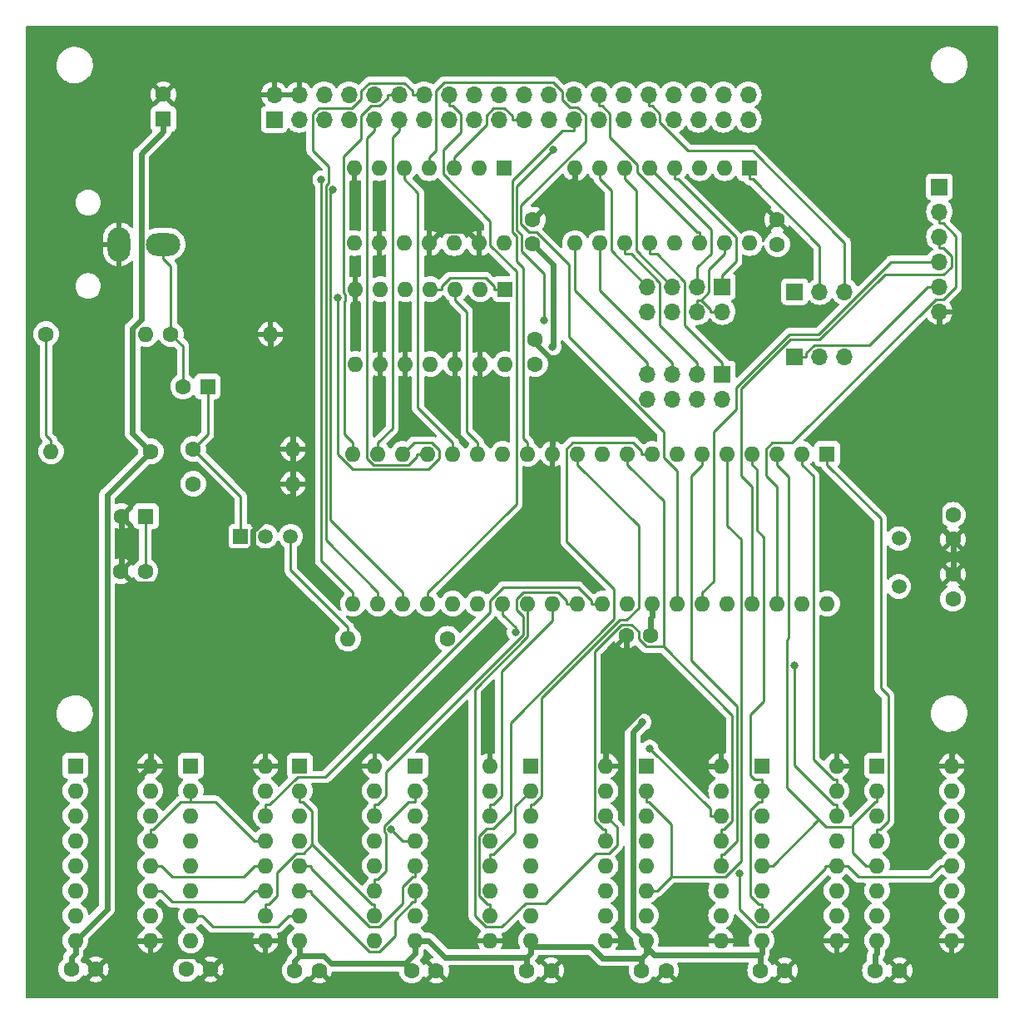
<source format=gbl>
G04 #@! TF.GenerationSoftware,KiCad,Pcbnew,7.0.6-0*
G04 #@! TF.CreationDate,2024-02-18T08:04:11+09:00*
G04 #@! TF.ProjectId,KZ80-TMS9918A-DRAM-1bit,4b5a3830-2d54-44d5-9339-393138412d44,rev?*
G04 #@! TF.SameCoordinates,PX3ef1480PY94c5f00*
G04 #@! TF.FileFunction,Copper,L2,Bot*
G04 #@! TF.FilePolarity,Positive*
%FSLAX46Y46*%
G04 Gerber Fmt 4.6, Leading zero omitted, Abs format (unit mm)*
G04 Created by KiCad (PCBNEW 7.0.6-0) date 2024-02-18 08:04:11*
%MOMM*%
%LPD*%
G01*
G04 APERTURE LIST*
G04 #@! TA.AperFunction,ComponentPad*
%ADD10R,1.700000X1.700000*%
G04 #@! TD*
G04 #@! TA.AperFunction,ComponentPad*
%ADD11O,1.700000X1.700000*%
G04 #@! TD*
G04 #@! TA.AperFunction,ComponentPad*
%ADD12R,1.600000X1.600000*%
G04 #@! TD*
G04 #@! TA.AperFunction,ComponentPad*
%ADD13O,1.600000X1.600000*%
G04 #@! TD*
G04 #@! TA.AperFunction,ComponentPad*
%ADD14C,1.600000*%
G04 #@! TD*
G04 #@! TA.AperFunction,ComponentPad*
%ADD15R,1.500000X1.500000*%
G04 #@! TD*
G04 #@! TA.AperFunction,ComponentPad*
%ADD16C,1.500000*%
G04 #@! TD*
G04 #@! TA.AperFunction,ComponentPad*
%ADD17O,3.500000X2.300000*%
G04 #@! TD*
G04 #@! TA.AperFunction,ComponentPad*
%ADD18O,2.300000X3.500000*%
G04 #@! TD*
G04 #@! TA.AperFunction,ViaPad*
%ADD19C,0.800000*%
G04 #@! TD*
G04 #@! TA.AperFunction,Conductor*
%ADD20C,0.250000*%
G04 #@! TD*
G04 #@! TA.AperFunction,Conductor*
%ADD21C,0.600000*%
G04 #@! TD*
G04 APERTURE END LIST*
D10*
X78780000Y72434000D03*
D11*
X81320000Y72434000D03*
X83860000Y72434000D03*
D12*
X75412000Y24174000D03*
D13*
X75412000Y21634000D03*
X75412000Y19094000D03*
X75412000Y16554000D03*
X75412000Y14014000D03*
X75412000Y11474000D03*
X75412000Y8934000D03*
X75412000Y6394000D03*
X83032000Y6394000D03*
X83032000Y8934000D03*
X83032000Y11474000D03*
X83032000Y14014000D03*
X83032000Y16554000D03*
X83032000Y19094000D03*
X83032000Y21634000D03*
X83032000Y24174000D03*
D14*
X15280000Y68116000D03*
D13*
X25440000Y68116000D03*
D14*
X2580000Y68116000D03*
D13*
X12740000Y68116000D03*
D10*
X71414000Y64052000D03*
D11*
X71414000Y61512000D03*
X68874000Y64052000D03*
X68874000Y61512000D03*
X66334000Y64052000D03*
X66334000Y61512000D03*
X63794000Y64052000D03*
X63794000Y61512000D03*
D14*
X77002000Y77260000D03*
X77002000Y79760000D03*
D12*
X63662000Y24174000D03*
D13*
X63662000Y21634000D03*
X63662000Y19094000D03*
X63662000Y16554000D03*
X63662000Y14014000D03*
X63662000Y11474000D03*
X63662000Y8934000D03*
X63662000Y6394000D03*
X71282000Y6394000D03*
X71282000Y8934000D03*
X71282000Y11474000D03*
X71282000Y14014000D03*
X71282000Y16554000D03*
X71282000Y19094000D03*
X71282000Y21634000D03*
X71282000Y24174000D03*
D15*
X22392000Y47542000D03*
D16*
X24932000Y47542000D03*
X27472000Y47542000D03*
D10*
X93512000Y83102000D03*
D11*
X93512000Y80562000D03*
X93512000Y78022000D03*
X93512000Y75482000D03*
X93512000Y72942000D03*
X93512000Y70402000D03*
D17*
X14518000Y77260000D03*
D18*
X10018000Y77260000D03*
D12*
X82080000Y55924000D03*
D13*
X79540000Y55924000D03*
X77000000Y55924000D03*
X74460000Y55924000D03*
X71920000Y55924000D03*
X69380000Y55924000D03*
X66840000Y55924000D03*
X64300000Y55924000D03*
X61760000Y55924000D03*
X59220000Y55924000D03*
X56680000Y55924000D03*
X54140000Y55924000D03*
X51600000Y55924000D03*
X49060000Y55924000D03*
X46520000Y55924000D03*
X43980000Y55924000D03*
X41440000Y55924000D03*
X38900000Y55924000D03*
X36360000Y55924000D03*
X33820000Y55924000D03*
X33820000Y40684000D03*
X36360000Y40684000D03*
X38900000Y40684000D03*
X41440000Y40684000D03*
X43980000Y40684000D03*
X46520000Y40684000D03*
X49060000Y40684000D03*
X51600000Y40684000D03*
X54140000Y40684000D03*
X56680000Y40684000D03*
X59220000Y40684000D03*
X61760000Y40684000D03*
X64300000Y40684000D03*
X66840000Y40684000D03*
X69380000Y40684000D03*
X71920000Y40684000D03*
X74460000Y40684000D03*
X77000000Y40684000D03*
X79540000Y40684000D03*
X82080000Y40684000D03*
D16*
X89379000Y47307000D03*
X89379000Y42427000D03*
D12*
X17312000Y24174000D03*
D13*
X17312000Y21634000D03*
X17312000Y19094000D03*
X17312000Y16554000D03*
X17312000Y14014000D03*
X17312000Y11474000D03*
X17312000Y8934000D03*
X17312000Y6394000D03*
X24932000Y6394000D03*
X24932000Y8934000D03*
X24932000Y11474000D03*
X24932000Y14014000D03*
X24932000Y16554000D03*
X24932000Y19094000D03*
X24932000Y21634000D03*
X24932000Y24174000D03*
D12*
X40162000Y24174000D03*
D13*
X40162000Y21634000D03*
X40162000Y19094000D03*
X40162000Y16554000D03*
X40162000Y14014000D03*
X40162000Y11474000D03*
X40162000Y8934000D03*
X40162000Y6394000D03*
X47782000Y6394000D03*
X47782000Y8934000D03*
X47782000Y11474000D03*
X47782000Y14014000D03*
X47782000Y16554000D03*
X47782000Y19094000D03*
X47782000Y21634000D03*
X47782000Y24174000D03*
D12*
X19025100Y62782000D03*
D14*
X16525100Y62782000D03*
X52110000Y77280000D03*
X52110000Y79780000D03*
X12700000Y43986000D03*
X10200000Y43986000D03*
X94880000Y41174000D03*
X94880000Y43674000D03*
D12*
X87162000Y24174000D03*
D13*
X87162000Y21634000D03*
X87162000Y19094000D03*
X87162000Y16554000D03*
X87162000Y14014000D03*
X87162000Y11474000D03*
X87162000Y8934000D03*
X87162000Y6394000D03*
X94782000Y6394000D03*
X94782000Y8934000D03*
X94782000Y11474000D03*
X94782000Y14014000D03*
X94782000Y16554000D03*
X94782000Y19094000D03*
X94782000Y21634000D03*
X94782000Y24174000D03*
D14*
X53995000Y3346000D03*
X51495000Y3346000D03*
D12*
X49316000Y72688000D03*
D13*
X46776000Y72688000D03*
X44236000Y72688000D03*
X41696000Y72688000D03*
X39156000Y72688000D03*
X36616000Y72688000D03*
X34076000Y72688000D03*
X34076000Y65068000D03*
X36616000Y65068000D03*
X39156000Y65068000D03*
X41696000Y65068000D03*
X44236000Y65068000D03*
X46776000Y65068000D03*
X49316000Y65068000D03*
D14*
X89448000Y3346000D03*
X86948000Y3346000D03*
X30393000Y3346000D03*
X27893000Y3346000D03*
X42291000Y3346000D03*
X39791000Y3346000D03*
X17566000Y52876000D03*
D13*
X27726000Y52876000D03*
D10*
X25800000Y89960000D03*
D11*
X25800000Y92500000D03*
X28340000Y89960000D03*
X28340000Y92500000D03*
X30880000Y89960000D03*
X30880000Y92500000D03*
X33420000Y89960000D03*
X33420000Y92500000D03*
X35960000Y89960000D03*
X35960000Y92500000D03*
X38500000Y89960000D03*
X38500000Y92500000D03*
X41040000Y89960000D03*
X41040000Y92500000D03*
X43580000Y89960000D03*
X43580000Y92500000D03*
X46120000Y89960000D03*
X46120000Y92500000D03*
X48660000Y89960000D03*
X48660000Y92500000D03*
X51200000Y89960000D03*
X51200000Y92500000D03*
X53740000Y89960000D03*
X53740000Y92500000D03*
X56280000Y89960000D03*
X56280000Y92500000D03*
X58820000Y89960000D03*
X58820000Y92500000D03*
X61360000Y89960000D03*
X61360000Y92500000D03*
X63900000Y89960000D03*
X63900000Y92500000D03*
X66440000Y89960000D03*
X66440000Y92500000D03*
X68980000Y89960000D03*
X68980000Y92500000D03*
X71520000Y89960000D03*
X71520000Y92500000D03*
X74060000Y89960000D03*
X74060000Y92500000D03*
D14*
X94880000Y49723000D03*
X94880000Y47223000D03*
X19324000Y3473000D03*
X16824000Y3473000D03*
D12*
X51912000Y24174000D03*
D13*
X51912000Y21634000D03*
X51912000Y19094000D03*
X51912000Y16554000D03*
X51912000Y14014000D03*
X51912000Y11474000D03*
X51912000Y8934000D03*
X51912000Y6394000D03*
X59532000Y6394000D03*
X59532000Y8934000D03*
X59532000Y11474000D03*
X59532000Y14014000D03*
X59532000Y16554000D03*
X59532000Y19094000D03*
X59532000Y21634000D03*
X59532000Y24174000D03*
D14*
X65679000Y3346000D03*
X63179000Y3346000D03*
D12*
X12740000Y49574000D03*
D14*
X10240000Y49574000D03*
D12*
X5562000Y24174000D03*
D13*
X5562000Y21634000D03*
X5562000Y19094000D03*
X5562000Y16554000D03*
X5562000Y14014000D03*
X5562000Y11474000D03*
X5562000Y8934000D03*
X5562000Y6394000D03*
X13182000Y6394000D03*
X13182000Y8934000D03*
X13182000Y11474000D03*
X13182000Y14014000D03*
X13182000Y16554000D03*
X13182000Y19094000D03*
X13182000Y21634000D03*
X13182000Y24174000D03*
D14*
X52364000Y65068000D03*
X52364000Y67568000D03*
X13248000Y56178000D03*
D13*
X3088000Y56178000D03*
D12*
X74200000Y85000000D03*
D13*
X71660000Y85000000D03*
X69120000Y85000000D03*
X66580000Y85000000D03*
X64040000Y85000000D03*
X61500000Y85000000D03*
X58960000Y85000000D03*
X56420000Y85000000D03*
X56420000Y77380000D03*
X58960000Y77380000D03*
X61500000Y77380000D03*
X64040000Y77380000D03*
X66580000Y77380000D03*
X69120000Y77380000D03*
X71660000Y77380000D03*
X74200000Y77380000D03*
D12*
X28412000Y24174000D03*
D13*
X28412000Y21634000D03*
X28412000Y19094000D03*
X28412000Y16554000D03*
X28412000Y14014000D03*
X28412000Y11474000D03*
X28412000Y8934000D03*
X28412000Y6394000D03*
X36032000Y6394000D03*
X36032000Y8934000D03*
X36032000Y11474000D03*
X36032000Y14014000D03*
X36032000Y16554000D03*
X36032000Y19094000D03*
X36032000Y21634000D03*
X36032000Y24174000D03*
D14*
X7640000Y3473000D03*
X5140000Y3473000D03*
D12*
X14518000Y90024900D03*
D14*
X14518000Y92524900D03*
D10*
X71414000Y72942000D03*
D11*
X71414000Y70402000D03*
X68874000Y72942000D03*
X68874000Y70402000D03*
X66334000Y72942000D03*
X66334000Y70402000D03*
X63794000Y72942000D03*
X63794000Y70402000D03*
D14*
X17566000Y56432000D03*
D13*
X27726000Y56432000D03*
D14*
X43474000Y37114000D03*
D13*
X33314000Y37114000D03*
D10*
X78780000Y65830000D03*
D11*
X81320000Y65830000D03*
X83860000Y65830000D03*
D14*
X77764000Y3346000D03*
X75264000Y3346000D03*
D12*
X49200000Y85000000D03*
D13*
X46660000Y85000000D03*
X44120000Y85000000D03*
X41580000Y85000000D03*
X39040000Y85000000D03*
X36500000Y85000000D03*
X33960000Y85000000D03*
X33960000Y77380000D03*
X36500000Y77380000D03*
X39040000Y77380000D03*
X41580000Y77380000D03*
X44120000Y77380000D03*
X46660000Y77380000D03*
X49200000Y77380000D03*
D14*
X64130000Y37424000D03*
X61630000Y37424000D03*
D19*
X92500000Y36000000D03*
X51500000Y47500000D03*
X89500000Y52500000D03*
X54136000Y66840000D03*
X63293600Y28608500D03*
X32267100Y71792200D03*
X30591700Y83863000D03*
X31767300Y82855700D03*
X53297500Y69523600D03*
X54204900Y86857100D03*
X37720000Y17732400D03*
X73147400Y13247600D03*
X78759200Y34373500D03*
X64017700Y25925700D03*
X50376500Y37781700D03*
D20*
X3088000Y56178000D02*
X3088000Y57303300D01*
X12700000Y48408700D02*
X12700000Y43986000D01*
X2580000Y57811300D02*
X2580000Y68116000D01*
X12740000Y48448700D02*
X12700000Y48408700D01*
X3088000Y57303300D02*
X2580000Y57811300D01*
X12740000Y49574000D02*
X12740000Y48448700D01*
D21*
X93512000Y48591000D02*
X93512000Y70402000D01*
X52364000Y67215300D02*
X54140000Y65439300D01*
X13182000Y42685600D02*
X11540400Y42685600D01*
X69981700Y24174000D02*
X63764100Y30391700D01*
X96860000Y41694000D02*
X96860000Y27552300D01*
X94880000Y43674000D02*
X96860000Y41694000D01*
X24932000Y6394000D02*
X22245000Y6394000D01*
X56420000Y85000000D02*
X56420000Y83699700D01*
X22245000Y6394000D02*
X19324000Y3473000D01*
X18002200Y4794800D02*
X10740400Y4794800D01*
X63764100Y31153500D02*
X63764100Y30391700D01*
X11540400Y42685600D02*
X10240000Y43986000D01*
X52364000Y67568000D02*
X52364000Y67215300D01*
X10240000Y43986000D02*
X10200000Y43986000D01*
X94880000Y47223000D02*
X94880000Y43674000D01*
X42887900Y78687900D02*
X45352100Y78687900D01*
X23662000Y48080600D02*
X23662000Y46556600D01*
X9851100Y5684100D02*
X7640000Y3473000D01*
X94782000Y24174000D02*
X94782000Y25474300D01*
X56029700Y83699700D02*
X52110000Y79780000D01*
X61630000Y37424000D02*
X61630000Y33287600D01*
X10240000Y43986000D02*
X10240000Y49574000D01*
X27726000Y52876000D02*
X27726000Y56432000D01*
X41580000Y77380000D02*
X42887900Y78687900D01*
X13182000Y42685600D02*
X13182000Y24174000D01*
X63764100Y30391700D02*
X59532000Y26159600D01*
X13182000Y6394000D02*
X10265100Y6394000D01*
X9851100Y5980000D02*
X9851100Y5684100D01*
X27726000Y52876000D02*
X27726000Y51575700D01*
X9851100Y20843100D02*
X9851100Y5980000D01*
X10740400Y4794800D02*
X9851100Y5684100D01*
X61630000Y33287600D02*
X63764100Y31153500D01*
X10265100Y6394000D02*
X9851100Y5980000D01*
X25440000Y68116000D02*
X25440000Y66815700D01*
X27726000Y64529700D02*
X25440000Y66815700D01*
X56420000Y83699700D02*
X56029700Y83699700D01*
X94880000Y47223000D02*
X93512000Y48591000D01*
X54140000Y65439300D02*
X54140000Y55924000D01*
X27157100Y51575700D02*
X23662000Y48080600D01*
X27726000Y51575700D02*
X27157100Y51575700D01*
X23662000Y46556600D02*
X19791000Y42685600D01*
X45352100Y78687900D02*
X46660000Y77380000D01*
X19791000Y42685600D02*
X13182000Y42685600D01*
X71282000Y24174000D02*
X69981700Y24174000D01*
X13182000Y24174000D02*
X9851100Y20843100D01*
X59532000Y26159600D02*
X59532000Y24174000D01*
X19324000Y3473000D02*
X18002200Y4794800D01*
X96860000Y27552300D02*
X94782000Y25474300D01*
X27726000Y56432000D02*
X27726000Y64529700D01*
D20*
X19025100Y62782000D02*
X19025100Y57891100D01*
X19025100Y57891100D02*
X17566000Y56432000D01*
X22392000Y51606000D02*
X22392000Y47542000D01*
X17566000Y56432000D02*
X22392000Y51606000D01*
X14518000Y75784700D02*
X15280000Y75022700D01*
X16525100Y62782000D02*
X16525100Y66870900D01*
X14518000Y77260000D02*
X14518000Y75784700D01*
X15280000Y75022700D02*
X15280000Y68116000D01*
X16525100Y66870900D02*
X15280000Y68116000D01*
D21*
X54198300Y66902300D02*
X54136000Y66840000D01*
X43179600Y4676700D02*
X41462300Y6394000D01*
X8779500Y51709500D02*
X8779500Y9611500D01*
X86948000Y3346000D02*
X86948000Y4879700D01*
X87162000Y6394000D02*
X87162000Y5093700D01*
X63293600Y28608500D02*
X62319100Y27634000D01*
X27893000Y4288400D02*
X28412000Y4807400D01*
X51912000Y5743900D02*
X51912000Y5093700D01*
X11388900Y68712300D02*
X11388900Y58037100D01*
X64300000Y39383700D02*
X64130000Y39213700D01*
X11388900Y58037100D02*
X13248000Y56178000D01*
X62319100Y27634000D02*
X62319100Y7736900D01*
X63662000Y5743900D02*
X64460200Y4945700D01*
X51495000Y4676700D02*
X43179600Y4676700D01*
X63179000Y3346000D02*
X63179000Y4610700D01*
X64460200Y4945700D02*
X75264000Y4945700D01*
X39102600Y4034300D02*
X39102700Y4034400D01*
X39102700Y4034400D02*
X40162000Y5093700D01*
X63662000Y5743900D02*
X63662000Y5093700D01*
X30831800Y4807400D02*
X31604900Y4034300D01*
X75264000Y4945700D02*
X75412000Y5093700D01*
X62319100Y7736900D02*
X63662000Y6394000D01*
X75412000Y6394000D02*
X75412000Y5093700D01*
X14518000Y88724600D02*
X12251100Y86457700D01*
X54198300Y75191700D02*
X54198300Y66902300D01*
X63179000Y4610700D02*
X63662000Y5093700D01*
X5140000Y3473000D02*
X5140000Y4671700D01*
X28412000Y4807400D02*
X30831800Y4807400D01*
X40162000Y6394000D02*
X40162000Y5093700D01*
X51912000Y6394000D02*
X51912000Y5743900D01*
X31604900Y4034300D02*
X39102600Y4034300D01*
X12251100Y69574500D02*
X11388900Y68712300D01*
X75264000Y3346000D02*
X75264000Y4945700D01*
X58100400Y5743900D02*
X59233600Y4610700D01*
X40162000Y6394000D02*
X41462300Y6394000D01*
X14518000Y90024900D02*
X14518000Y88724600D01*
X63662000Y6394000D02*
X63662000Y5743900D01*
X5562000Y6394000D02*
X5562000Y5093700D01*
X52110000Y77280000D02*
X54198300Y75191700D01*
X28412000Y6394000D02*
X28412000Y5093700D01*
X64300000Y40684000D02*
X64300000Y39383700D01*
X12251100Y86457700D02*
X12251100Y69574500D01*
X86948000Y4879700D02*
X87162000Y5093700D01*
X51912000Y5743900D02*
X58100400Y5743900D01*
X51495000Y3346000D02*
X51495000Y4676700D01*
X28412000Y5093700D02*
X28412000Y4807400D01*
X27893000Y3346000D02*
X27893000Y4288400D01*
X51495000Y4676700D02*
X51912000Y5093700D01*
X5140000Y4671700D02*
X5562000Y5093700D01*
X59233600Y4610700D02*
X63179000Y4610700D01*
X8779500Y9611500D02*
X5562000Y6394000D01*
X64130000Y39213700D02*
X64130000Y37424000D01*
X39791000Y3346000D02*
X39102700Y4034400D01*
X13248000Y56178000D02*
X8779500Y51709500D01*
D20*
X75865600Y56423100D02*
X75865600Y53711400D01*
X75865600Y53711400D02*
X77000000Y52577000D01*
X93879300Y79386700D02*
X95175600Y78090400D01*
X95175600Y78090400D02*
X95175600Y72943200D01*
X93512000Y79386700D02*
X93879300Y79386700D01*
X93512000Y80562000D02*
X93512000Y79386700D01*
X78481000Y57050300D02*
X76492800Y57050300D01*
X76492800Y57050300D02*
X75865600Y56423100D01*
X95175600Y72943200D02*
X93904400Y71672000D01*
X93904400Y71672000D02*
X93102700Y71672000D01*
X93102700Y71672000D02*
X78481000Y57050300D01*
X77000000Y52577000D02*
X77000000Y40684000D01*
X73326700Y62560000D02*
X73326700Y53710300D01*
X78320200Y67553500D02*
X73326700Y62560000D01*
X93512000Y78022000D02*
X93512000Y76846700D01*
X94711500Y74977700D02*
X93945800Y74212000D01*
X73326700Y53710300D02*
X74460000Y52577000D01*
X94711500Y76014500D02*
X94711500Y74977700D01*
X93512000Y76846700D02*
X93879300Y76846700D01*
X93945800Y74212000D02*
X87969900Y74212000D01*
X81311400Y67553500D02*
X78320200Y67553500D01*
X93879300Y76846700D02*
X94711500Y76014500D01*
X74460000Y52577000D02*
X74460000Y40684000D01*
X87969900Y74212000D02*
X81311400Y67553500D01*
X70505300Y42934600D02*
X69380000Y41809300D01*
X88603000Y75482000D02*
X81225600Y68104600D01*
X69380000Y40684000D02*
X69380000Y41809300D01*
X70505300Y58140400D02*
X70505300Y42934600D01*
X72834100Y62704300D02*
X72834100Y60469200D01*
X72834100Y60469200D02*
X70505300Y58140400D01*
X78234400Y68104600D02*
X72834100Y62704300D01*
X93512000Y75482000D02*
X88603000Y75482000D01*
X81225600Y68104600D02*
X78234400Y68104600D01*
X79955300Y66197400D02*
X79955300Y65830000D01*
X86400000Y67005300D02*
X80763200Y67005300D01*
X80763200Y67005300D02*
X79955300Y66197400D01*
X93512000Y72942000D02*
X92336700Y72942000D01*
X78780000Y65830000D02*
X79955300Y65830000D01*
X92336700Y72942000D02*
X86400000Y67005300D01*
X40314700Y55924000D02*
X40314700Y55642600D01*
X41440000Y55924000D02*
X40314700Y55924000D01*
X35234700Y55447400D02*
X35234700Y88059400D01*
X35960000Y89960000D02*
X35960000Y88784700D01*
X35883400Y54798700D02*
X35234700Y55447400D01*
X39470800Y54798700D02*
X35883400Y54798700D01*
X35234700Y88059400D02*
X35960000Y88784700D01*
X40314700Y55642600D02*
X39470800Y54798700D01*
X41479700Y54336800D02*
X33809700Y54336800D01*
X42621400Y55478500D02*
X41479700Y54336800D01*
X32267100Y55879400D02*
X32267100Y71792200D01*
X40058500Y57082500D02*
X41873300Y57082500D01*
X42621400Y56334400D02*
X42621400Y55478500D01*
X38900000Y55924000D02*
X40058500Y57082500D01*
X33809700Y54336800D02*
X32267100Y55879400D01*
X41873300Y57082500D02*
X42621400Y56334400D01*
X38500000Y89960000D02*
X38500000Y88784700D01*
X36360000Y57049300D02*
X37821600Y58510900D01*
X37821600Y88106300D02*
X38500000Y88784700D01*
X36360000Y55924000D02*
X36360000Y57049300D01*
X37821600Y58510900D02*
X37821600Y88106300D01*
X32834600Y86218600D02*
X32834600Y72337800D01*
X35632900Y91324700D02*
X34634800Y90326600D01*
X32834600Y72337800D02*
X33012100Y72160300D01*
X34634800Y88018800D02*
X32834600Y86218600D01*
X38500000Y92500000D02*
X37324700Y92500000D01*
X32938500Y71431600D02*
X32938500Y57930800D01*
X37324700Y92132600D02*
X36516800Y91324700D01*
X36516800Y91324700D02*
X35632900Y91324700D01*
X34634800Y90326600D02*
X34634800Y88018800D01*
X32938500Y57930800D02*
X33820000Y57049300D01*
X33012100Y71505200D02*
X32938500Y71431600D01*
X33820000Y55924000D02*
X33820000Y57049300D01*
X33012100Y72160300D02*
X33012100Y71505200D01*
X37324700Y92500000D02*
X37324700Y92132600D01*
X30591700Y83863000D02*
X30591700Y45037600D01*
X33820000Y40684000D02*
X33820000Y41809300D01*
X30591700Y45037600D02*
X33820000Y41809300D01*
X31042000Y47127300D02*
X36360000Y41809300D01*
X34635000Y92050800D02*
X33719600Y91135400D01*
X31042000Y83202000D02*
X31042000Y47127300D01*
X41040000Y92500000D02*
X39864700Y92500000D01*
X31355700Y85180500D02*
X31355700Y83515700D01*
X36360000Y40684000D02*
X36360000Y41809300D01*
X30354400Y91135400D02*
X29703000Y90484000D01*
X29703000Y86833200D02*
X31355700Y85180500D01*
X39864700Y92867300D02*
X39056600Y93675400D01*
X29703000Y90484000D02*
X29703000Y86833200D01*
X39864700Y92500000D02*
X39864700Y92867300D01*
X39056600Y93675400D02*
X35452900Y93675400D01*
X35452900Y93675400D02*
X34635000Y92857500D01*
X33719600Y91135400D02*
X30354400Y91135400D01*
X34635000Y92857500D02*
X34635000Y92050800D01*
X31355700Y83515700D02*
X31042000Y83202000D01*
X38900000Y41809300D02*
X31535700Y49173600D01*
X31535700Y49173600D02*
X31535700Y82624100D01*
X38900000Y40684000D02*
X38900000Y41809300D01*
X31535700Y82624100D02*
X31767300Y82855700D01*
X44760500Y88668900D02*
X42984100Y86892500D01*
X47785400Y79584100D02*
X47785400Y77177800D01*
X43580000Y91324700D02*
X43947300Y91324700D01*
X47785400Y77177800D02*
X50441400Y74521800D01*
X42984100Y86892500D02*
X42984100Y84385400D01*
X43947300Y91324700D02*
X44760500Y90511500D01*
X42984100Y84385400D02*
X47785400Y79584100D01*
X41440000Y40684000D02*
X41440000Y41809300D01*
X50441400Y50810700D02*
X41440000Y41809300D01*
X44760500Y90511500D02*
X44760500Y88668900D01*
X43580000Y92500000D02*
X43580000Y91324700D01*
X50441400Y74521800D02*
X50441400Y50810700D01*
X50484800Y78693100D02*
X50484800Y83137000D01*
X53297500Y69523600D02*
X53297500Y74242600D01*
X50952500Y78225400D02*
X50484800Y78693100D01*
X50484800Y83137000D02*
X54204900Y86857100D01*
X50952500Y76587600D02*
X50952500Y78225400D01*
X53297500Y74242600D02*
X50952500Y76587600D01*
X48134400Y91135400D02*
X47390000Y90391000D01*
X47390000Y89395300D02*
X44120000Y86125300D01*
X49216600Y91135400D02*
X48134400Y91135400D01*
X47390000Y90391000D02*
X47390000Y89395300D01*
X50024700Y89960000D02*
X50024700Y90327300D01*
X51200000Y89960000D02*
X50024700Y89960000D01*
X44120000Y85000000D02*
X44120000Y86125300D01*
X50024700Y90327300D02*
X49216600Y91135400D01*
X51133500Y74892800D02*
X50502100Y75524200D01*
X50034400Y78506600D02*
X50034400Y83714400D01*
X51600000Y57049300D02*
X51133500Y57515800D01*
X51133500Y57515800D02*
X51133500Y74892800D01*
X55104700Y88784700D02*
X56280000Y88784700D01*
X50034400Y83714400D02*
X55104700Y88784700D01*
X51600000Y55924000D02*
X51600000Y57049300D01*
X50502100Y75524200D02*
X50502100Y78038900D01*
X56280000Y89960000D02*
X56280000Y88784700D01*
X50502100Y78038900D02*
X50034400Y78506600D01*
X69120000Y77380000D02*
X69120000Y78505300D01*
X62770000Y85354000D02*
X59995300Y88128700D01*
X68838700Y78505300D02*
X62770000Y84574000D01*
X69120000Y78505300D02*
X68838700Y78505300D01*
X58820000Y92500000D02*
X58820000Y91324700D01*
X59995300Y90516800D02*
X59187400Y91324700D01*
X59187400Y91324700D02*
X58820000Y91324700D01*
X59995300Y88128700D02*
X59995300Y90516800D01*
X62770000Y84574000D02*
X62770000Y85354000D01*
X65075300Y90516800D02*
X65075300Y89648000D01*
X63900000Y91324700D02*
X64267400Y91324700D01*
X63900000Y92500000D02*
X63900000Y91324700D01*
X64267400Y91324700D02*
X65075300Y90516800D01*
X74513700Y86783200D02*
X83860000Y77436900D01*
X83860000Y77436900D02*
X83860000Y72434000D01*
X67940100Y86783200D02*
X74513700Y86783200D01*
X65075300Y89648000D02*
X67940100Y86783200D01*
X64040000Y76254700D02*
X64743300Y76254700D01*
X71414000Y64052000D02*
X71414000Y65227300D01*
X64743300Y76254700D02*
X67604000Y73394000D01*
X67604000Y69037300D02*
X71414000Y65227300D01*
X64040000Y77380000D02*
X64040000Y76254700D01*
X67604000Y73394000D02*
X67604000Y69037300D01*
X42821300Y72688000D02*
X42821300Y72969300D01*
X41696000Y72688000D02*
X42821300Y72688000D01*
X47346800Y73813300D02*
X48190700Y72969400D01*
X48190700Y72969400D02*
X48190700Y72688000D01*
X49316000Y72688000D02*
X48190700Y72688000D01*
X43665300Y73813300D02*
X47346800Y73813300D01*
X42821300Y72969300D02*
X43665300Y73813300D01*
X65064000Y73354000D02*
X65064000Y69037300D01*
X65064000Y69037300D02*
X68874000Y65227300D01*
X62163300Y76254700D02*
X65064000Y73354000D01*
X68874000Y64052000D02*
X68874000Y65227300D01*
X61500000Y76254700D02*
X62163300Y76254700D01*
X61500000Y77380000D02*
X61500000Y76254700D01*
X58960000Y72601300D02*
X58960000Y77380000D01*
X66334000Y64052000D02*
X66334000Y65227300D01*
X66334000Y65227300D02*
X58960000Y72601300D01*
X56420000Y72601300D02*
X63794000Y65227300D01*
X63794000Y64052000D02*
X63794000Y65227300D01*
X56420000Y77380000D02*
X56420000Y72601300D01*
X72789400Y77946600D02*
X72789400Y75492700D01*
X71414000Y72942000D02*
X71414000Y74117300D01*
X66861300Y83874700D02*
X72789400Y77946600D01*
X66580000Y83874700D02*
X66861300Y83874700D01*
X72789400Y75492700D02*
X71414000Y74117300D01*
X66580000Y85000000D02*
X66580000Y83874700D01*
X70049300Y72385200D02*
X69241400Y71577300D01*
X70238700Y70580000D02*
X70238700Y70402000D01*
X69241400Y71577300D02*
X70238700Y70580000D01*
X71414000Y70402000D02*
X70238700Y70402000D01*
X71660000Y77380000D02*
X71660000Y76254700D01*
X71660000Y76254700D02*
X70049300Y74644000D01*
X70049300Y74644000D02*
X70049300Y72385200D01*
X69241400Y71577300D02*
X68874000Y71577300D01*
X68874000Y70402000D02*
X68874000Y71577300D01*
X64040000Y85000000D02*
X70273800Y78766200D01*
X68874000Y74925100D02*
X68874000Y72942000D01*
X70273800Y76324900D02*
X68874000Y74925100D01*
X70273800Y78766200D02*
X70273800Y76324900D01*
X62625300Y76650700D02*
X62625300Y82749400D01*
X61500000Y85000000D02*
X61500000Y83874700D01*
X62625300Y82749400D02*
X61500000Y83874700D01*
X66334000Y72942000D02*
X62625300Y76650700D01*
X60085300Y82749400D02*
X58960000Y83874700D01*
X58960000Y85000000D02*
X58960000Y83874700D01*
X60085300Y76650700D02*
X60085300Y82749400D01*
X63794000Y72942000D02*
X60085300Y76650700D01*
X74200000Y83874700D02*
X74481300Y83874700D01*
X74200000Y85000000D02*
X74200000Y83874700D01*
X81320000Y77036000D02*
X81320000Y72434000D01*
X74481300Y83874700D02*
X81320000Y77036000D01*
X27472000Y47542000D02*
X27472000Y44081300D01*
X27472000Y44081300D02*
X33314000Y38239300D01*
X33314000Y37114000D02*
X33314000Y38239300D01*
X87162000Y16554000D02*
X87162000Y17679300D01*
X82080000Y55924000D02*
X82080000Y54798700D01*
X87443400Y17679300D02*
X87162000Y17679300D01*
X82080000Y54798700D02*
X87525600Y49353100D01*
X88287300Y31304500D02*
X88287300Y18523200D01*
X87525600Y32066200D02*
X88287300Y31304500D01*
X88287300Y18523200D02*
X87443400Y17679300D01*
X40162000Y16554000D02*
X38898400Y16554000D01*
X38898400Y16554000D02*
X37720000Y17732400D01*
X87525600Y49353100D02*
X87525600Y32066200D01*
X80665300Y24844700D02*
X80665300Y53673400D01*
X82750700Y22759300D02*
X80665300Y24844700D01*
X83032000Y21634000D02*
X83032000Y22759300D01*
X80665300Y53673400D02*
X79540000Y54798700D01*
X79540000Y55924000D02*
X79540000Y54798700D01*
X83032000Y22759300D02*
X82750700Y22759300D01*
X81970500Y17965500D02*
X84694300Y17965500D01*
X75412000Y14014000D02*
X76537300Y14014000D01*
X84694300Y17965500D02*
X84694300Y18232100D01*
X77000000Y55924000D02*
X77000000Y54798700D01*
X28412000Y14014000D02*
X29537300Y14014000D01*
X84694300Y18232100D02*
X86970900Y20508700D01*
X86970900Y20508700D02*
X87162000Y20508700D01*
X76537300Y14014000D02*
X81229700Y18706400D01*
X38850100Y11858200D02*
X38850100Y10160500D01*
X78016300Y37048400D02*
X78016300Y21919700D01*
X35470500Y7799500D02*
X29537300Y13732700D01*
X78169300Y37201400D02*
X78016300Y37048400D01*
X84694300Y15356400D02*
X84694300Y17965500D01*
X78169300Y53629400D02*
X78169300Y37201400D01*
X39880600Y12888700D02*
X38850100Y11858200D01*
X40162000Y12888700D02*
X39880600Y12888700D01*
X87162000Y14014000D02*
X86036700Y14014000D01*
X87162000Y21634000D02*
X87162000Y20508700D01*
X36489100Y7799500D02*
X35470500Y7799500D01*
X40162000Y14014000D02*
X40162000Y12888700D01*
X29537300Y13732700D02*
X29537300Y14014000D01*
X38850100Y10160500D02*
X36489100Y7799500D01*
X77000000Y54798700D02*
X78169300Y53629400D01*
X86036700Y14014000D02*
X84694300Y15356400D01*
X78016300Y21919700D02*
X81229700Y18706400D01*
X81229700Y18706400D02*
X81970500Y17965500D01*
X74460000Y54798700D02*
X74910400Y54348300D01*
X27286700Y8934000D02*
X26161400Y7808700D01*
X74286700Y19664800D02*
X75130600Y20508700D01*
X75412000Y21634000D02*
X75412000Y22759300D01*
X26161400Y7808700D02*
X19562600Y7808700D01*
X75130700Y10059300D02*
X74286700Y10903300D01*
X75412000Y10059300D02*
X75130700Y10059300D01*
X74286700Y23181200D02*
X74708600Y22759300D01*
X74286700Y29373600D02*
X74286700Y23181200D01*
X75627500Y47435700D02*
X75627500Y30714400D01*
X74460000Y55924000D02*
X74460000Y54798700D01*
X74910400Y54348300D02*
X74910400Y48152800D01*
X75412000Y8934000D02*
X75412000Y10059300D01*
X74708600Y22759300D02*
X75412000Y22759300D01*
X74286700Y10903300D02*
X74286700Y19664800D01*
X75627500Y30714400D02*
X74286700Y29373600D01*
X19562600Y7808700D02*
X18437300Y8934000D01*
X17312000Y8934000D02*
X18437300Y8934000D01*
X28412000Y8934000D02*
X27286700Y8934000D01*
X75130600Y20508700D02*
X75412000Y20508700D01*
X74910400Y48152800D02*
X75627500Y47435700D01*
X75412000Y21634000D02*
X75412000Y20508700D01*
X73355900Y14496300D02*
X73355900Y39557400D01*
X66201600Y12888300D02*
X71747900Y12888300D01*
X73355900Y39557400D02*
X73289600Y39623700D01*
X63662000Y11474000D02*
X64787300Y11474000D01*
X38083400Y6835600D02*
X36502300Y5254500D01*
X28412000Y11474000D02*
X29537300Y11474000D01*
X71747900Y12888300D02*
X73355900Y14496300D01*
X40162000Y11474000D02*
X40162000Y10348700D01*
X73289600Y47233600D02*
X71920000Y48603200D01*
X36502300Y5254500D02*
X35475500Y5254500D01*
X66201600Y18250400D02*
X63943300Y20508700D01*
X64787300Y11474000D02*
X66201600Y12888300D01*
X35475500Y5254500D02*
X29537300Y11192700D01*
X29537300Y11192700D02*
X29537300Y11474000D01*
X38083400Y8513500D02*
X38083400Y6835600D01*
X63662000Y21634000D02*
X63662000Y20508700D01*
X40162000Y10348700D02*
X39918600Y10348700D01*
X71920000Y48603200D02*
X71920000Y55924000D01*
X66201600Y12888300D02*
X66201600Y18250400D01*
X63943300Y20508700D02*
X63662000Y20508700D01*
X39918600Y10348700D02*
X38083400Y8513500D01*
X73289600Y39623700D02*
X73289600Y47233600D01*
X58403600Y18526400D02*
X58403600Y35825500D01*
X65428600Y51130100D02*
X65428600Y36297600D01*
X62880000Y37069700D02*
X63652100Y36297600D01*
X61760000Y54798700D02*
X65428600Y51130100D01*
X61138700Y38560600D02*
X62161300Y38560600D01*
X13182000Y16554000D02*
X13182000Y17679300D01*
X71563400Y17679300D02*
X71282000Y17679300D01*
X59532000Y16554000D02*
X59532000Y17679300D01*
X59532000Y17679300D02*
X59250700Y17679300D01*
X58403600Y35825500D02*
X61138700Y38560600D01*
X63652100Y36297600D02*
X65428600Y36297600D01*
X13476200Y17679300D02*
X16305600Y20508700D01*
X62880000Y37841900D02*
X62880000Y37069700D01*
X24932000Y16554000D02*
X23806700Y16554000D01*
X59250700Y17679300D02*
X58403600Y18526400D01*
X65428600Y36297600D02*
X72407300Y29318900D01*
X23806700Y16554000D02*
X19852000Y20508700D01*
X16305600Y20508700D02*
X17312000Y20508700D01*
X13182000Y17679300D02*
X13476200Y17679300D01*
X19852000Y20508700D02*
X17312000Y20508700D01*
X17312000Y21634000D02*
X17312000Y20508700D01*
X61760000Y55924000D02*
X61760000Y54798700D01*
X72407300Y18523200D02*
X71563400Y17679300D01*
X71282000Y16554000D02*
X71282000Y17679300D01*
X72407300Y29318900D02*
X72407300Y18523200D01*
X62161300Y38560600D02*
X62880000Y37841900D01*
X24932000Y11474000D02*
X23806700Y11474000D01*
X40162000Y21634000D02*
X40162000Y20508700D01*
X36032000Y11474000D02*
X36032000Y12599300D01*
X39470600Y20508700D02*
X36994700Y18032800D01*
X37157300Y13443200D02*
X36313400Y12599300D01*
X36994700Y17432000D02*
X37157300Y17269400D01*
X36994700Y18032800D02*
X36994700Y17432000D01*
X15432600Y10348700D02*
X14307300Y11474000D01*
X37157300Y17269400D02*
X37157300Y13443200D01*
X40162000Y20508700D02*
X39470600Y20508700D01*
X13182000Y11474000D02*
X14307300Y11474000D01*
X36313400Y12599300D02*
X36032000Y12599300D01*
X22681400Y10348700D02*
X15432600Y10348700D01*
X23806700Y11474000D02*
X22681400Y10348700D01*
X47432700Y17824000D02*
X46656700Y17048000D01*
X28773700Y15284000D02*
X28030200Y15284000D01*
X49867600Y19582100D02*
X48109500Y17824000D01*
X47782000Y8934000D02*
X47782000Y10059300D01*
X55554700Y56423200D02*
X55554700Y47038500D01*
X26057300Y13311100D02*
X26057300Y10903200D01*
X49867600Y28563300D02*
X49867600Y19582100D01*
X28412000Y21634000D02*
X28412000Y20508700D01*
X62327900Y57052100D02*
X56183600Y57052100D01*
X24932000Y8934000D02*
X24932000Y10059300D01*
X48109500Y17824000D02*
X47432700Y17824000D01*
X36032000Y10059300D02*
X35750600Y10059300D01*
X63174700Y55924000D02*
X63174700Y56205300D01*
X46656700Y10903200D02*
X47500600Y10059300D01*
X28693400Y20508700D02*
X28412000Y20508700D01*
X36032000Y8934000D02*
X36032000Y10059300D01*
X29649800Y19552300D02*
X28693400Y20508700D01*
X47500600Y10059300D02*
X47782000Y10059300D01*
X63174700Y56205300D02*
X62327900Y57052100D01*
X46656700Y17048000D02*
X46656700Y10903200D01*
X25213400Y10059300D02*
X24932000Y10059300D01*
X56183600Y57052100D02*
X55554700Y56423200D01*
X35750600Y10059300D02*
X29649800Y16160100D01*
X55554700Y47038500D02*
X60406500Y42186700D01*
X28030200Y15284000D02*
X26057300Y13311100D01*
X29649800Y16160100D02*
X29649800Y19552300D01*
X26057300Y10903200D02*
X25213400Y10059300D01*
X60406500Y42186700D02*
X60406500Y39102200D01*
X60406500Y39102200D02*
X49867600Y28563300D01*
X29649800Y16160100D02*
X28773700Y15284000D01*
X64300000Y55924000D02*
X63174700Y55924000D01*
X50318000Y17394000D02*
X50318000Y20040000D01*
X68230600Y34888400D02*
X72904300Y30214700D01*
X74942300Y7783700D02*
X75957700Y7783700D01*
X81906700Y13732700D02*
X81906700Y14014000D01*
X48063300Y15139300D02*
X50318000Y17394000D01*
X24932000Y14014000D02*
X23806700Y14014000D01*
X71282000Y14014000D02*
X71282000Y15139300D01*
X83032000Y14014000D02*
X84157300Y14014000D01*
X73147400Y13247600D02*
X73147400Y9578600D01*
X47782000Y15139300D02*
X48063300Y15139300D01*
X69380000Y55924000D02*
X69380000Y54798700D01*
X15432600Y12888700D02*
X14307300Y14014000D01*
X72904300Y30214700D02*
X72904300Y16480300D01*
X75957700Y7783700D02*
X81906700Y13732700D01*
X85282600Y12888700D02*
X84157300Y14014000D01*
X22681400Y12888700D02*
X15432600Y12888700D01*
X83032000Y14014000D02*
X81906700Y14014000D01*
X71563300Y15139300D02*
X71282000Y15139300D01*
X92531400Y12888700D02*
X85282600Y12888700D01*
X13182000Y14014000D02*
X14307300Y14014000D01*
X94782000Y14014000D02*
X93656700Y14014000D01*
X72904300Y16480300D02*
X71563300Y15139300D01*
X23806700Y14014000D02*
X22681400Y12888700D01*
X50318000Y20040000D02*
X51912000Y21634000D01*
X68230600Y53649300D02*
X68230600Y34888400D01*
X69380000Y54798700D02*
X68230600Y53649300D01*
X47782000Y14014000D02*
X47782000Y15139300D01*
X73147400Y9578600D02*
X74942300Y7783700D01*
X93656700Y14014000D02*
X92531400Y12888700D01*
X45394700Y58174600D02*
X46520000Y57049300D01*
X45394700Y70404000D02*
X45394700Y58174600D01*
X46520000Y55924000D02*
X46520000Y57049300D01*
X44236000Y72688000D02*
X44236000Y71562700D01*
X44236000Y71562700D02*
X45394700Y70404000D01*
X39040000Y85000000D02*
X39040000Y83874700D01*
X43980000Y55924000D02*
X43980000Y57049300D01*
X39040000Y83874700D02*
X40426000Y82488700D01*
X40426000Y60603300D02*
X43980000Y57049300D01*
X40426000Y82488700D02*
X40426000Y60603300D01*
X83032000Y20219300D02*
X82750700Y20219300D01*
X82750700Y20219300D02*
X78759200Y24210800D01*
X83032000Y19094000D02*
X83032000Y20219300D01*
X78759200Y24210800D02*
X78759200Y34373500D01*
X50376500Y38242200D02*
X50376500Y37781700D01*
X64017700Y25925700D02*
X70156700Y19786700D01*
X71282000Y19094000D02*
X70156700Y19094000D01*
X49060000Y40684000D02*
X49060000Y39558700D01*
X70156700Y19786700D02*
X70156700Y19094000D01*
X49060000Y39558700D02*
X50376500Y38242200D01*
X59532000Y19094000D02*
X60674600Y17951400D01*
X58529500Y15284000D02*
X53449500Y10204000D01*
X46204600Y31947100D02*
X51600000Y37342500D01*
X47304800Y7791200D02*
X46204600Y8891400D01*
X53449500Y10204000D02*
X51381800Y10204000D01*
X60674600Y16097400D02*
X59861200Y15284000D01*
X51600000Y37342500D02*
X51600000Y40684000D01*
X60674600Y17951400D02*
X60674600Y16097400D01*
X59861200Y15284000D02*
X58529500Y15284000D01*
X51381800Y10204000D02*
X48969000Y7791200D01*
X48969000Y7791200D02*
X47304800Y7791200D01*
X46204600Y8891400D02*
X46204600Y31947100D01*
X48907300Y21063200D02*
X48907300Y33750700D01*
X47782000Y19094000D02*
X47782000Y20219300D01*
X54140000Y38983400D02*
X54140000Y39558700D01*
X48063400Y20219300D02*
X48907300Y21063200D01*
X47782000Y20219300D02*
X48063400Y20219300D01*
X54140000Y40684000D02*
X54140000Y39558700D01*
X48907300Y33750700D02*
X54140000Y38983400D01*
X54701200Y41818800D02*
X55554700Y40965300D01*
X50444600Y40043300D02*
X50444600Y41127400D01*
X50444600Y41127400D02*
X51136000Y41818800D01*
X51136000Y41818800D02*
X54701200Y41818800D01*
X36032000Y20219300D02*
X36313400Y20219300D01*
X51127700Y39360200D02*
X50444600Y40043300D01*
X51127700Y37507100D02*
X51127700Y39360200D01*
X36032000Y19094000D02*
X36032000Y20219300D01*
X37157300Y21063200D02*
X37157300Y23536700D01*
X56680000Y40684000D02*
X55554700Y40684000D01*
X55554700Y40965300D02*
X55554700Y40684000D01*
X36313400Y20219300D02*
X37157300Y21063200D01*
X37157300Y23536700D02*
X51127700Y37507100D01*
X59220000Y40684000D02*
X58094700Y40684000D01*
X47762900Y40985100D02*
X47762900Y39806300D01*
X49078900Y42301100D02*
X47762900Y40985100D01*
X58094700Y40684000D02*
X58094700Y40965300D01*
X25347700Y20219300D02*
X24932000Y20219300D01*
X24932000Y19094000D02*
X24932000Y20219300D01*
X56758900Y42301100D02*
X49078900Y42301100D01*
X28177000Y23048600D02*
X25347700Y20219300D01*
X58094700Y40965300D02*
X56758900Y42301100D01*
X31005200Y23048600D02*
X28177000Y23048600D01*
X47762900Y39806300D02*
X31005200Y23048600D01*
X42258400Y92886400D02*
X43087600Y93715600D01*
X52468400Y78530000D02*
X55774800Y75223600D01*
X41580000Y85000000D02*
X41580000Y86125300D01*
X66840000Y54161800D02*
X66840000Y40684000D01*
X55849000Y91230000D02*
X56674800Y91230000D01*
X55104600Y91974400D02*
X55849000Y91230000D01*
X50935100Y81176800D02*
X50935100Y79326300D01*
X55774800Y67788600D02*
X65425400Y58138000D01*
X57462800Y87704500D02*
X50935100Y81176800D01*
X57462800Y90442000D02*
X57462800Y87704500D01*
X65425400Y55576400D02*
X66840000Y54161800D01*
X41580000Y86125300D02*
X42258400Y86803700D01*
X51731400Y78530000D02*
X52468400Y78530000D01*
X55104600Y92797900D02*
X55104600Y91974400D01*
X50935100Y79326300D02*
X51731400Y78530000D01*
X54186900Y93715600D02*
X55104600Y92797900D01*
X65425400Y58138000D02*
X65425400Y55576400D01*
X43087600Y93715600D02*
X54186900Y93715600D01*
X42258400Y86803700D02*
X42258400Y92886400D01*
X55774800Y75223600D02*
X55774800Y67788600D01*
X56674800Y91230000D02*
X57462800Y90442000D01*
X62885300Y40216200D02*
X61680000Y39010900D01*
X56680000Y54798700D02*
X62885300Y48593400D01*
X51912000Y19094000D02*
X51912000Y20219300D01*
X61680000Y39010900D02*
X60952100Y39010900D01*
X52193400Y20219300D02*
X51912000Y20219300D01*
X53037300Y31096100D02*
X53037300Y21063200D01*
X60952100Y39010900D02*
X53037300Y31096100D01*
X53037300Y21063200D02*
X52193400Y20219300D01*
X62885300Y48593400D02*
X62885300Y40216200D01*
X56680000Y55924000D02*
X56680000Y54798700D01*
G04 #@! TA.AperFunction,Conductor*
G36*
X41209038Y5499338D02*
G01*
X41253385Y5470837D01*
X41935150Y4789072D01*
X41968635Y4727749D01*
X41963651Y4658057D01*
X41921779Y4602124D01*
X41879564Y4581617D01*
X41844688Y4572272D01*
X41844673Y4572266D01*
X41638513Y4476132D01*
X41565526Y4425027D01*
X42246599Y3743954D01*
X42165852Y3731165D01*
X42052955Y3673641D01*
X41963359Y3584045D01*
X41905835Y3471148D01*
X41893046Y3390401D01*
X41211973Y4071474D01*
X41211972Y4071473D01*
X41160868Y3998488D01*
X41153656Y3983021D01*
X41107482Y3930583D01*
X41040288Y3911433D01*
X40973407Y3931650D01*
X40928893Y3983024D01*
X40921568Y3998734D01*
X40832643Y4125733D01*
X40791048Y4185138D01*
X40776639Y4199547D01*
X40675960Y4300226D01*
X40642477Y4361546D01*
X40647461Y4431238D01*
X40675960Y4475583D01*
X40759826Y4559448D01*
X40759827Y4559449D01*
X40791816Y4591438D01*
X40814037Y4626805D01*
X40818058Y4632470D01*
X40844091Y4665113D01*
X40862215Y4702751D01*
X40865564Y4708809D01*
X40887789Y4744178D01*
X40901581Y4783597D01*
X40904242Y4790019D01*
X40911938Y4806001D01*
X40922359Y4827639D01*
X40931652Y4868358D01*
X40933574Y4875025D01*
X40947368Y4914445D01*
X40952044Y4955953D01*
X40953204Y4962781D01*
X40962500Y5003505D01*
X40962500Y5183894D01*
X40962500Y5183895D01*
X40962499Y5303952D01*
X40982185Y5370991D01*
X40998819Y5391633D01*
X41078023Y5470837D01*
X41139346Y5504322D01*
X41209038Y5499338D01*
G37*
G04 #@! TD.AperFunction*
G04 #@! TA.AperFunction,Conductor*
G36*
X61459543Y15979649D02*
G01*
X61506343Y15927769D01*
X61518599Y15874016D01*
X61518599Y7802433D01*
X61518600Y7802428D01*
X61518600Y7646709D01*
X61518601Y7646700D01*
X61527891Y7605992D01*
X61529055Y7599137D01*
X61533732Y7557641D01*
X61547520Y7518238D01*
X61549445Y7511555D01*
X61558739Y7470839D01*
X61576859Y7433212D01*
X61579521Y7426786D01*
X61593312Y7387375D01*
X61615522Y7352028D01*
X61618887Y7345941D01*
X61637010Y7308311D01*
X61663040Y7275671D01*
X61667066Y7269996D01*
X61689282Y7234641D01*
X61689284Y7234638D01*
X62329594Y6594328D01*
X62363079Y6533005D01*
X62365441Y6495840D01*
X62356532Y6394003D01*
X62356532Y6393999D01*
X62376364Y6167314D01*
X62376366Y6167303D01*
X62435258Y5947512D01*
X62435261Y5947503D01*
X62531431Y5741268D01*
X62531432Y5741266D01*
X62625919Y5606323D01*
X62648246Y5540116D01*
X62631235Y5472349D01*
X62580287Y5424537D01*
X62524344Y5411200D01*
X60669045Y5411200D01*
X60602006Y5430885D01*
X60556251Y5483689D01*
X60546307Y5552847D01*
X60567470Y5606324D01*
X60662133Y5741518D01*
X60758265Y5947674D01*
X60758269Y5947683D01*
X60810872Y6144000D01*
X59847686Y6144000D01*
X59859641Y6155955D01*
X59917165Y6268852D01*
X59936986Y6394000D01*
X59917165Y6519148D01*
X59859641Y6632045D01*
X59847686Y6644000D01*
X60810872Y6644000D01*
X60810872Y6644001D01*
X60758269Y6840318D01*
X60758265Y6840327D01*
X60662134Y7046483D01*
X60531657Y7232821D01*
X60370820Y7393658D01*
X60184482Y7524135D01*
X60126133Y7551343D01*
X60073694Y7597516D01*
X60054542Y7664709D01*
X60074758Y7731590D01*
X60126129Y7776105D01*
X60184734Y7803432D01*
X60371139Y7933953D01*
X60532047Y8094861D01*
X60662568Y8281266D01*
X60758739Y8487504D01*
X60817635Y8707308D01*
X60837468Y8934000D01*
X60835324Y8958501D01*
X60826753Y9056472D01*
X60817635Y9160692D01*
X60758739Y9380496D01*
X60662568Y9586734D01*
X60543861Y9756267D01*
X60532045Y9773142D01*
X60371141Y9934046D01*
X60184734Y10064568D01*
X60184728Y10064571D01*
X60126725Y10091618D01*
X60074285Y10137790D01*
X60055133Y10204983D01*
X60075348Y10271865D01*
X60126725Y10316382D01*
X60184734Y10343432D01*
X60371139Y10473953D01*
X60532047Y10634861D01*
X60662568Y10821266D01*
X60758739Y11027504D01*
X60817635Y11247308D01*
X60837468Y11474000D01*
X60837223Y11476795D01*
X60825477Y11611056D01*
X60817635Y11700692D01*
X60769197Y11881466D01*
X60758741Y11920489D01*
X60758738Y11920498D01*
X60662568Y12126734D01*
X60532047Y12313139D01*
X60532045Y12313142D01*
X60371141Y12474046D01*
X60184734Y12604568D01*
X60184728Y12604571D01*
X60126725Y12631618D01*
X60074285Y12677790D01*
X60055133Y12744983D01*
X60075348Y12811865D01*
X60126725Y12856382D01*
X60184734Y12883432D01*
X60371139Y13013953D01*
X60532047Y13174861D01*
X60662568Y13361266D01*
X60758739Y13567504D01*
X60817635Y13787308D01*
X60837468Y14014000D01*
X60837223Y14016795D01*
X60826453Y14139905D01*
X60817635Y14240692D01*
X60767083Y14429354D01*
X60758741Y14460489D01*
X60758738Y14460498D01*
X60662568Y14666734D01*
X60532047Y14853139D01*
X60532045Y14853142D01*
X60511169Y14874018D01*
X60477684Y14935341D01*
X60482668Y15005033D01*
X60511167Y15049378D01*
X61058388Y15596599D01*
X61070642Y15606414D01*
X61070459Y15606636D01*
X61076466Y15611608D01*
X61076477Y15611614D01*
X61111064Y15648446D01*
X61123827Y15662036D01*
X61134271Y15672482D01*
X61144720Y15682929D01*
X61148979Y15688422D01*
X61152752Y15692839D01*
X61184662Y15726818D01*
X61194313Y15744376D01*
X61204996Y15760639D01*
X61217273Y15776464D01*
X61235785Y15819247D01*
X61238338Y15824459D01*
X61260797Y15865308D01*
X61265780Y15884720D01*
X61272083Y15903125D01*
X61274546Y15908815D01*
X61280037Y15921504D01*
X61280037Y15921505D01*
X61280799Y15923265D01*
X61325490Y15976972D01*
X61392124Y15997991D01*
X61459543Y15979649D01*
G37*
G04 #@! TD.AperFunction*
G04 #@! TA.AperFunction,Conductor*
G36*
X45498434Y30890731D02*
G01*
X45554367Y30848859D01*
X45578784Y30783395D01*
X45579100Y30774549D01*
X45579100Y8974145D01*
X45577375Y8958528D01*
X45577661Y8958501D01*
X45576926Y8950735D01*
X45579100Y8881586D01*
X45579100Y8852057D01*
X45579101Y8852040D01*
X45579968Y8845169D01*
X45580426Y8839350D01*
X45581890Y8792776D01*
X45581891Y8792773D01*
X45587480Y8773533D01*
X45591424Y8754489D01*
X45593936Y8734609D01*
X45611090Y8691281D01*
X45612982Y8685753D01*
X45625981Y8641012D01*
X45636180Y8623766D01*
X45644738Y8606297D01*
X45652114Y8587668D01*
X45679498Y8549977D01*
X45682706Y8545093D01*
X45706427Y8504984D01*
X45706433Y8504976D01*
X45720590Y8490820D01*
X45733228Y8476024D01*
X45745005Y8459814D01*
X45745006Y8459813D01*
X45780909Y8430112D01*
X45785220Y8426190D01*
X46327700Y7883710D01*
X46792785Y7418625D01*
X46826270Y7357302D01*
X46821286Y7287610D01*
X46792785Y7243263D01*
X46782342Y7232821D01*
X46651865Y7046483D01*
X46555734Y6840327D01*
X46555730Y6840318D01*
X46503127Y6644001D01*
X46503128Y6644000D01*
X47466314Y6644000D01*
X47454359Y6632045D01*
X47396835Y6519148D01*
X47377014Y6394000D01*
X47396835Y6268852D01*
X47454359Y6155955D01*
X47466314Y6144000D01*
X46503128Y6144000D01*
X46555730Y5947683D01*
X46555734Y5947674D01*
X46651866Y5741518D01*
X46700316Y5672324D01*
X46722643Y5606118D01*
X46705633Y5538350D01*
X46654685Y5490537D01*
X46598741Y5477200D01*
X43562540Y5477200D01*
X43495501Y5496885D01*
X43474859Y5513519D01*
X41964562Y7023816D01*
X41964559Y7023818D01*
X41929204Y7046034D01*
X41923529Y7050060D01*
X41890889Y7076090D01*
X41853259Y7094213D01*
X41847172Y7097578D01*
X41811825Y7119788D01*
X41772414Y7133579D01*
X41765988Y7136241D01*
X41728361Y7154361D01*
X41687645Y7163655D01*
X41680962Y7165580D01*
X41641559Y7179368D01*
X41600063Y7184045D01*
X41593208Y7185209D01*
X41552500Y7194499D01*
X41552496Y7194500D01*
X41552494Y7194500D01*
X41552491Y7194500D01*
X41252049Y7194500D01*
X41185010Y7214185D01*
X41164368Y7230819D01*
X41001141Y7394046D01*
X40814734Y7524568D01*
X40814728Y7524571D01*
X40756725Y7551618D01*
X40704285Y7597790D01*
X40685133Y7664983D01*
X40705348Y7731865D01*
X40756725Y7776382D01*
X40814734Y7803432D01*
X41001139Y7933953D01*
X41162047Y8094861D01*
X41292568Y8281266D01*
X41388739Y8487504D01*
X41447635Y8707308D01*
X41467468Y8934000D01*
X41465324Y8958501D01*
X41456753Y9056472D01*
X41447635Y9160692D01*
X41388739Y9380496D01*
X41292568Y9586734D01*
X41173861Y9756267D01*
X41162045Y9773142D01*
X41001141Y9934046D01*
X40941777Y9975613D01*
X40818554Y10061893D01*
X40774931Y10116467D01*
X40767737Y10185965D01*
X40767875Y10186699D01*
X40772377Y10210299D01*
X40773210Y10214030D01*
X40787500Y10269681D01*
X40787500Y10269687D01*
X40788191Y10275152D01*
X40816121Y10339196D01*
X40840086Y10361185D01*
X41001139Y10473953D01*
X41162047Y10634861D01*
X41292568Y10821266D01*
X41388739Y11027504D01*
X41447635Y11247308D01*
X41467468Y11474000D01*
X41467223Y11476795D01*
X41455477Y11611056D01*
X41447635Y11700692D01*
X41399197Y11881466D01*
X41388741Y11920489D01*
X41388738Y11920498D01*
X41292568Y12126734D01*
X41162047Y12313139D01*
X41162045Y12313142D01*
X41001141Y12474046D01*
X40941777Y12515613D01*
X40818554Y12601893D01*
X40774931Y12656467D01*
X40767737Y12725965D01*
X40767875Y12726699D01*
X40772377Y12750299D01*
X40773210Y12754030D01*
X40787500Y12809681D01*
X40787500Y12809687D01*
X40788191Y12815152D01*
X40816121Y12879196D01*
X40840086Y12901185D01*
X41001139Y13013953D01*
X41162047Y13174861D01*
X41292568Y13361266D01*
X41388739Y13567504D01*
X41447635Y13787308D01*
X41467468Y14014000D01*
X41467223Y14016795D01*
X41456453Y14139905D01*
X41447635Y14240692D01*
X41397083Y14429354D01*
X41388741Y14460489D01*
X41388738Y14460498D01*
X41292568Y14666734D01*
X41162047Y14853139D01*
X41162045Y14853142D01*
X41001141Y15014046D01*
X40814734Y15144568D01*
X40814728Y15144571D01*
X40756725Y15171618D01*
X40704285Y15217790D01*
X40685133Y15284983D01*
X40705348Y15351865D01*
X40756725Y15396382D01*
X40814734Y15423432D01*
X41001139Y15553953D01*
X41162047Y15714861D01*
X41292568Y15901266D01*
X41388739Y16107504D01*
X41447635Y16327308D01*
X41467468Y16554000D01*
X41464293Y16590285D01*
X41447635Y16780687D01*
X41447635Y16780692D01*
X41388739Y17000496D01*
X41292568Y17206734D01*
X41162047Y17393139D01*
X41162045Y17393142D01*
X41001141Y17554046D01*
X40814734Y17684568D01*
X40814728Y17684571D01*
X40778061Y17701669D01*
X40756724Y17711619D01*
X40704285Y17757790D01*
X40685133Y17824983D01*
X40705348Y17891865D01*
X40756725Y17936382D01*
X40814734Y17963432D01*
X41001139Y18093953D01*
X41162047Y18254861D01*
X41292568Y18441266D01*
X41388739Y18647504D01*
X41447635Y18867308D01*
X41467468Y19094000D01*
X41464004Y19133588D01*
X41447635Y19320687D01*
X41447635Y19320692D01*
X41392192Y19527610D01*
X41388741Y19540489D01*
X41388738Y19540498D01*
X41377812Y19563929D01*
X41292568Y19746734D01*
X41162047Y19933139D01*
X41162045Y19933142D01*
X41001141Y20094046D01*
X40926369Y20146401D01*
X40818554Y20221893D01*
X40774931Y20276467D01*
X40767737Y20345965D01*
X40767875Y20346699D01*
X40768869Y20351908D01*
X40772377Y20370299D01*
X40773210Y20374030D01*
X40787500Y20429681D01*
X40787500Y20429687D01*
X40788191Y20435152D01*
X40816121Y20499196D01*
X40840086Y20521185D01*
X41001139Y20633953D01*
X41162047Y20794861D01*
X41292568Y20981266D01*
X41388739Y21187504D01*
X41447635Y21407308D01*
X41467468Y21634000D01*
X41447635Y21860692D01*
X41388739Y22080496D01*
X41292568Y22286734D01*
X41173931Y22456167D01*
X41162045Y22473142D01*
X41001143Y22634044D01*
X40976536Y22651274D01*
X40932912Y22705851D01*
X40925719Y22775350D01*
X40957241Y22837704D01*
X41017471Y22873118D01*
X41034404Y22876139D01*
X41069483Y22879909D01*
X41204331Y22930204D01*
X41319546Y23016454D01*
X41405796Y23131669D01*
X41456091Y23266517D01*
X41462500Y23326127D01*
X41462499Y25021872D01*
X41456091Y25081483D01*
X41408612Y25208780D01*
X41405797Y25216329D01*
X41405793Y25216336D01*
X41319547Y25331545D01*
X41319544Y25331548D01*
X41204335Y25417794D01*
X41204328Y25417798D01*
X41069482Y25468092D01*
X41069483Y25468092D01*
X41009883Y25474499D01*
X41009881Y25474500D01*
X41009873Y25474500D01*
X41009865Y25474500D01*
X40279051Y25474500D01*
X40212012Y25494185D01*
X40166257Y25546989D01*
X40156313Y25616147D01*
X40185338Y25679703D01*
X40191370Y25686181D01*
X42769006Y28263817D01*
X45367421Y30862232D01*
X45428742Y30895715D01*
X45498434Y30890731D01*
G37*
G04 #@! TD.AperFunction*
G04 #@! TA.AperFunction,Conductor*
G36*
X50648005Y8483103D02*
G01*
X50703938Y8441231D01*
X50717053Y8419326D01*
X50781431Y8281268D01*
X50781432Y8281266D01*
X50911954Y8094859D01*
X51072858Y7933955D01*
X51072861Y7933953D01*
X51259266Y7803432D01*
X51317275Y7776382D01*
X51369714Y7730209D01*
X51388866Y7663016D01*
X51368650Y7596135D01*
X51317275Y7551618D01*
X51259267Y7524569D01*
X51259265Y7524568D01*
X51072858Y7394046D01*
X50911954Y7233142D01*
X50781432Y7046735D01*
X50781431Y7046733D01*
X50685261Y6840498D01*
X50685258Y6840489D01*
X50626366Y6620698D01*
X50626364Y6620687D01*
X50606532Y6394002D01*
X50606532Y6393999D01*
X50626364Y6167314D01*
X50626366Y6167303D01*
X50685258Y5947512D01*
X50685261Y5947503D01*
X50781431Y5741268D01*
X50781432Y5741266D01*
X50829706Y5672323D01*
X50852033Y5606116D01*
X50835022Y5538349D01*
X50784074Y5490537D01*
X50728131Y5477200D01*
X48965259Y5477200D01*
X48898220Y5496885D01*
X48852465Y5549689D01*
X48842521Y5618847D01*
X48863684Y5672324D01*
X48912133Y5741518D01*
X49008265Y5947674D01*
X49008269Y5947683D01*
X49060872Y6144000D01*
X48097686Y6144000D01*
X48109641Y6155955D01*
X48167165Y6268852D01*
X48186986Y6394000D01*
X48167165Y6519148D01*
X48109641Y6632045D01*
X48097686Y6644000D01*
X49060872Y6644000D01*
X49060872Y6644001D01*
X49008269Y6840318D01*
X49008265Y6840327D01*
X48937783Y6991477D01*
X48927291Y7060554D01*
X48955811Y7124338D01*
X49014287Y7162578D01*
X49046268Y7167821D01*
X49067627Y7168491D01*
X49086869Y7174083D01*
X49105912Y7178026D01*
X49125792Y7180536D01*
X49169122Y7197693D01*
X49174646Y7199583D01*
X49178396Y7200673D01*
X49219390Y7212582D01*
X49236629Y7222778D01*
X49254103Y7231338D01*
X49272727Y7238712D01*
X49272727Y7238713D01*
X49272732Y7238714D01*
X49310449Y7266118D01*
X49315305Y7269308D01*
X49355420Y7293030D01*
X49369589Y7307201D01*
X49384379Y7319832D01*
X49400587Y7331606D01*
X49430299Y7367524D01*
X49434212Y7371824D01*
X50516992Y8454604D01*
X50578313Y8488087D01*
X50648005Y8483103D01*
G37*
G04 #@! TD.AperFunction*
G04 #@! TA.AperFunction,Conductor*
G36*
X70087278Y12243115D02*
G01*
X70133033Y12190311D01*
X70142977Y12121153D01*
X70132621Y12086395D01*
X70068261Y11948375D01*
X70056535Y11923227D01*
X70055262Y11920498D01*
X70055258Y11920489D01*
X69996366Y11700698D01*
X69996364Y11700687D01*
X69976532Y11474002D01*
X69976532Y11473999D01*
X69996364Y11247314D01*
X69996366Y11247303D01*
X70055258Y11027512D01*
X70055261Y11027503D01*
X70151431Y10821268D01*
X70151432Y10821266D01*
X70281954Y10634859D01*
X70442858Y10473955D01*
X70442861Y10473953D01*
X70629266Y10343432D01*
X70687275Y10316382D01*
X70739714Y10270209D01*
X70758866Y10203016D01*
X70738650Y10136135D01*
X70687275Y10091618D01*
X70629267Y10064569D01*
X70629265Y10064568D01*
X70442858Y9934046D01*
X70281954Y9773142D01*
X70151432Y9586735D01*
X70151431Y9586733D01*
X70055261Y9380498D01*
X70055258Y9380489D01*
X69996366Y9160698D01*
X69996364Y9160687D01*
X69976532Y8934002D01*
X69976532Y8933999D01*
X69996364Y8707314D01*
X69996366Y8707303D01*
X70055258Y8487512D01*
X70055261Y8487503D01*
X70151431Y8281268D01*
X70151432Y8281266D01*
X70281954Y8094859D01*
X70442858Y7933955D01*
X70442861Y7933953D01*
X70629266Y7803432D01*
X70687865Y7776107D01*
X70740305Y7729935D01*
X70759457Y7662742D01*
X70739242Y7595861D01*
X70687867Y7551343D01*
X70629515Y7524133D01*
X70443179Y7393658D01*
X70282342Y7232821D01*
X70151865Y7046483D01*
X70055734Y6840327D01*
X70055730Y6840318D01*
X70003127Y6644001D01*
X70003128Y6644000D01*
X70966314Y6644000D01*
X70954359Y6632045D01*
X70896835Y6519148D01*
X70877014Y6394000D01*
X70896835Y6268852D01*
X70954359Y6155955D01*
X70966314Y6144000D01*
X70003128Y6144000D01*
X70055730Y5947683D01*
X70055734Y5947673D01*
X70067424Y5922603D01*
X70077915Y5853526D01*
X70049394Y5789742D01*
X69990917Y5751503D01*
X69955041Y5746200D01*
X64989510Y5746200D01*
X64922471Y5765885D01*
X64876716Y5818689D01*
X64866772Y5887847D01*
X64877128Y5922605D01*
X64888739Y5947504D01*
X64947635Y6167308D01*
X64967468Y6394000D01*
X64966922Y6400236D01*
X64959539Y6484631D01*
X64947635Y6620692D01*
X64888739Y6840496D01*
X64792568Y7046734D01*
X64669305Y7222774D01*
X64662045Y7233142D01*
X64501141Y7394046D01*
X64314734Y7524568D01*
X64314728Y7524571D01*
X64256725Y7551618D01*
X64204285Y7597790D01*
X64185133Y7664983D01*
X64205348Y7731865D01*
X64256725Y7776382D01*
X64314734Y7803432D01*
X64501139Y7933953D01*
X64662047Y8094861D01*
X64792568Y8281266D01*
X64888739Y8487504D01*
X64947635Y8707308D01*
X64967468Y8934000D01*
X64965324Y8958501D01*
X64956753Y9056472D01*
X64947635Y9160692D01*
X64888739Y9380496D01*
X64792568Y9586734D01*
X64673861Y9756267D01*
X64662045Y9773142D01*
X64501141Y9934046D01*
X64314734Y10064568D01*
X64314728Y10064571D01*
X64256725Y10091618D01*
X64204285Y10137790D01*
X64185133Y10204983D01*
X64205348Y10271865D01*
X64256725Y10316382D01*
X64314734Y10343432D01*
X64501139Y10473953D01*
X64662047Y10634861D01*
X64776349Y10798103D01*
X64830924Y10841727D01*
X64874030Y10850918D01*
X64885927Y10851291D01*
X64905169Y10856883D01*
X64924212Y10860826D01*
X64944092Y10863336D01*
X64987422Y10880493D01*
X64992946Y10882383D01*
X64996696Y10883473D01*
X65037690Y10895382D01*
X65054929Y10905578D01*
X65072403Y10914138D01*
X65091027Y10921512D01*
X65091027Y10921513D01*
X65091032Y10921514D01*
X65128749Y10948918D01*
X65133605Y10952108D01*
X65173720Y10975830D01*
X65187889Y10990001D01*
X65202679Y11002632D01*
X65218887Y11014406D01*
X65248599Y11050324D01*
X65252512Y11054624D01*
X66424371Y12226481D01*
X66485695Y12259966D01*
X66512053Y12262800D01*
X70020239Y12262800D01*
X70087278Y12243115D01*
G37*
G04 #@! TD.AperFunction*
G04 #@! TA.AperFunction,Conductor*
G36*
X72782734Y9056472D02*
G01*
X72797694Y9043716D01*
X74422429Y7418980D01*
X74455914Y7357657D01*
X74450930Y7287965D01*
X74422435Y7243624D01*
X74411955Y7233143D01*
X74281432Y7046735D01*
X74281431Y7046733D01*
X74185261Y6840498D01*
X74185258Y6840489D01*
X74126366Y6620698D01*
X74126364Y6620687D01*
X74106532Y6394002D01*
X74106532Y6393999D01*
X74126364Y6167314D01*
X74126366Y6167303D01*
X74185258Y5947512D01*
X74185261Y5947503D01*
X74196872Y5922605D01*
X74207364Y5853528D01*
X74178845Y5789744D01*
X74120368Y5751504D01*
X74084490Y5746200D01*
X72608959Y5746200D01*
X72541920Y5765885D01*
X72496165Y5818689D01*
X72486221Y5887847D01*
X72496576Y5922603D01*
X72508265Y5947673D01*
X72508269Y5947683D01*
X72560872Y6144000D01*
X71597686Y6144000D01*
X71609641Y6155955D01*
X71667165Y6268852D01*
X71686986Y6394000D01*
X71667165Y6519148D01*
X71609641Y6632045D01*
X71597686Y6644000D01*
X72560872Y6644000D01*
X72560872Y6644001D01*
X72508269Y6840318D01*
X72508265Y6840327D01*
X72412134Y7046483D01*
X72281657Y7232821D01*
X72120820Y7393658D01*
X71934482Y7524135D01*
X71876133Y7551343D01*
X71823694Y7597516D01*
X71804542Y7664709D01*
X71824758Y7731590D01*
X71876129Y7776105D01*
X71934734Y7803432D01*
X72121139Y7933953D01*
X72282047Y8094861D01*
X72412568Y8281266D01*
X72508739Y8487504D01*
X72567635Y8707308D01*
X72587468Y8934000D01*
X72586485Y8945226D01*
X72600249Y9013722D01*
X72648861Y9063908D01*
X72716889Y9079844D01*
X72782734Y9056472D01*
G37*
G04 #@! TD.AperFunction*
G04 #@! TA.AperFunction,Conductor*
G36*
X48383912Y39447974D02*
G01*
X48441132Y39407879D01*
X48459540Y39376134D01*
X48466490Y39358581D01*
X48468382Y39353053D01*
X48479386Y39315177D01*
X48481382Y39308310D01*
X48482420Y39306554D01*
X48491580Y39291066D01*
X48500138Y39273597D01*
X48507514Y39254968D01*
X48534898Y39217277D01*
X48538106Y39212393D01*
X48561827Y39172284D01*
X48561833Y39172276D01*
X48575990Y39158120D01*
X48588628Y39143324D01*
X48600405Y39127114D01*
X48600406Y39127113D01*
X48636309Y39097412D01*
X48640620Y39093490D01*
X49079429Y38654681D01*
X49504125Y38229985D01*
X49537610Y38168662D01*
X49534374Y38103986D01*
X49490826Y37969956D01*
X49471040Y37781700D01*
X49490826Y37593444D01*
X49490827Y37593441D01*
X49549318Y37413423D01*
X49549321Y37413416D01*
X49642721Y37251641D01*
X49643967Y37249484D01*
X49727042Y37157220D01*
X49757273Y37094229D01*
X49748648Y37024894D01*
X49722574Y36986567D01*
X37414674Y24678668D01*
X37353351Y24645183D01*
X37283659Y24650167D01*
X37227726Y24692039D01*
X37214611Y24713945D01*
X37162135Y24826480D01*
X37162134Y24826482D01*
X37031657Y25012821D01*
X36870820Y25173658D01*
X36684482Y25304135D01*
X36478328Y25400266D01*
X36282000Y25452873D01*
X36282000Y24489686D01*
X36270045Y24501641D01*
X36157148Y24559165D01*
X36063481Y24574000D01*
X36000519Y24574000D01*
X35906852Y24559165D01*
X35793955Y24501641D01*
X35782000Y24489686D01*
X35782000Y25452873D01*
X35585671Y25400266D01*
X35379517Y25304135D01*
X35193179Y25173658D01*
X35032342Y25012821D01*
X34901865Y24826483D01*
X34805734Y24620327D01*
X34805730Y24620318D01*
X34753127Y24424001D01*
X34753128Y24424000D01*
X35716314Y24424000D01*
X35704359Y24412045D01*
X35646835Y24299148D01*
X35627014Y24174000D01*
X35646835Y24048852D01*
X35704359Y23935955D01*
X35716314Y23924000D01*
X34753128Y23924000D01*
X34805730Y23727683D01*
X34805734Y23727674D01*
X34901865Y23521518D01*
X35032342Y23335180D01*
X35193179Y23174343D01*
X35379518Y23043866D01*
X35379520Y23043865D01*
X35437865Y23016658D01*
X35490305Y22970486D01*
X35509457Y22903293D01*
X35489242Y22836411D01*
X35437867Y22791895D01*
X35410115Y22778953D01*
X35379264Y22764567D01*
X35192858Y22634046D01*
X35031954Y22473142D01*
X34901432Y22286735D01*
X34901431Y22286733D01*
X34805261Y22080498D01*
X34805258Y22080489D01*
X34746366Y21860698D01*
X34746364Y21860687D01*
X34726532Y21634002D01*
X34726532Y21633999D01*
X34746364Y21407314D01*
X34746366Y21407303D01*
X34805258Y21187512D01*
X34805261Y21187503D01*
X34901431Y20981268D01*
X34901432Y20981266D01*
X35031954Y20794859D01*
X35192858Y20633955D01*
X35192861Y20633953D01*
X35375442Y20506110D01*
X35419067Y20451534D01*
X35426261Y20382035D01*
X35426123Y20381302D01*
X35421629Y20357741D01*
X35420779Y20353940D01*
X35406499Y20298319D01*
X35405808Y20292846D01*
X35377875Y20228803D01*
X35353909Y20206814D01*
X35192859Y20094047D01*
X35031954Y19933142D01*
X34901432Y19746735D01*
X34901431Y19746733D01*
X34805261Y19540498D01*
X34805258Y19540489D01*
X34746366Y19320698D01*
X34746364Y19320687D01*
X34726532Y19094002D01*
X34726532Y19093999D01*
X34746364Y18867314D01*
X34746366Y18867303D01*
X34805258Y18647512D01*
X34805261Y18647503D01*
X34901431Y18441268D01*
X34901432Y18441266D01*
X35031954Y18254859D01*
X35192858Y18093955D01*
X35219685Y18075171D01*
X35379266Y17963432D01*
X35437275Y17936382D01*
X35489714Y17890209D01*
X35508866Y17823016D01*
X35488650Y17756135D01*
X35437275Y17711618D01*
X35379267Y17684569D01*
X35379265Y17684568D01*
X35192858Y17554046D01*
X35031954Y17393142D01*
X34901432Y17206735D01*
X34901431Y17206733D01*
X34805261Y17000498D01*
X34805258Y17000489D01*
X34746366Y16780698D01*
X34746364Y16780687D01*
X34726532Y16554002D01*
X34726532Y16553999D01*
X34746364Y16327314D01*
X34746366Y16327303D01*
X34805258Y16107512D01*
X34805261Y16107503D01*
X34901431Y15901268D01*
X34901432Y15901266D01*
X35031954Y15714859D01*
X35192858Y15553955D01*
X35192861Y15553953D01*
X35379266Y15423432D01*
X35437275Y15396382D01*
X35489714Y15350209D01*
X35508866Y15283016D01*
X35488650Y15216135D01*
X35437275Y15171618D01*
X35379267Y15144569D01*
X35379265Y15144568D01*
X35192858Y15014046D01*
X35031954Y14853142D01*
X34901432Y14666735D01*
X34901431Y14666733D01*
X34805261Y14460498D01*
X34805258Y14460489D01*
X34746366Y14240698D01*
X34746364Y14240687D01*
X34726532Y14014002D01*
X34726532Y14013999D01*
X34746364Y13787314D01*
X34746366Y13787303D01*
X34805258Y13567512D01*
X34805261Y13567503D01*
X34901431Y13361268D01*
X34901432Y13361266D01*
X35031954Y13174859D01*
X35192858Y13013955D01*
X35192861Y13013953D01*
X35375442Y12886110D01*
X35419067Y12831534D01*
X35426261Y12762035D01*
X35426123Y12761302D01*
X35421629Y12737741D01*
X35420779Y12733940D01*
X35406499Y12678319D01*
X35405808Y12672846D01*
X35377875Y12608803D01*
X35353909Y12586814D01*
X35192859Y12474047D01*
X35031954Y12313142D01*
X34901433Y12126736D01*
X34901432Y12126734D01*
X34870407Y12060200D01*
X34870159Y12059669D01*
X34823986Y12007230D01*
X34756792Y11988079D01*
X34689911Y12008295D01*
X34670096Y12024394D01*
X32531791Y14162699D01*
X30311619Y16382872D01*
X30278134Y16444195D01*
X30275300Y16470553D01*
X30275300Y19469558D01*
X30277024Y19485178D01*
X30276739Y19485204D01*
X30277471Y19492960D01*
X30277473Y19492967D01*
X30275300Y19562115D01*
X30275300Y19591650D01*
X30274431Y19598528D01*
X30273972Y19604357D01*
X30272509Y19650928D01*
X30266922Y19670156D01*
X30262974Y19689216D01*
X30260463Y19709096D01*
X30243312Y19752413D01*
X30241419Y19757942D01*
X30228418Y19802691D01*
X30228416Y19802694D01*
X30218223Y19819929D01*
X30209661Y19837406D01*
X30202287Y19856030D01*
X30196849Y19863515D01*
X30174879Y19893755D01*
X30171688Y19898614D01*
X30167419Y19905832D01*
X30147970Y19938720D01*
X30147968Y19938722D01*
X30147965Y19938726D01*
X30133806Y19952885D01*
X30121168Y19967681D01*
X30109394Y19983887D01*
X30108261Y19984824D01*
X30073488Y20013591D01*
X30069176Y20017514D01*
X29436110Y20650581D01*
X29402625Y20711904D01*
X29407609Y20781596D01*
X29422213Y20809381D01*
X29542568Y20981266D01*
X29638739Y21187504D01*
X29697635Y21407308D01*
X29717468Y21634000D01*
X29697635Y21860692D01*
X29638739Y22080496D01*
X29561239Y22246695D01*
X29550747Y22315773D01*
X29579267Y22379557D01*
X29637743Y22417796D01*
X29673621Y22423100D01*
X30922457Y22423100D01*
X30938077Y22421376D01*
X30938104Y22421661D01*
X30945860Y22420929D01*
X30945867Y22420927D01*
X31015014Y22423100D01*
X31044550Y22423100D01*
X31051428Y22423970D01*
X31057241Y22424428D01*
X31103827Y22425891D01*
X31123069Y22431483D01*
X31142112Y22435426D01*
X31161992Y22437936D01*
X31205322Y22455093D01*
X31210846Y22456983D01*
X31216673Y22458676D01*
X31255590Y22469982D01*
X31272829Y22480178D01*
X31290303Y22488738D01*
X31308927Y22496112D01*
X31308927Y22496113D01*
X31308932Y22496114D01*
X31346649Y22523518D01*
X31351505Y22526708D01*
X31391620Y22550430D01*
X31405789Y22564601D01*
X31420579Y22577232D01*
X31436787Y22589006D01*
X31466499Y22624924D01*
X31470412Y22629224D01*
X48146686Y39305498D01*
X48158948Y39315320D01*
X48158765Y39315541D01*
X48164767Y39320508D01*
X48164777Y39320514D01*
X48212141Y39370952D01*
X48233020Y39391830D01*
X48237274Y39397316D01*
X48241048Y39401735D01*
X48253858Y39415376D01*
X48314098Y39450768D01*
X48383912Y39447974D01*
G37*
G04 #@! TD.AperFunction*
G04 #@! TA.AperFunction,Conductor*
G36*
X61244835Y37298852D02*
G01*
X61302359Y37185955D01*
X61391955Y37096359D01*
X61504852Y37038835D01*
X61585597Y37026047D01*
X60904526Y36344975D01*
X60904526Y36344974D01*
X60977512Y36293869D01*
X60977516Y36293867D01*
X61183673Y36197735D01*
X61183682Y36197731D01*
X61403389Y36138861D01*
X61403400Y36138859D01*
X61629998Y36119034D01*
X61630002Y36119034D01*
X61856599Y36138859D01*
X61856610Y36138861D01*
X62076317Y36197731D01*
X62076326Y36197735D01*
X62282482Y36293867D01*
X62468816Y36424339D01*
X62472960Y36427816D01*
X62474107Y36426449D01*
X62528406Y36456114D01*
X62598099Y36451146D01*
X62642474Y36422635D01*
X63151297Y35913812D01*
X63161122Y35901549D01*
X63161343Y35901731D01*
X63166314Y35895722D01*
X63192317Y35871305D01*
X63216735Y35848374D01*
X63237629Y35827480D01*
X63243111Y35823227D01*
X63247543Y35819443D01*
X63281518Y35787538D01*
X63299076Y35777886D01*
X63315335Y35767205D01*
X63331164Y35754927D01*
X63373938Y35736418D01*
X63379156Y35733862D01*
X63420008Y35711403D01*
X63439416Y35706420D01*
X63457817Y35700120D01*
X63476204Y35692163D01*
X63519588Y35685292D01*
X63522219Y35684875D01*
X63527939Y35683691D01*
X63573081Y35672100D01*
X63593116Y35672100D01*
X63612514Y35670574D01*
X63632294Y35667441D01*
X63632295Y35667440D01*
X63632295Y35667441D01*
X63632296Y35667440D01*
X63678683Y35671825D01*
X63684522Y35672100D01*
X65118148Y35672100D01*
X65185187Y35652415D01*
X65205829Y35635781D01*
X71745482Y29096128D01*
X71778966Y29034807D01*
X71781800Y29008449D01*
X71781800Y25547540D01*
X71762115Y25480501D01*
X71709311Y25434746D01*
X71640153Y25424802D01*
X71625707Y25427765D01*
X71532000Y25452874D01*
X71532000Y24489686D01*
X71520045Y24501641D01*
X71407148Y24559165D01*
X71313481Y24574000D01*
X71250519Y24574000D01*
X71156852Y24559165D01*
X71043955Y24501641D01*
X71032000Y24489686D01*
X71032000Y25452873D01*
X70835671Y25400266D01*
X70629517Y25304135D01*
X70443179Y25173658D01*
X70282342Y25012821D01*
X70151865Y24826483D01*
X70055734Y24620327D01*
X70055730Y24620318D01*
X70003127Y24424001D01*
X70003128Y24424000D01*
X70966314Y24424000D01*
X70954359Y24412045D01*
X70896835Y24299148D01*
X70877014Y24174000D01*
X70896835Y24048852D01*
X70954359Y23935955D01*
X70966314Y23924000D01*
X70003128Y23924000D01*
X70055730Y23727683D01*
X70055734Y23727674D01*
X70151865Y23521518D01*
X70282342Y23335180D01*
X70443179Y23174343D01*
X70629518Y23043866D01*
X70629520Y23043865D01*
X70687865Y23016658D01*
X70740305Y22970486D01*
X70759457Y22903293D01*
X70739242Y22836411D01*
X70687867Y22791895D01*
X70660115Y22778953D01*
X70629264Y22764567D01*
X70442858Y22634046D01*
X70281954Y22473142D01*
X70151432Y22286735D01*
X70151431Y22286733D01*
X70055261Y22080498D01*
X70055258Y22080489D01*
X69996366Y21860698D01*
X69996364Y21860687D01*
X69976532Y21634002D01*
X69976532Y21633999D01*
X69996364Y21407314D01*
X69996366Y21407303D01*
X70055258Y21187512D01*
X70055260Y21187508D01*
X70055261Y21187504D01*
X70089472Y21114138D01*
X70120465Y21047674D01*
X70130957Y20978596D01*
X70102437Y20914812D01*
X70043961Y20876573D01*
X69974093Y20876018D01*
X69920402Y20907588D01*
X67745631Y23082359D01*
X64956660Y25871331D01*
X64923175Y25932654D01*
X64921023Y25946032D01*
X64903374Y26113956D01*
X64844879Y26293984D01*
X64750233Y26457916D01*
X64623571Y26598588D01*
X64623570Y26598589D01*
X64470434Y26709849D01*
X64470429Y26709852D01*
X64297507Y26786843D01*
X64297502Y26786845D01*
X64151701Y26817835D01*
X64112346Y26826200D01*
X63923054Y26826200D01*
X63890597Y26819302D01*
X63737897Y26786845D01*
X63737892Y26786843D01*
X63564970Y26709852D01*
X63564965Y26709849D01*
X63411829Y26598589D01*
X63335750Y26514094D01*
X63276263Y26477445D01*
X63206406Y26478776D01*
X63148358Y26517662D01*
X63120548Y26581759D01*
X63119600Y26597066D01*
X63119600Y27251062D01*
X63139285Y27318101D01*
X63155914Y27338738D01*
X63541166Y27723990D01*
X63578401Y27749582D01*
X63746330Y27824349D01*
X63899471Y27935612D01*
X64026133Y28076284D01*
X64120779Y28240216D01*
X64179274Y28420244D01*
X64199060Y28608500D01*
X64179274Y28796756D01*
X64120779Y28976784D01*
X64026133Y29140716D01*
X63899471Y29281388D01*
X63877888Y29297069D01*
X63746334Y29392649D01*
X63746329Y29392652D01*
X63573407Y29469643D01*
X63573402Y29469645D01*
X63427601Y29500635D01*
X63388246Y29509000D01*
X63198954Y29509000D01*
X63166497Y29502102D01*
X63013797Y29469645D01*
X63013792Y29469643D01*
X62840870Y29392652D01*
X62840865Y29392649D01*
X62687729Y29281389D01*
X62561066Y29140715D01*
X62466421Y28976785D01*
X62466419Y28976781D01*
X62445112Y28911204D01*
X62414862Y28861842D01*
X61780531Y28227513D01*
X61780519Y28227497D01*
X61689283Y28136261D01*
X61667066Y28100904D01*
X61663041Y28095231D01*
X61637010Y28062590D01*
X61618891Y28024967D01*
X61615527Y28018880D01*
X61593312Y27983524D01*
X61593308Y27983517D01*
X61579516Y27944105D01*
X61576855Y27937680D01*
X61558739Y27900061D01*
X61549444Y27859341D01*
X61547519Y27852659D01*
X61533732Y27813256D01*
X61529055Y27771765D01*
X61527891Y27764911D01*
X61518599Y27724194D01*
X61518600Y27678954D01*
X61518599Y18168884D01*
X61498914Y18101845D01*
X61446110Y18056090D01*
X61376952Y18046146D01*
X61313396Y18075171D01*
X61279308Y18123235D01*
X61268103Y18151534D01*
X61266214Y18157054D01*
X61253217Y18201790D01*
X61253216Y18201792D01*
X61243021Y18219031D01*
X61234460Y18236507D01*
X61230022Y18247715D01*
X61227086Y18255132D01*
X61227086Y18255133D01*
X61211916Y18276012D01*
X61199683Y18292850D01*
X61196500Y18297695D01*
X61172770Y18337821D01*
X61172765Y18337827D01*
X61158605Y18351987D01*
X61145970Y18366780D01*
X61134193Y18382988D01*
X61098293Y18412687D01*
X61093981Y18416610D01*
X60831413Y18679178D01*
X60797928Y18740501D01*
X60799319Y18798952D01*
X60801949Y18808767D01*
X60817635Y18867308D01*
X60837468Y19094000D01*
X60834004Y19133588D01*
X60817635Y19320687D01*
X60817635Y19320692D01*
X60762192Y19527610D01*
X60758741Y19540489D01*
X60758738Y19540498D01*
X60747812Y19563929D01*
X60662568Y19746734D01*
X60532047Y19933139D01*
X60532045Y19933142D01*
X60371141Y20094046D01*
X60184734Y20224568D01*
X60184728Y20224571D01*
X60142867Y20244091D01*
X60126724Y20251619D01*
X60074285Y20297790D01*
X60055133Y20364983D01*
X60075348Y20431865D01*
X60126725Y20476382D01*
X60184734Y20503432D01*
X60371139Y20633953D01*
X60532047Y20794861D01*
X60662568Y20981266D01*
X60758739Y21187504D01*
X60817635Y21407308D01*
X60837468Y21634000D01*
X60817635Y21860692D01*
X60758739Y22080496D01*
X60662568Y22286734D01*
X60543931Y22456167D01*
X60532045Y22473142D01*
X60371141Y22634046D01*
X60184734Y22764568D01*
X60184732Y22764569D01*
X60153885Y22778953D01*
X60126132Y22791895D01*
X60073694Y22838066D01*
X60054542Y22905260D01*
X60074758Y22972141D01*
X60126134Y23016659D01*
X60184484Y23043868D01*
X60370820Y23174343D01*
X60531657Y23335180D01*
X60662134Y23521518D01*
X60758265Y23727674D01*
X60758269Y23727683D01*
X60810872Y23924000D01*
X59847686Y23924000D01*
X59859641Y23935955D01*
X59917165Y24048852D01*
X59936986Y24174000D01*
X59917165Y24299148D01*
X59859641Y24412045D01*
X59847686Y24424000D01*
X60810872Y24424000D01*
X60810872Y24424001D01*
X60758269Y24620318D01*
X60758265Y24620327D01*
X60662134Y24826483D01*
X60531657Y25012821D01*
X60370820Y25173658D01*
X60184482Y25304135D01*
X59978328Y25400266D01*
X59782000Y25452873D01*
X59782000Y24489687D01*
X59770045Y24501641D01*
X59657148Y24559165D01*
X59563481Y24574000D01*
X59500519Y24574000D01*
X59406852Y24559165D01*
X59293955Y24501641D01*
X59282000Y24489686D01*
X59282000Y25452873D01*
X59185194Y25426933D01*
X59115345Y25428596D01*
X59057482Y25467758D01*
X59029977Y25531986D01*
X59029100Y25546708D01*
X59029100Y35515049D01*
X59048785Y35582088D01*
X59065419Y35602730D01*
X59660424Y36197735D01*
X60290163Y36827474D01*
X60351483Y36860957D01*
X60421175Y36855973D01*
X60477108Y36814101D01*
X60490222Y36792198D01*
X60499864Y36771520D01*
X60499866Y36771517D01*
X60550973Y36698529D01*
X60550973Y36698528D01*
X61232045Y37379601D01*
X61244835Y37298852D01*
G37*
G04 #@! TD.AperFunction*
G04 #@! TA.AperFunction,Conductor*
G36*
X80743701Y55128761D02*
G01*
X80779116Y55068532D01*
X80782138Y55051594D01*
X80785908Y55016517D01*
X80836202Y54881672D01*
X80836206Y54881665D01*
X80922452Y54766456D01*
X80922455Y54766453D01*
X81037664Y54680207D01*
X81037671Y54680203D01*
X81047101Y54676686D01*
X81172517Y54629909D01*
X81232127Y54623500D01*
X81387391Y54623501D01*
X81454430Y54603817D01*
X81496946Y54554751D01*
X81497411Y54555025D01*
X81498920Y54552472D01*
X81500185Y54551013D01*
X81501193Y54548746D01*
X81501380Y54548314D01*
X81501381Y54548312D01*
X81501382Y54548310D01*
X81511580Y54531066D01*
X81520136Y54513600D01*
X81527514Y54494968D01*
X81554898Y54457277D01*
X81558106Y54452393D01*
X81581827Y54412284D01*
X81581833Y54412276D01*
X81595990Y54398120D01*
X81608628Y54383324D01*
X81620405Y54367114D01*
X81620406Y54367113D01*
X81656309Y54337412D01*
X81660620Y54333490D01*
X84270244Y51723866D01*
X86863781Y49130329D01*
X86897266Y49069006D01*
X86900100Y49042648D01*
X86900100Y32148945D01*
X86898375Y32133328D01*
X86898661Y32133301D01*
X86897926Y32125535D01*
X86900100Y32056386D01*
X86900100Y32026857D01*
X86900101Y32026840D01*
X86900968Y32019969D01*
X86901426Y32014150D01*
X86902890Y31967576D01*
X86902891Y31967573D01*
X86908480Y31948333D01*
X86912424Y31929289D01*
X86914936Y31909409D01*
X86932090Y31866081D01*
X86933982Y31860553D01*
X86946981Y31815812D01*
X86957180Y31798566D01*
X86965738Y31781097D01*
X86973114Y31762468D01*
X87000498Y31724777D01*
X87003706Y31719893D01*
X87027427Y31679784D01*
X87027433Y31679776D01*
X87041590Y31665620D01*
X87054227Y31650825D01*
X87066006Y31634613D01*
X87097894Y31608233D01*
X87101909Y31604912D01*
X87106220Y31600990D01*
X87625482Y31081728D01*
X87658966Y31020407D01*
X87661800Y30994049D01*
X87661800Y25598500D01*
X87642115Y25531461D01*
X87589311Y25485706D01*
X87537800Y25474500D01*
X86314129Y25474500D01*
X86314123Y25474499D01*
X86254516Y25468092D01*
X86119671Y25417798D01*
X86119664Y25417794D01*
X86004455Y25331548D01*
X86004452Y25331545D01*
X85918206Y25216336D01*
X85918202Y25216329D01*
X85867908Y25081483D01*
X85861501Y25021884D01*
X85861501Y25021877D01*
X85861500Y25021865D01*
X85861500Y23326130D01*
X85861501Y23326124D01*
X85867908Y23266517D01*
X85918202Y23131672D01*
X85918206Y23131665D01*
X86004452Y23016456D01*
X86004455Y23016453D01*
X86119664Y22930207D01*
X86119671Y22930203D01*
X86136332Y22923989D01*
X86254517Y22879909D01*
X86289596Y22876138D01*
X86354144Y22849401D01*
X86393993Y22792009D01*
X86396488Y22722184D01*
X86360836Y22662095D01*
X86347464Y22651275D01*
X86322858Y22634046D01*
X86161954Y22473142D01*
X86031432Y22286735D01*
X86031431Y22286733D01*
X85935261Y22080498D01*
X85935258Y22080489D01*
X85876366Y21860698D01*
X85876364Y21860687D01*
X85856532Y21634002D01*
X85856532Y21633999D01*
X85876364Y21407314D01*
X85876366Y21407303D01*
X85935258Y21187512D01*
X85935261Y21187503D01*
X86031431Y20981268D01*
X86031432Y20981266D01*
X86161954Y20794859D01*
X86179529Y20777284D01*
X86213014Y20715961D01*
X86208030Y20646269D01*
X86179529Y20601922D01*
X84546333Y18968726D01*
X84485010Y18935241D01*
X84415318Y18940225D01*
X84359385Y18982097D01*
X84334968Y19047561D01*
X84335123Y19067208D01*
X84337468Y19094000D01*
X84317635Y19320692D01*
X84262192Y19527610D01*
X84258741Y19540489D01*
X84258738Y19540498D01*
X84247812Y19563929D01*
X84162568Y19746734D01*
X84032047Y19933139D01*
X84032045Y19933142D01*
X83871141Y20094046D01*
X83706076Y20209625D01*
X83662451Y20264202D01*
X83653444Y20303412D01*
X83651304Y20337438D01*
X83648779Y20345208D01*
X83643687Y20367986D01*
X83642664Y20376092D01*
X83642663Y20376095D01*
X83641685Y20383842D01*
X83642993Y20384008D01*
X83645107Y20445719D01*
X83684872Y20503170D01*
X83691696Y20508307D01*
X83739454Y20541747D01*
X83871139Y20633953D01*
X84032047Y20794861D01*
X84162568Y20981266D01*
X84258739Y21187504D01*
X84317635Y21407308D01*
X84337468Y21634000D01*
X84317635Y21860692D01*
X84258739Y22080496D01*
X84162568Y22286734D01*
X84043931Y22456167D01*
X84032045Y22473142D01*
X83871141Y22634046D01*
X83706076Y22749625D01*
X83662451Y22804202D01*
X83653444Y22843412D01*
X83651304Y22877438D01*
X83648779Y22885208D01*
X83643687Y22907986D01*
X83642664Y22916092D01*
X83642662Y22916098D01*
X83642584Y22916404D01*
X83642592Y22916654D01*
X83641685Y22923842D01*
X83642843Y22923989D01*
X83644973Y22986233D01*
X83684736Y23043684D01*
X83691562Y23048824D01*
X83870820Y23174343D01*
X84031657Y23335180D01*
X84162134Y23521518D01*
X84258265Y23727674D01*
X84258269Y23727683D01*
X84310872Y23924000D01*
X83347686Y23924000D01*
X83359641Y23935955D01*
X83417165Y24048852D01*
X83436986Y24174000D01*
X83417165Y24299148D01*
X83359641Y24412045D01*
X83347686Y24424000D01*
X84310872Y24424000D01*
X84310872Y24424001D01*
X84258269Y24620318D01*
X84258265Y24620327D01*
X84162134Y24826483D01*
X84031657Y25012821D01*
X83870820Y25173658D01*
X83684482Y25304135D01*
X83478328Y25400266D01*
X83282000Y25452873D01*
X83282000Y24489687D01*
X83270045Y24501641D01*
X83157148Y24559165D01*
X83063481Y24574000D01*
X83000519Y24574000D01*
X82906852Y24559165D01*
X82793955Y24501641D01*
X82782000Y24489686D01*
X82782000Y25452873D01*
X82585671Y25400266D01*
X82379517Y25304135D01*
X82193179Y25173658D01*
X82032342Y25012821D01*
X81901867Y24826485D01*
X81870567Y24759362D01*
X81824394Y24706923D01*
X81757200Y24687772D01*
X81690319Y24707988D01*
X81670504Y24724087D01*
X81327119Y25067472D01*
X81293634Y25128795D01*
X81290800Y25155153D01*
X81290800Y39422426D01*
X81310485Y39489465D01*
X81363289Y39535220D01*
X81432447Y39545164D01*
X81467205Y39534808D01*
X81633504Y39457261D01*
X81853308Y39398365D01*
X82015230Y39384199D01*
X82079998Y39378532D01*
X82080000Y39378532D01*
X82080002Y39378532D01*
X82143871Y39384120D01*
X82306692Y39398365D01*
X82526496Y39457261D01*
X82732734Y39553432D01*
X82919139Y39683953D01*
X83080047Y39844861D01*
X83210568Y40031266D01*
X83306739Y40237504D01*
X83365635Y40457308D01*
X83385468Y40684000D01*
X83365635Y40910692D01*
X83306739Y41130496D01*
X83210568Y41336734D01*
X83080047Y41523139D01*
X83080045Y41523142D01*
X82919141Y41684046D01*
X82732734Y41814568D01*
X82732732Y41814569D01*
X82526497Y41910739D01*
X82526488Y41910742D01*
X82306697Y41969634D01*
X82306693Y41969635D01*
X82306692Y41969635D01*
X82306691Y41969636D01*
X82306686Y41969636D01*
X82080002Y41989468D01*
X82079998Y41989468D01*
X81853313Y41969636D01*
X81853302Y41969634D01*
X81633511Y41910742D01*
X81633504Y41910740D01*
X81633504Y41910739D01*
X81549867Y41871738D01*
X81467205Y41833192D01*
X81398127Y41822700D01*
X81334343Y41851220D01*
X81296104Y41909696D01*
X81290800Y41945574D01*
X81290800Y53590658D01*
X81292524Y53606278D01*
X81292239Y53606305D01*
X81292973Y53614067D01*
X81290800Y53683228D01*
X81290800Y53712744D01*
X81290800Y53712750D01*
X81289931Y53719621D01*
X81289473Y53725448D01*
X81288010Y53772027D01*
X81282419Y53791270D01*
X81278473Y53810322D01*
X81275964Y53830192D01*
X81258804Y53873533D01*
X81256924Y53879021D01*
X81243918Y53923790D01*
X81238428Y53933073D01*
X81233719Y53941036D01*
X81225158Y53958512D01*
X81217787Y53977130D01*
X81217786Y53977132D01*
X81190390Y54014840D01*
X81187192Y54019709D01*
X81185924Y54021853D01*
X81167000Y54053853D01*
X81163473Y54059817D01*
X81163466Y54059826D01*
X81149305Y54073987D01*
X81136670Y54088780D01*
X81124893Y54104988D01*
X81088993Y54134687D01*
X81084681Y54138610D01*
X80426919Y54796373D01*
X80393434Y54857695D01*
X80398418Y54927387D01*
X80426918Y54971733D01*
X80540047Y55084861D01*
X80540270Y55085180D01*
X80557272Y55109461D01*
X80611848Y55153087D01*
X80681346Y55160282D01*
X80743701Y55128761D01*
G37*
G04 #@! TD.AperFunction*
G04 #@! TA.AperFunction,Conductor*
G36*
X48201134Y32956530D02*
G01*
X48257067Y32914658D01*
X48281484Y32849194D01*
X48281800Y32840348D01*
X48281800Y25547540D01*
X48262115Y25480501D01*
X48209311Y25434746D01*
X48140153Y25424802D01*
X48125707Y25427765D01*
X48032000Y25452874D01*
X48031999Y24489686D01*
X48020045Y24501641D01*
X47907148Y24559165D01*
X47813481Y24574000D01*
X47750519Y24574000D01*
X47656852Y24559165D01*
X47543955Y24501641D01*
X47531999Y24489686D01*
X47531999Y25452873D01*
X47335672Y25400266D01*
X47129516Y25304134D01*
X47129512Y25304131D01*
X47025222Y25231107D01*
X46959016Y25208780D01*
X46891248Y25225790D01*
X46843436Y25276739D01*
X46830100Y25332678D01*
X46830099Y31636652D01*
X46849784Y31703687D01*
X46866413Y31724324D01*
X48070119Y32928030D01*
X48131442Y32961514D01*
X48201134Y32956530D01*
G37*
G04 #@! TD.AperFunction*
G04 #@! TA.AperFunction,Conductor*
G36*
X53901955Y55596359D02*
G01*
X54014852Y55538835D01*
X54108519Y55524000D01*
X54171481Y55524000D01*
X54265148Y55538835D01*
X54378045Y55596359D01*
X54389999Y55608314D01*
X54390000Y54645129D01*
X54390000Y54645128D01*
X54586317Y54697731D01*
X54586326Y54697735D01*
X54752794Y54775359D01*
X54821872Y54785851D01*
X54885656Y54757331D01*
X54923895Y54698855D01*
X54929199Y54662977D01*
X54929199Y47121240D01*
X54927476Y47105623D01*
X54927760Y47105596D01*
X54927026Y47097836D01*
X54929199Y47028686D01*
X54929199Y46999149D01*
X54930068Y46992268D01*
X54930526Y46986449D01*
X54931990Y46939876D01*
X54931991Y46939873D01*
X54937580Y46920633D01*
X54941524Y46901589D01*
X54944036Y46881708D01*
X54961190Y46838381D01*
X54963082Y46832853D01*
X54976081Y46788112D01*
X54986280Y46770866D01*
X54994836Y46753400D01*
X54998512Y46744117D01*
X55002214Y46734768D01*
X55029598Y46697077D01*
X55032806Y46692193D01*
X55056527Y46652084D01*
X55056533Y46652076D01*
X55070690Y46637920D01*
X55083328Y46623124D01*
X55095105Y46606914D01*
X55095106Y46606913D01*
X55131009Y46577212D01*
X55135320Y46573290D01*
X57337445Y44371165D01*
X59526096Y42182514D01*
X59559581Y42121191D01*
X59554597Y42051499D01*
X59512725Y41995566D01*
X59447261Y41971149D01*
X59427608Y41971305D01*
X59220002Y41989468D01*
X59219998Y41989468D01*
X58993313Y41969636D01*
X58993302Y41969634D01*
X58773511Y41910742D01*
X58773502Y41910739D01*
X58567267Y41814569D01*
X58395324Y41694175D01*
X58329118Y41671848D01*
X58261351Y41688860D01*
X58236521Y41708070D01*
X57259703Y42684888D01*
X57249880Y42697150D01*
X57249659Y42696966D01*
X57244686Y42702977D01*
X57226059Y42720469D01*
X57194264Y42750327D01*
X57183008Y42761583D01*
X57173375Y42771217D01*
X57167886Y42775475D01*
X57163461Y42779253D01*
X57129482Y42811162D01*
X57129480Y42811164D01*
X57129477Y42811165D01*
X57111929Y42820812D01*
X57095663Y42831496D01*
X57079833Y42843775D01*
X57037068Y42862282D01*
X57031822Y42864852D01*
X56990993Y42887297D01*
X56990992Y42887298D01*
X56971593Y42892278D01*
X56953181Y42898582D01*
X56934798Y42906538D01*
X56934792Y42906540D01*
X56888774Y42913828D01*
X56883052Y42915013D01*
X56837921Y42926600D01*
X56837919Y42926600D01*
X56817884Y42926600D01*
X56798486Y42928127D01*
X56791062Y42929303D01*
X56778705Y42931260D01*
X56778704Y42931260D01*
X56732316Y42926875D01*
X56726478Y42926600D01*
X49161638Y42926600D01*
X49146021Y42928324D01*
X49145994Y42928038D01*
X49138232Y42928773D01*
X49069104Y42926600D01*
X49039550Y42926600D01*
X49038829Y42926510D01*
X49032657Y42925731D01*
X49026845Y42925274D01*
X48980273Y42923810D01*
X48980272Y42923810D01*
X48961029Y42918219D01*
X48941979Y42914275D01*
X48922111Y42911766D01*
X48878784Y42894612D01*
X48873258Y42892721D01*
X48828514Y42879721D01*
X48828510Y42879719D01*
X48811266Y42869521D01*
X48793805Y42860967D01*
X48775174Y42853590D01*
X48775162Y42853583D01*
X48737470Y42826198D01*
X48732587Y42822991D01*
X48692480Y42799271D01*
X48678314Y42785105D01*
X48663524Y42772473D01*
X48647314Y42760696D01*
X48647311Y42760693D01*
X48617610Y42724791D01*
X48613677Y42720469D01*
X47555878Y41662671D01*
X47494555Y41629186D01*
X47424863Y41634170D01*
X47380516Y41662671D01*
X47359141Y41684046D01*
X47172734Y41814568D01*
X47172732Y41814569D01*
X46966497Y41910739D01*
X46966488Y41910742D01*
X46746697Y41969634D01*
X46746693Y41969635D01*
X46746692Y41969635D01*
X46746691Y41969636D01*
X46746686Y41969636D01*
X46520002Y41989468D01*
X46519998Y41989468D01*
X46293313Y41969636D01*
X46293302Y41969634D01*
X46073511Y41910742D01*
X46073502Y41910739D01*
X45867267Y41814569D01*
X45867265Y41814568D01*
X45680858Y41684046D01*
X45519954Y41523142D01*
X45389432Y41336735D01*
X45389430Y41336732D01*
X45362380Y41278723D01*
X45316207Y41226285D01*
X45249013Y41207134D01*
X45182132Y41227351D01*
X45137619Y41278723D01*
X45110568Y41336734D01*
X44980047Y41523139D01*
X44980045Y41523142D01*
X44819141Y41684046D01*
X44632734Y41814568D01*
X44632732Y41814569D01*
X44426497Y41910739D01*
X44426488Y41910742D01*
X44206697Y41969634D01*
X44206693Y41969635D01*
X44206692Y41969635D01*
X44206691Y41969636D01*
X44206686Y41969636D01*
X43980002Y41989468D01*
X43979998Y41989468D01*
X43753313Y41969636D01*
X43753302Y41969634D01*
X43533511Y41910742D01*
X43533502Y41910739D01*
X43327267Y41814569D01*
X43327265Y41814568D01*
X43140858Y41684046D01*
X42979954Y41523142D01*
X42849432Y41336735D01*
X42849431Y41336733D01*
X42822382Y41278725D01*
X42776209Y41226286D01*
X42709016Y41207134D01*
X42642135Y41227350D01*
X42597618Y41278725D01*
X42597618Y41278726D01*
X42570568Y41336734D01*
X42440047Y41523139D01*
X42326916Y41636270D01*
X42293433Y41697590D01*
X42298417Y41767282D01*
X42326916Y41811628D01*
X50825188Y50309899D01*
X50837442Y50319714D01*
X50837259Y50319936D01*
X50843266Y50324908D01*
X50843277Y50324914D01*
X50874175Y50357818D01*
X50890627Y50375336D01*
X50901071Y50385782D01*
X50911520Y50396229D01*
X50915779Y50401722D01*
X50919552Y50406139D01*
X50951462Y50440118D01*
X50961115Y50457680D01*
X50971789Y50473930D01*
X50984073Y50489764D01*
X51002580Y50532533D01*
X51005149Y50537776D01*
X51018543Y50562139D01*
X51027597Y50578608D01*
X51032577Y50598009D01*
X51038878Y50616412D01*
X51046838Y50634804D01*
X51054130Y50680851D01*
X51055311Y50686548D01*
X51066900Y50731681D01*
X51066900Y50751717D01*
X51068427Y50771118D01*
X51071560Y50790896D01*
X51067175Y50837285D01*
X51066900Y50843123D01*
X51066900Y54558867D01*
X51086585Y54625906D01*
X51139389Y54671661D01*
X51208547Y54681605D01*
X51222982Y54678645D01*
X51373308Y54638365D01*
X51535230Y54624199D01*
X51599998Y54618532D01*
X51600000Y54618532D01*
X51600002Y54618532D01*
X51657219Y54623538D01*
X51826692Y54638365D01*
X52046496Y54697261D01*
X52252734Y54793432D01*
X52439139Y54923953D01*
X52600047Y55084861D01*
X52730568Y55271266D01*
X52757895Y55329871D01*
X52804064Y55382305D01*
X52871257Y55401458D01*
X52938139Y55381243D01*
X52982657Y55329867D01*
X53009865Y55271518D01*
X53140342Y55085180D01*
X53301179Y54924343D01*
X53487517Y54793866D01*
X53693673Y54697735D01*
X53693682Y54697731D01*
X53889999Y54645128D01*
X53890000Y54645129D01*
X53889999Y55608315D01*
X53901955Y55596359D01*
G37*
G04 #@! TD.AperFunction*
G04 #@! TA.AperFunction,Conductor*
G36*
X11324199Y48843354D02*
G01*
X11373192Y48833508D01*
X11423375Y48784893D01*
X11438049Y48729368D01*
X11439099Y48729424D01*
X11439146Y48729429D01*
X11439146Y48729427D01*
X11439324Y48729436D01*
X11439501Y48726124D01*
X11445908Y48666517D01*
X11496202Y48531672D01*
X11496206Y48531665D01*
X11582452Y48416456D01*
X11582455Y48416453D01*
X11697664Y48330207D01*
X11697671Y48330203D01*
X11725644Y48319770D01*
X11832517Y48279909D01*
X11892127Y48273500D01*
X11950500Y48273501D01*
X12017538Y48253818D01*
X12063294Y48201014D01*
X12074500Y48149501D01*
X12074500Y45200189D01*
X12054815Y45133150D01*
X12021623Y45098614D01*
X11860859Y44986047D01*
X11699954Y44825142D01*
X11569432Y44638735D01*
X11569430Y44638731D01*
X11562105Y44623022D01*
X11515931Y44570583D01*
X11448737Y44551433D01*
X11381857Y44571650D01*
X11337341Y44623026D01*
X11330132Y44638485D01*
X11330131Y44638488D01*
X11279026Y44711474D01*
X11279025Y44711474D01*
X10597953Y44030402D01*
X10585165Y44111148D01*
X10527641Y44224045D01*
X10438045Y44313641D01*
X10325148Y44371165D01*
X10244400Y44383954D01*
X10925472Y45065026D01*
X10925471Y45065027D01*
X10852483Y45116134D01*
X10852481Y45116135D01*
X10646326Y45212266D01*
X10646317Y45212270D01*
X10426610Y45271140D01*
X10426599Y45271142D01*
X10200002Y45290966D01*
X10199998Y45290966D01*
X9973400Y45271142D01*
X9973389Y45271140D01*
X9753682Y45212270D01*
X9748594Y45210417D01*
X9747926Y45212251D01*
X9687320Y45203049D01*
X9623538Y45231572D01*
X9585302Y45290051D01*
X9580000Y45325922D01*
X9580000Y48252731D01*
X9599685Y48319770D01*
X9652489Y48365525D01*
X9721647Y48375469D01*
X9756406Y48365113D01*
X9793678Y48347733D01*
X9793682Y48347731D01*
X10013389Y48288861D01*
X10013400Y48288859D01*
X10239998Y48269034D01*
X10240002Y48269034D01*
X10466599Y48288859D01*
X10466610Y48288861D01*
X10686317Y48347731D01*
X10686331Y48347736D01*
X10892478Y48443864D01*
X10965472Y48494975D01*
X10284400Y49176047D01*
X10365148Y49188835D01*
X10478045Y49246359D01*
X10567641Y49335955D01*
X10625165Y49448852D01*
X10637953Y49529600D01*
X11324199Y48843354D01*
G37*
G04 #@! TD.AperFunction*
G04 #@! TA.AperFunction,Conductor*
G36*
X55204003Y67504590D02*
G01*
X55223115Y67483766D01*
X55237826Y67463518D01*
X55249698Y67447176D01*
X55252906Y67442293D01*
X55276627Y67402184D01*
X55276633Y67402176D01*
X55290790Y67388020D01*
X55303428Y67373224D01*
X55315205Y67357014D01*
X55315206Y67357013D01*
X55351109Y67327312D01*
X55355420Y67323390D01*
X60074538Y62604272D01*
X64763581Y57915229D01*
X64797066Y57853906D01*
X64799900Y57827548D01*
X64799900Y57298030D01*
X64780215Y57230991D01*
X64727411Y57185236D01*
X64658253Y57175292D01*
X64643807Y57178255D01*
X64526697Y57209634D01*
X64526693Y57209635D01*
X64526692Y57209635D01*
X64526691Y57209636D01*
X64526686Y57209636D01*
X64300002Y57229468D01*
X64299998Y57229468D01*
X64073313Y57209636D01*
X64073302Y57209634D01*
X63853511Y57150742D01*
X63853502Y57150739D01*
X63647267Y57054569D01*
X63475324Y56934175D01*
X63409118Y56911848D01*
X63341351Y56928860D01*
X63316521Y56948070D01*
X62828703Y57435888D01*
X62818880Y57448150D01*
X62818659Y57447966D01*
X62813686Y57453977D01*
X62803400Y57463636D01*
X62763264Y57501327D01*
X62750067Y57514524D01*
X62742375Y57522217D01*
X62736886Y57526475D01*
X62732461Y57530253D01*
X62698482Y57562162D01*
X62698480Y57562164D01*
X62698477Y57562165D01*
X62680929Y57571812D01*
X62664663Y57582496D01*
X62648833Y57594775D01*
X62606068Y57613282D01*
X62600822Y57615852D01*
X62559993Y57638297D01*
X62559992Y57638298D01*
X62540593Y57643278D01*
X62522181Y57649582D01*
X62503798Y57657538D01*
X62503792Y57657540D01*
X62457774Y57664828D01*
X62452052Y57666013D01*
X62406921Y57677600D01*
X62406919Y57677600D01*
X62386884Y57677600D01*
X62367486Y57679127D01*
X62356979Y57680791D01*
X62347705Y57682260D01*
X62347704Y57682260D01*
X62301316Y57677875D01*
X62295478Y57677600D01*
X56266343Y57677600D01*
X56250722Y57679325D01*
X56250696Y57679039D01*
X56242934Y57679773D01*
X56242933Y57679773D01*
X56173786Y57677600D01*
X56144249Y57677600D01*
X56137366Y57676731D01*
X56131549Y57676274D01*
X56084973Y57674810D01*
X56065729Y57669219D01*
X56046679Y57665275D01*
X56026811Y57662766D01*
X55983484Y57645612D01*
X55977958Y57643721D01*
X55933214Y57630721D01*
X55933210Y57630719D01*
X55915966Y57620521D01*
X55898505Y57611967D01*
X55879874Y57604590D01*
X55879862Y57604583D01*
X55842170Y57577198D01*
X55837287Y57573991D01*
X55797180Y57550271D01*
X55783014Y57536105D01*
X55768224Y57523473D01*
X55752014Y57511696D01*
X55752011Y57511693D01*
X55722310Y57475791D01*
X55718377Y57471469D01*
X55170908Y56924001D01*
X55158648Y56914177D01*
X55158831Y56913956D01*
X55152566Y56908773D01*
X55151142Y56908162D01*
X55149695Y56907002D01*
X55146257Y56904819D01*
X55145635Y56905798D01*
X55088364Y56881207D01*
X55019451Y56892727D01*
X54985843Y56916635D01*
X54978820Y56923658D01*
X54792482Y57054135D01*
X54586328Y57150266D01*
X54389999Y57202873D01*
X54389999Y56239687D01*
X54378045Y56251641D01*
X54265148Y56309165D01*
X54171481Y56324000D01*
X54108519Y56324000D01*
X54014852Y56309165D01*
X53901955Y56251641D01*
X53889999Y56239686D01*
X53889999Y57202873D01*
X53693671Y57150266D01*
X53487517Y57054135D01*
X53301179Y56923658D01*
X53140342Y56762821D01*
X53009867Y56576485D01*
X52982657Y56518133D01*
X52936484Y56465694D01*
X52869290Y56446543D01*
X52802409Y56466759D01*
X52757893Y56518135D01*
X52757617Y56518726D01*
X52730568Y56576734D01*
X52600047Y56763139D01*
X52600045Y56763142D01*
X52439141Y56924046D01*
X52275899Y57038348D01*
X52232274Y57092924D01*
X52223083Y57136031D01*
X52222710Y57147927D01*
X52217119Y57167170D01*
X52213173Y57186222D01*
X52210664Y57206092D01*
X52193504Y57249433D01*
X52191624Y57254921D01*
X52178618Y57299690D01*
X52168422Y57316930D01*
X52159861Y57334406D01*
X52152487Y57353030D01*
X52152482Y57353037D01*
X52125079Y57390755D01*
X52121888Y57395614D01*
X52116224Y57405191D01*
X52104578Y57424884D01*
X52098172Y57435717D01*
X52098165Y57435726D01*
X52084006Y57449885D01*
X52071368Y57464681D01*
X52059594Y57480887D01*
X52055375Y57484377D01*
X52023688Y57510591D01*
X52019376Y57514514D01*
X51795319Y57738572D01*
X51761834Y57799895D01*
X51759000Y57826253D01*
X51759000Y63722132D01*
X51778685Y63789171D01*
X51831489Y63834926D01*
X51900647Y63844870D01*
X51915093Y63841907D01*
X51917504Y63841261D01*
X52137308Y63782365D01*
X52299230Y63768199D01*
X52363998Y63762532D01*
X52364000Y63762532D01*
X52364002Y63762532D01*
X52420673Y63767491D01*
X52590692Y63782365D01*
X52810496Y63841261D01*
X53016734Y63937432D01*
X53203139Y64067953D01*
X53364047Y64228861D01*
X53494568Y64415266D01*
X53590739Y64621504D01*
X53649635Y64841308D01*
X53666634Y65035616D01*
X53669468Y65067999D01*
X53669468Y65068002D01*
X53658359Y65194977D01*
X53649635Y65294692D01*
X53602327Y65471248D01*
X53590741Y65514489D01*
X53590738Y65514498D01*
X53566475Y65566530D01*
X53494568Y65720734D01*
X53364047Y65907139D01*
X53364045Y65907142D01*
X53203141Y66068046D01*
X53016734Y66198568D01*
X53016732Y66198569D01*
X53001023Y66205894D01*
X52948584Y66252067D01*
X52929432Y66319260D01*
X52949648Y66386141D01*
X53001027Y66430660D01*
X53016483Y66437868D01*
X53127729Y66515762D01*
X53193935Y66538089D01*
X53261703Y66521079D01*
X53306240Y66476187D01*
X53308820Y66471718D01*
X53308821Y66471716D01*
X53403467Y66307784D01*
X53498348Y66202408D01*
X53530129Y66167112D01*
X53683265Y66055852D01*
X53683270Y66055849D01*
X53856192Y65978858D01*
X53856197Y65978856D01*
X54041354Y65939500D01*
X54041355Y65939500D01*
X54230644Y65939500D01*
X54230646Y65939500D01*
X54415803Y65978856D01*
X54588730Y66055849D01*
X54741871Y66167112D01*
X54868533Y66307784D01*
X54963179Y66471716D01*
X55021674Y66651744D01*
X55041460Y66840000D01*
X55021674Y67028256D01*
X55004869Y67079977D01*
X54998800Y67118295D01*
X54998800Y67410877D01*
X55018485Y67477916D01*
X55071289Y67523671D01*
X55140447Y67533615D01*
X55204003Y67504590D01*
G37*
G04 #@! TD.AperFunction*
G04 #@! TA.AperFunction,Conductor*
G36*
X38917955Y64740359D02*
G01*
X39030852Y64682835D01*
X39124519Y64668000D01*
X39187481Y64668000D01*
X39281148Y64682835D01*
X39394045Y64740359D01*
X39406000Y64752314D01*
X39406000Y63789128D01*
X39602317Y63841731D01*
X39602321Y63841733D01*
X39624094Y63851885D01*
X39693172Y63862377D01*
X39756956Y63833858D01*
X39795196Y63775382D01*
X39800500Y63739503D01*
X39800500Y60686045D01*
X39798775Y60670428D01*
X39799061Y60670401D01*
X39798326Y60662635D01*
X39800500Y60593486D01*
X39800500Y60563957D01*
X39800501Y60563940D01*
X39801368Y60557069D01*
X39801826Y60551250D01*
X39803290Y60504676D01*
X39803291Y60504673D01*
X39808880Y60485433D01*
X39812824Y60466389D01*
X39815336Y60446509D01*
X39832490Y60403181D01*
X39834382Y60397653D01*
X39847382Y60352910D01*
X39856219Y60337966D01*
X39857580Y60335666D01*
X39866138Y60318197D01*
X39873514Y60299568D01*
X39900898Y60261877D01*
X39904106Y60256993D01*
X39927827Y60216884D01*
X39927833Y60216876D01*
X39941990Y60202720D01*
X39954628Y60187924D01*
X39966405Y60171714D01*
X39966406Y60171713D01*
X40002309Y60142012D01*
X40006620Y60138090D01*
X42308052Y57836657D01*
X42341537Y57775335D01*
X42336553Y57705643D01*
X42294681Y57649710D01*
X42229217Y57625293D01*
X42171124Y57635176D01*
X42151470Y57643681D01*
X42146223Y57646251D01*
X42105393Y57668697D01*
X42105392Y57668698D01*
X42085993Y57673678D01*
X42067581Y57679982D01*
X42049198Y57687938D01*
X42049192Y57687940D01*
X42003174Y57695228D01*
X41997452Y57696413D01*
X41952321Y57708000D01*
X41952319Y57708000D01*
X41932284Y57708000D01*
X41912886Y57709527D01*
X41900757Y57711448D01*
X41893105Y57712660D01*
X41893104Y57712660D01*
X41846716Y57708275D01*
X41840878Y57708000D01*
X40141237Y57708000D01*
X40125620Y57709724D01*
X40125593Y57709438D01*
X40117831Y57710173D01*
X40048703Y57708000D01*
X40019150Y57708000D01*
X40018429Y57707910D01*
X40012257Y57707131D01*
X40006445Y57706674D01*
X39959872Y57705210D01*
X39959869Y57705209D01*
X39940626Y57699619D01*
X39921583Y57695675D01*
X39901704Y57693164D01*
X39901703Y57693163D01*
X39858378Y57676010D01*
X39852852Y57674118D01*
X39808108Y57661117D01*
X39808104Y57661115D01*
X39790865Y57650920D01*
X39773398Y57642363D01*
X39754769Y57634988D01*
X39754767Y57634987D01*
X39717064Y57607594D01*
X39712182Y57604388D01*
X39672080Y57580672D01*
X39657908Y57566500D01*
X39643123Y57553872D01*
X39642873Y57553690D01*
X39633151Y57546626D01*
X39626912Y57542093D01*
X39597209Y57506190D01*
X39593277Y57501869D01*
X39314821Y57223414D01*
X39253498Y57189929D01*
X39195048Y57191320D01*
X39126697Y57209634D01*
X39126693Y57209635D01*
X39126692Y57209635D01*
X39013345Y57219552D01*
X38900001Y57229468D01*
X38899998Y57229468D01*
X38673313Y57209636D01*
X38673302Y57209634D01*
X38453511Y57150742D01*
X38453502Y57150739D01*
X38247267Y57054569D01*
X38247265Y57054568D01*
X38060858Y56924046D01*
X37899954Y56763142D01*
X37769432Y56576735D01*
X37769431Y56576733D01*
X37742382Y56518725D01*
X37696209Y56466286D01*
X37629016Y56447134D01*
X37562135Y56467350D01*
X37517618Y56518725D01*
X37490570Y56576729D01*
X37490568Y56576734D01*
X37373353Y56744136D01*
X37360048Y56763138D01*
X37306021Y56817165D01*
X37246916Y56876270D01*
X37213433Y56937590D01*
X37218417Y57007282D01*
X37246916Y57051628D01*
X38205386Y58010098D01*
X38217648Y58019920D01*
X38217465Y58020141D01*
X38223467Y58025108D01*
X38223477Y58025114D01*
X38270841Y58075552D01*
X38291720Y58096430D01*
X38295973Y58101914D01*
X38299750Y58106337D01*
X38331662Y58140318D01*
X38341314Y58157877D01*
X38351989Y58174128D01*
X38364274Y58189964D01*
X38382786Y58232748D01*
X38385342Y58237965D01*
X38407797Y58278808D01*
X38412780Y58298220D01*
X38419077Y58316609D01*
X38427038Y58335005D01*
X38434329Y58381047D01*
X38435508Y58386738D01*
X38447100Y58431881D01*
X38447100Y58451918D01*
X38448627Y58471318D01*
X38451760Y58491096D01*
X38447375Y58537485D01*
X38447100Y58543323D01*
X38447100Y63769533D01*
X38466785Y63836572D01*
X38519589Y63882327D01*
X38588747Y63892271D01*
X38623505Y63881915D01*
X38709673Y63841735D01*
X38709682Y63841731D01*
X38905999Y63789128D01*
X38906000Y63789129D01*
X38906000Y64752315D01*
X38917955Y64740359D01*
G37*
G04 #@! TD.AperFunction*
G04 #@! TA.AperFunction,Conductor*
G36*
X44486000Y63789129D02*
G01*
X44613105Y63823186D01*
X44682955Y63821523D01*
X44740818Y63782361D01*
X44768322Y63718132D01*
X44769199Y63703411D01*
X44769200Y58257345D01*
X44767475Y58241728D01*
X44767761Y58241701D01*
X44767026Y58233935D01*
X44769200Y58164786D01*
X44769200Y58135257D01*
X44769201Y58135240D01*
X44770068Y58128369D01*
X44770526Y58122550D01*
X44771990Y58075976D01*
X44771991Y58075973D01*
X44777580Y58056733D01*
X44781524Y58037689D01*
X44784036Y58017808D01*
X44801190Y57974481D01*
X44803082Y57968953D01*
X44816081Y57924212D01*
X44826280Y57906966D01*
X44834836Y57889500D01*
X44838458Y57880355D01*
X44842214Y57870868D01*
X44869598Y57833177D01*
X44872806Y57828293D01*
X44896527Y57788184D01*
X44896533Y57788176D01*
X44910690Y57774020D01*
X44923327Y57759225D01*
X44935106Y57743013D01*
X44965784Y57717634D01*
X44971009Y57713312D01*
X44975320Y57709390D01*
X45304996Y57379714D01*
X45633080Y57051630D01*
X45666565Y56990307D01*
X45661581Y56920615D01*
X45633081Y56876268D01*
X45519951Y56763138D01*
X45389432Y56576735D01*
X45389430Y56576732D01*
X45362380Y56518723D01*
X45316207Y56466285D01*
X45249013Y56447134D01*
X45182132Y56467351D01*
X45137619Y56518723D01*
X45110568Y56576734D01*
X45053185Y56658687D01*
X44980045Y56763142D01*
X44819141Y56924046D01*
X44655898Y57038349D01*
X44612273Y57092926D01*
X44603082Y57136032D01*
X44602709Y57147927D01*
X44597122Y57167156D01*
X44593174Y57186216D01*
X44592705Y57189929D01*
X44590664Y57206092D01*
X44590663Y57206094D01*
X44590663Y57206096D01*
X44573512Y57249413D01*
X44571619Y57254942D01*
X44558618Y57299691D01*
X44558616Y57299694D01*
X44548423Y57316929D01*
X44539861Y57334406D01*
X44532487Y57353030D01*
X44532482Y57353037D01*
X44505079Y57390755D01*
X44501888Y57395614D01*
X44496224Y57405191D01*
X44484578Y57424884D01*
X44478172Y57435717D01*
X44478165Y57435726D01*
X44464006Y57449885D01*
X44451368Y57464681D01*
X44439594Y57480887D01*
X44435375Y57484377D01*
X44403688Y57510591D01*
X44399376Y57514514D01*
X41087819Y60826072D01*
X41054334Y60887395D01*
X41051500Y60913753D01*
X41051500Y63738952D01*
X41071185Y63805991D01*
X41123989Y63851746D01*
X41193147Y63861690D01*
X41227905Y63851333D01*
X41249504Y63841261D01*
X41249509Y63841260D01*
X41249511Y63841259D01*
X41302415Y63827084D01*
X41469308Y63782365D01*
X41631230Y63768199D01*
X41695998Y63762532D01*
X41696000Y63762532D01*
X41696002Y63762532D01*
X41752673Y63767491D01*
X41922692Y63782365D01*
X42142496Y63841261D01*
X42348734Y63937432D01*
X42535139Y64067953D01*
X42696047Y64228861D01*
X42826568Y64415266D01*
X42853895Y64473871D01*
X42900064Y64526305D01*
X42967257Y64545458D01*
X43034139Y64525243D01*
X43078657Y64473867D01*
X43105865Y64415518D01*
X43236342Y64229180D01*
X43397179Y64068343D01*
X43583517Y63937866D01*
X43789673Y63841735D01*
X43789682Y63841731D01*
X43985999Y63789128D01*
X43986000Y63789129D01*
X43986000Y64752314D01*
X43997955Y64740359D01*
X44110852Y64682835D01*
X44204519Y64668000D01*
X44267481Y64668000D01*
X44361148Y64682835D01*
X44474045Y64740359D01*
X44486000Y64752315D01*
X44486000Y63789129D01*
G37*
G04 #@! TD.AperFunction*
G04 #@! TA.AperFunction,Conductor*
G36*
X47026000Y63789128D02*
G01*
X47222317Y63841731D01*
X47222326Y63841735D01*
X47428482Y63937866D01*
X47614820Y64068343D01*
X47775657Y64229180D01*
X47906132Y64415516D01*
X47933341Y64473866D01*
X47979513Y64526305D01*
X48046707Y64545458D01*
X48113588Y64525243D01*
X48158106Y64473867D01*
X48185431Y64415268D01*
X48185432Y64415266D01*
X48315954Y64228859D01*
X48476858Y64067955D01*
X48476861Y64067953D01*
X48663266Y63937432D01*
X48869504Y63841261D01*
X48869509Y63841260D01*
X48869511Y63841259D01*
X48922415Y63827084D01*
X49089308Y63782365D01*
X49251230Y63768199D01*
X49315998Y63762532D01*
X49316000Y63762532D01*
X49316002Y63762532D01*
X49372673Y63767491D01*
X49542692Y63782365D01*
X49659807Y63813746D01*
X49729656Y63812083D01*
X49787519Y63772921D01*
X49815023Y63708692D01*
X49815900Y63693971D01*
X49815900Y57201102D01*
X49796215Y57134063D01*
X49743411Y57088308D01*
X49674253Y57078364D01*
X49639495Y57088720D01*
X49632225Y57092110D01*
X49506496Y57150739D01*
X49506492Y57150740D01*
X49506488Y57150742D01*
X49286697Y57209634D01*
X49286693Y57209635D01*
X49286692Y57209635D01*
X49286691Y57209636D01*
X49286686Y57209636D01*
X49060002Y57229468D01*
X49059998Y57229468D01*
X48833313Y57209636D01*
X48833302Y57209634D01*
X48613511Y57150742D01*
X48613502Y57150739D01*
X48407267Y57054569D01*
X48407265Y57054568D01*
X48220858Y56924046D01*
X48059954Y56763142D01*
X47929432Y56576735D01*
X47929430Y56576732D01*
X47902380Y56518723D01*
X47856207Y56466285D01*
X47789013Y56447134D01*
X47722132Y56467351D01*
X47677619Y56518723D01*
X47650568Y56576734D01*
X47593185Y56658687D01*
X47520045Y56763142D01*
X47359141Y56924046D01*
X47195899Y57038348D01*
X47152274Y57092924D01*
X47143083Y57136031D01*
X47142710Y57147927D01*
X47137119Y57167170D01*
X47133173Y57186222D01*
X47130664Y57206092D01*
X47113504Y57249433D01*
X47111624Y57254921D01*
X47098618Y57299690D01*
X47098616Y57299694D01*
X47088419Y57316936D01*
X47079858Y57334412D01*
X47072487Y57353030D01*
X47072482Y57353037D01*
X47045090Y57390740D01*
X47041892Y57395609D01*
X47041889Y57395614D01*
X47024579Y57424884D01*
X47018173Y57435717D01*
X47018166Y57435726D01*
X47004005Y57449887D01*
X46991370Y57464680D01*
X46979593Y57480888D01*
X46943693Y57510587D01*
X46939381Y57514510D01*
X46056518Y58397372D01*
X46023034Y58458695D01*
X46020200Y58485053D01*
X46020200Y63791403D01*
X46039885Y63858442D01*
X46092689Y63904197D01*
X46161847Y63914141D01*
X46196605Y63903785D01*
X46329673Y63841735D01*
X46329682Y63841731D01*
X46525999Y63789128D01*
X46526000Y63789129D01*
X46526000Y64752314D01*
X46537955Y64740359D01*
X46650852Y64682835D01*
X46744519Y64668000D01*
X46807481Y64668000D01*
X46901148Y64682835D01*
X47014045Y64740359D01*
X47026000Y64752314D01*
X47026000Y63789128D01*
G37*
G04 #@! TD.AperFunction*
G04 #@! TA.AperFunction,Conductor*
G36*
X36866000Y63789129D02*
G01*
X37040006Y63835753D01*
X37109856Y63834090D01*
X37167719Y63794928D01*
X37195223Y63730699D01*
X37196100Y63715978D01*
X37196100Y58821354D01*
X37176415Y58754315D01*
X37159781Y58733673D01*
X36071880Y57645773D01*
X36010557Y57612288D01*
X35940865Y57617272D01*
X35884932Y57659144D01*
X35860515Y57724608D01*
X35860199Y57733427D01*
X35860199Y63791406D01*
X35879884Y63858443D01*
X35932688Y63904198D01*
X36001846Y63914142D01*
X36036604Y63903786D01*
X36169673Y63841734D01*
X36169682Y63841731D01*
X36365999Y63789128D01*
X36366000Y63789129D01*
X36366000Y64752314D01*
X36377955Y64740359D01*
X36490852Y64682835D01*
X36584519Y64668000D01*
X36647481Y64668000D01*
X36741148Y64682835D01*
X36854045Y64740359D01*
X36866000Y64752315D01*
X36866000Y63789129D01*
G37*
G04 #@! TD.AperFunction*
G04 #@! TA.AperFunction,Conductor*
G36*
X78081025Y79034528D02*
G01*
X78132134Y79107519D01*
X78134839Y79112203D01*
X78136454Y79111271D01*
X78177152Y79157505D01*
X78244342Y79176667D01*
X78311226Y79156461D01*
X78331058Y79140352D01*
X80658180Y76813230D01*
X80691665Y76751907D01*
X80694499Y76725549D01*
X80694499Y73709226D01*
X80674814Y73642187D01*
X80641622Y73607651D01*
X80448600Y73472497D01*
X80326673Y73350570D01*
X80265350Y73317086D01*
X80195658Y73322070D01*
X80139725Y73363942D01*
X80122810Y73394919D01*
X80073797Y73526329D01*
X80073793Y73526336D01*
X79987547Y73641545D01*
X79987544Y73641548D01*
X79872335Y73727794D01*
X79872328Y73727798D01*
X79737482Y73778092D01*
X79737483Y73778092D01*
X79677883Y73784499D01*
X79677881Y73784500D01*
X79677873Y73784500D01*
X79677864Y73784500D01*
X77882129Y73784500D01*
X77882123Y73784499D01*
X77822516Y73778092D01*
X77687671Y73727798D01*
X77687664Y73727794D01*
X77572455Y73641548D01*
X77572452Y73641545D01*
X77486206Y73526336D01*
X77486202Y73526329D01*
X77435908Y73391483D01*
X77429501Y73331884D01*
X77429500Y73331865D01*
X77429500Y71536130D01*
X77429501Y71536124D01*
X77435908Y71476517D01*
X77486202Y71341672D01*
X77486206Y71341665D01*
X77572452Y71226456D01*
X77572455Y71226453D01*
X77687664Y71140207D01*
X77687671Y71140203D01*
X77822517Y71089909D01*
X77822516Y71089909D01*
X77829444Y71089165D01*
X77882127Y71083500D01*
X79677872Y71083501D01*
X79737483Y71089909D01*
X79872331Y71140204D01*
X79987546Y71226454D01*
X80073796Y71341669D01*
X80122810Y71473084D01*
X80164681Y71529016D01*
X80230145Y71553434D01*
X80298418Y71538583D01*
X80326673Y71517431D01*
X80448599Y71395505D01*
X80530536Y71338132D01*
X80642165Y71259968D01*
X80642167Y71259967D01*
X80642170Y71259965D01*
X80856337Y71160097D01*
X80856343Y71160096D01*
X80856344Y71160095D01*
X80874553Y71155216D01*
X81084592Y71098937D01*
X81261034Y71083500D01*
X81319999Y71078341D01*
X81320000Y71078341D01*
X81320001Y71078341D01*
X81378966Y71083500D01*
X81555408Y71098937D01*
X81783663Y71160097D01*
X81997830Y71259965D01*
X82191401Y71395505D01*
X82358495Y71562599D01*
X82488424Y71748158D01*
X82543002Y71791783D01*
X82612500Y71798977D01*
X82674855Y71767454D01*
X82691575Y71748158D01*
X82813765Y71573652D01*
X82821505Y71562599D01*
X82988599Y71395505D01*
X83182170Y71259965D01*
X83235956Y71234884D01*
X83288392Y71188715D01*
X83307545Y71121521D01*
X83287330Y71054640D01*
X83271230Y71034823D01*
X81002828Y68766419D01*
X80941505Y68732934D01*
X80915147Y68730100D01*
X78317143Y68730100D01*
X78301522Y68731825D01*
X78301495Y68731539D01*
X78293733Y68732274D01*
X78224572Y68730100D01*
X78195049Y68730100D01*
X78188178Y68729233D01*
X78182359Y68728775D01*
X78135774Y68727311D01*
X78135768Y68727310D01*
X78116526Y68721720D01*
X78097487Y68717777D01*
X78077617Y68715266D01*
X78077600Y68715262D01*
X78034282Y68698112D01*
X78028758Y68696221D01*
X77984007Y68683217D01*
X77984004Y68683216D01*
X77966758Y68673017D01*
X77949293Y68664461D01*
X77944230Y68662456D01*
X77930666Y68657086D01*
X77892972Y68629701D01*
X77888091Y68626495D01*
X77847980Y68602772D01*
X77833808Y68588600D01*
X77819023Y68575972D01*
X77802812Y68564193D01*
X77773109Y68528290D01*
X77769177Y68523969D01*
X72976180Y63730972D01*
X72914857Y63697487D01*
X72845165Y63702471D01*
X72789232Y63744343D01*
X72764815Y63809807D01*
X72764499Y63818653D01*
X72764499Y64949871D01*
X72764498Y64949877D01*
X72763560Y64958599D01*
X72758091Y65009483D01*
X72756810Y65012917D01*
X72707797Y65144329D01*
X72707793Y65144336D01*
X72621547Y65259545D01*
X72621544Y65259548D01*
X72506335Y65345794D01*
X72506328Y65345798D01*
X72371482Y65396092D01*
X72371483Y65396092D01*
X72311883Y65402499D01*
X72311881Y65402500D01*
X72311873Y65402500D01*
X72311865Y65402500D01*
X72106609Y65402500D01*
X72039570Y65422185D01*
X71997057Y65471248D01*
X71996592Y65470972D01*
X71995078Y65473531D01*
X71993815Y65474989D01*
X71992807Y65477255D01*
X71992618Y65477690D01*
X71982423Y65494929D01*
X71973861Y65512406D01*
X71966487Y65531030D01*
X71966486Y65531032D01*
X71939079Y65568755D01*
X71935888Y65573614D01*
X71923222Y65595031D01*
X71912170Y65613720D01*
X71912168Y65613722D01*
X71912165Y65613726D01*
X71898006Y65627885D01*
X71885368Y65642681D01*
X71873594Y65658887D01*
X71869670Y65662133D01*
X71837688Y65688591D01*
X71833376Y65692514D01*
X68682630Y68843261D01*
X68649147Y68904581D01*
X68654131Y68974273D01*
X68696003Y69030206D01*
X68761467Y69054623D01*
X68781121Y69054467D01*
X68873999Y69046341D01*
X68874000Y69046341D01*
X68874001Y69046341D01*
X68913234Y69049774D01*
X69109408Y69066937D01*
X69337663Y69128097D01*
X69551830Y69227965D01*
X69745401Y69363505D01*
X69912495Y69530599D01*
X70042427Y69716162D01*
X70097000Y69759784D01*
X70166499Y69766978D01*
X70228854Y69735456D01*
X70245572Y69716162D01*
X70375505Y69530599D01*
X70542599Y69363505D01*
X70590179Y69330189D01*
X70736165Y69227968D01*
X70736167Y69227967D01*
X70736170Y69227965D01*
X70950337Y69128097D01*
X70950343Y69128096D01*
X70950344Y69128095D01*
X71005285Y69113374D01*
X71178592Y69066937D01*
X71366918Y69050461D01*
X71413999Y69046341D01*
X71414000Y69046341D01*
X71414001Y69046341D01*
X71453234Y69049774D01*
X71649408Y69066937D01*
X71877663Y69128097D01*
X72091830Y69227965D01*
X72285401Y69363505D01*
X72452495Y69530599D01*
X72588035Y69724170D01*
X72687903Y69938337D01*
X72749063Y70166592D01*
X72769659Y70402000D01*
X72749063Y70637408D01*
X72695962Y70835587D01*
X72687905Y70865656D01*
X72687904Y70865657D01*
X72687903Y70865663D01*
X72588035Y71079829D01*
X72585463Y71083502D01*
X72452496Y71273400D01*
X72396591Y71329305D01*
X72330567Y71395329D01*
X72297084Y71456649D01*
X72302068Y71526341D01*
X72343939Y71582275D01*
X72374915Y71599190D01*
X72506331Y71648204D01*
X72621546Y71734454D01*
X72707796Y71849669D01*
X72758091Y71984517D01*
X72764500Y72044127D01*
X72764499Y73839872D01*
X72758091Y73899483D01*
X72753042Y73913019D01*
X72707797Y74034329D01*
X72707793Y74034336D01*
X72621548Y74149544D01*
X72621546Y74149545D01*
X72621546Y74149546D01*
X72569849Y74188247D01*
X72527980Y74244178D01*
X72522996Y74313870D01*
X72556479Y74375190D01*
X73173188Y74991899D01*
X73185442Y75001714D01*
X73185259Y75001936D01*
X73191266Y75006908D01*
X73191277Y75006914D01*
X73231037Y75049254D01*
X73238627Y75057336D01*
X73249071Y75067782D01*
X73259520Y75078229D01*
X73263779Y75083722D01*
X73267552Y75088139D01*
X73299462Y75122118D01*
X73309113Y75139676D01*
X73319796Y75155939D01*
X73332073Y75171764D01*
X73350585Y75214547D01*
X73353138Y75219759D01*
X73375597Y75260608D01*
X73380580Y75280020D01*
X73386881Y75298420D01*
X73394837Y75316804D01*
X73402129Y75362848D01*
X73403306Y75368529D01*
X73414900Y75413681D01*
X73414900Y75433717D01*
X73416427Y75453118D01*
X73419560Y75472896D01*
X73415175Y75519285D01*
X73414900Y75525123D01*
X73414900Y76116515D01*
X73434585Y76183554D01*
X73487389Y76229309D01*
X73556547Y76239253D01*
X73591299Y76228899D01*
X73753504Y76153261D01*
X73753509Y76153260D01*
X73753511Y76153259D01*
X73775012Y76147498D01*
X73973308Y76094365D01*
X74135230Y76080199D01*
X74199998Y76074532D01*
X74200000Y76074532D01*
X74200002Y76074532D01*
X74256673Y76079491D01*
X74426692Y76094365D01*
X74646496Y76153261D01*
X74852734Y76249432D01*
X75039139Y76379953D01*
X75200047Y76540861D01*
X75330568Y76727266D01*
X75426739Y76933504D01*
X75469646Y77093638D01*
X75506011Y77153298D01*
X75568857Y77183827D01*
X75638233Y77175533D01*
X75692111Y77131047D01*
X75712949Y77072352D01*
X75716364Y77033313D01*
X75716366Y77033303D01*
X75775258Y76813512D01*
X75775261Y76813503D01*
X75871431Y76607268D01*
X75871432Y76607266D01*
X76001954Y76420859D01*
X76162858Y76259955D01*
X76162861Y76259953D01*
X76349266Y76129432D01*
X76555504Y76033261D01*
X76555509Y76033260D01*
X76555511Y76033259D01*
X76608415Y76019084D01*
X76775308Y75974365D01*
X76937230Y75960199D01*
X77001998Y75954532D01*
X77002000Y75954532D01*
X77002002Y75954532D01*
X77058673Y75959491D01*
X77228692Y75974365D01*
X77448496Y76033261D01*
X77654734Y76129432D01*
X77841139Y76259953D01*
X78002047Y76420861D01*
X78132568Y76607266D01*
X78228739Y76813504D01*
X78287635Y77033308D01*
X78307468Y77260000D01*
X78287635Y77486692D01*
X78228739Y77706496D01*
X78132568Y77912734D01*
X78002047Y78099139D01*
X78002045Y78099142D01*
X77841141Y78260046D01*
X77654734Y78390568D01*
X77654730Y78390570D01*
X77639022Y78397895D01*
X77586583Y78444069D01*
X77567433Y78511263D01*
X77587650Y78578143D01*
X77639028Y78622660D01*
X77654481Y78629866D01*
X77727472Y78680975D01*
X77046401Y79362047D01*
X77127148Y79374835D01*
X77240045Y79432359D01*
X77329641Y79521955D01*
X77387165Y79634852D01*
X77399953Y79715600D01*
X78081025Y79034528D01*
G37*
G04 #@! TD.AperFunction*
G04 #@! TA.AperFunction,Conductor*
G36*
X37139139Y65298315D02*
G01*
X37184894Y65245511D01*
X37196100Y65194000D01*
X37196100Y64942000D01*
X37176415Y64874961D01*
X37123611Y64829206D01*
X37072100Y64818000D01*
X36931686Y64818000D01*
X36943641Y64829955D01*
X37001165Y64942852D01*
X37020986Y65068000D01*
X37001165Y65193148D01*
X36943641Y65306045D01*
X36931686Y65318000D01*
X37072100Y65318000D01*
X37139139Y65298315D01*
G37*
G04 #@! TD.AperFunction*
G04 #@! TA.AperFunction,Conductor*
G36*
X38828359Y65306045D02*
G01*
X38770835Y65193148D01*
X38751014Y65068000D01*
X38770835Y64942852D01*
X38828359Y64829955D01*
X38840314Y64818000D01*
X38571100Y64818000D01*
X38504061Y64837685D01*
X38458306Y64890489D01*
X38447100Y64942000D01*
X38447100Y65194000D01*
X38466785Y65261039D01*
X38519589Y65306794D01*
X38571100Y65318000D01*
X38840314Y65318000D01*
X38828359Y65306045D01*
G37*
G04 #@! TD.AperFunction*
G04 #@! TA.AperFunction,Conductor*
G36*
X44712239Y65298315D02*
G01*
X44757994Y65245511D01*
X44769200Y65194000D01*
X44769200Y64942000D01*
X44749515Y64874961D01*
X44696711Y64829206D01*
X44645200Y64818000D01*
X44551686Y64818000D01*
X44563641Y64829955D01*
X44621165Y64942852D01*
X44640986Y65068000D01*
X44621165Y65193148D01*
X44563641Y65306045D01*
X44551686Y65318000D01*
X44645200Y65318000D01*
X44712239Y65298315D01*
G37*
G04 #@! TD.AperFunction*
G04 #@! TA.AperFunction,Conductor*
G36*
X46448359Y65306045D02*
G01*
X46390835Y65193148D01*
X46371014Y65068000D01*
X46390835Y64942852D01*
X46448359Y64829955D01*
X46460314Y64818000D01*
X46144200Y64818000D01*
X46077161Y64837685D01*
X46031406Y64890489D01*
X46020200Y64942000D01*
X46020200Y65194000D01*
X46039885Y65261039D01*
X46092689Y65306794D01*
X46144200Y65318000D01*
X46460314Y65318000D01*
X46448359Y65306045D01*
G37*
G04 #@! TD.AperFunction*
G04 #@! TA.AperFunction,Conductor*
G36*
X38623498Y71501367D02*
G01*
X38709504Y71461261D01*
X38709510Y71461260D01*
X38709511Y71461259D01*
X38731993Y71455235D01*
X38929308Y71402365D01*
X39091230Y71388199D01*
X39155998Y71382532D01*
X39156000Y71382532D01*
X39156002Y71382532D01*
X39212807Y71387502D01*
X39382692Y71402365D01*
X39602496Y71461261D01*
X39624093Y71471333D01*
X39693169Y71481827D01*
X39756954Y71453309D01*
X39795195Y71394833D01*
X39800500Y71358952D01*
X39800500Y66396498D01*
X39780815Y66329459D01*
X39728011Y66283704D01*
X39658853Y66273760D01*
X39624098Y66284115D01*
X39602331Y66294265D01*
X39406000Y66346873D01*
X39406000Y65383686D01*
X39394045Y65395641D01*
X39281148Y65453165D01*
X39187481Y65468000D01*
X39124519Y65468000D01*
X39030852Y65453165D01*
X38917955Y65395641D01*
X38906000Y65383686D01*
X38906000Y66346873D01*
X38709674Y66294266D01*
X38623504Y66254085D01*
X38554426Y66243594D01*
X38490643Y66272114D01*
X38452403Y66330591D01*
X38447100Y66366468D01*
X38447100Y71388982D01*
X38466785Y71456021D01*
X38519589Y71501776D01*
X38588747Y71511720D01*
X38623498Y71501367D01*
G37*
G04 #@! TD.AperFunction*
G04 #@! TA.AperFunction,Conductor*
G36*
X42985998Y72077007D02*
G01*
X43047719Y72074893D01*
X43105170Y72035128D01*
X43110307Y72028304D01*
X43235954Y71848859D01*
X43396859Y71687954D01*
X43560100Y71573652D01*
X43603725Y71519075D01*
X43612916Y71475978D01*
X43613290Y71464076D01*
X43613291Y71464073D01*
X43618880Y71444833D01*
X43622824Y71425789D01*
X43625336Y71405908D01*
X43640417Y71367816D01*
X43642490Y71362581D01*
X43644382Y71357053D01*
X43657381Y71312312D01*
X43667580Y71295066D01*
X43676136Y71277600D01*
X43677915Y71273108D01*
X43683514Y71258968D01*
X43710898Y71221277D01*
X43714106Y71216393D01*
X43737827Y71176284D01*
X43737833Y71176276D01*
X43751990Y71162120D01*
X43764628Y71147324D01*
X43776405Y71131114D01*
X43776406Y71131113D01*
X43812309Y71101412D01*
X43816620Y71097490D01*
X44276696Y70637414D01*
X44732881Y70181229D01*
X44766366Y70119906D01*
X44769200Y70093548D01*
X44769200Y66432589D01*
X44749515Y66365550D01*
X44696711Y66319795D01*
X44627553Y66309851D01*
X44613106Y66312814D01*
X44485999Y66346873D01*
X44485999Y65383687D01*
X44474045Y65395641D01*
X44361148Y65453165D01*
X44267481Y65468000D01*
X44204519Y65468000D01*
X44110852Y65453165D01*
X43997955Y65395641D01*
X43986000Y65383686D01*
X43986000Y66346873D01*
X43789671Y66294266D01*
X43583517Y66198135D01*
X43397179Y66067658D01*
X43236342Y65906821D01*
X43105867Y65720485D01*
X43078657Y65662133D01*
X43032484Y65609694D01*
X42965290Y65590543D01*
X42898409Y65610759D01*
X42853893Y65662135D01*
X42841556Y65688591D01*
X42826568Y65720734D01*
X42696047Y65907139D01*
X42696045Y65907142D01*
X42535141Y66068046D01*
X42348734Y66198568D01*
X42348732Y66198569D01*
X42142497Y66294739D01*
X42142488Y66294742D01*
X41922697Y66353634D01*
X41922693Y66353635D01*
X41922692Y66353635D01*
X41922691Y66353636D01*
X41922686Y66353636D01*
X41696002Y66373468D01*
X41695998Y66373468D01*
X41469313Y66353636D01*
X41469302Y66353634D01*
X41249511Y66294742D01*
X41249501Y66294738D01*
X41227901Y66284666D01*
X41158824Y66274176D01*
X41095040Y66302698D01*
X41056803Y66361176D01*
X41051500Y66397050D01*
X41051500Y71358952D01*
X41071185Y71425991D01*
X41123989Y71471746D01*
X41193147Y71481690D01*
X41227905Y71471333D01*
X41249504Y71461261D01*
X41249509Y71461260D01*
X41249511Y71461259D01*
X41271993Y71455235D01*
X41469308Y71402365D01*
X41631230Y71388199D01*
X41695998Y71382532D01*
X41696000Y71382532D01*
X41696002Y71382532D01*
X41752807Y71387502D01*
X41922692Y71402365D01*
X42142496Y71461261D01*
X42348734Y71557432D01*
X42535139Y71687953D01*
X42696047Y71848861D01*
X42811624Y72013925D01*
X42866200Y72057549D01*
X42905410Y72066556D01*
X42939438Y72068696D01*
X42947205Y72071220D01*
X42969980Y72076312D01*
X42978092Y72077336D01*
X42978092Y72077337D01*
X42985833Y72078314D01*
X42985998Y72077007D01*
G37*
G04 #@! TD.AperFunction*
G04 #@! TA.AperFunction,Conductor*
G36*
X45573865Y72144652D02*
G01*
X45618382Y72093275D01*
X45645429Y72035272D01*
X45645432Y72035266D01*
X45775954Y71848859D01*
X45936858Y71687955D01*
X45936861Y71687953D01*
X46123266Y71557432D01*
X46329504Y71461261D01*
X46329509Y71461260D01*
X46329511Y71461259D01*
X46351993Y71455235D01*
X46549308Y71402365D01*
X46711230Y71388199D01*
X46775998Y71382532D01*
X46776000Y71382532D01*
X46776002Y71382532D01*
X46832807Y71387502D01*
X47002692Y71402365D01*
X47222496Y71461261D01*
X47428734Y71557432D01*
X47615139Y71687953D01*
X47776047Y71848861D01*
X47793271Y71873461D01*
X47847848Y71917087D01*
X47917346Y71924282D01*
X47979701Y71892761D01*
X48015116Y71832532D01*
X48018138Y71815594D01*
X48021908Y71780517D01*
X48072202Y71645672D01*
X48072206Y71645665D01*
X48158452Y71530456D01*
X48158455Y71530453D01*
X48273664Y71444207D01*
X48273671Y71444203D01*
X48408517Y71393909D01*
X48408516Y71393909D01*
X48415444Y71393165D01*
X48468127Y71387500D01*
X49691900Y71387501D01*
X49758939Y71367816D01*
X49804694Y71315013D01*
X49815900Y71263501D01*
X49815900Y66442030D01*
X49796215Y66374991D01*
X49743411Y66329236D01*
X49674253Y66319292D01*
X49659807Y66322255D01*
X49542697Y66353634D01*
X49542693Y66353635D01*
X49542692Y66353635D01*
X49542691Y66353636D01*
X49542686Y66353636D01*
X49316002Y66373468D01*
X49315998Y66373468D01*
X49089313Y66353636D01*
X49089302Y66353634D01*
X48869511Y66294742D01*
X48869502Y66294739D01*
X48663267Y66198569D01*
X48663265Y66198568D01*
X48476858Y66068046D01*
X48315954Y65907142D01*
X48185433Y65720736D01*
X48185432Y65720734D01*
X48170444Y65688591D01*
X48158106Y65662133D01*
X48111933Y65609694D01*
X48044739Y65590543D01*
X47977858Y65610759D01*
X47933342Y65662135D01*
X47906135Y65720480D01*
X47906134Y65720482D01*
X47775657Y65906821D01*
X47614820Y66067658D01*
X47428482Y66198135D01*
X47222328Y66294266D01*
X47026000Y66346873D01*
X47026000Y65383686D01*
X47014045Y65395641D01*
X46901148Y65453165D01*
X46807481Y65468000D01*
X46744519Y65468000D01*
X46650852Y65453165D01*
X46537955Y65395641D01*
X46525999Y65383686D01*
X46526000Y66346873D01*
X46329669Y66294265D01*
X46196604Y66232216D01*
X46127527Y66221724D01*
X46063743Y66250244D01*
X46025504Y66308721D01*
X46020200Y66344598D01*
X46020200Y70321263D01*
X46021924Y70336876D01*
X46021638Y70336903D01*
X46022371Y70344665D01*
X46022372Y70344668D01*
X46020199Y70413797D01*
X46020200Y70443350D01*
X46019329Y70450242D01*
X46018872Y70456054D01*
X46017409Y70502628D01*
X46011822Y70521856D01*
X46007874Y70540916D01*
X46005364Y70560792D01*
X45988207Y70604125D01*
X45986319Y70609641D01*
X45973319Y70654388D01*
X45963118Y70671637D01*
X45954560Y70689106D01*
X45947186Y70707732D01*
X45947183Y70707736D01*
X45947183Y70707737D01*
X45919798Y70745429D01*
X45916590Y70750313D01*
X45892872Y70790418D01*
X45892863Y70790429D01*
X45878705Y70804587D01*
X45866070Y70819380D01*
X45854293Y70835588D01*
X45818393Y70865287D01*
X45814081Y70869210D01*
X45122919Y71560372D01*
X45089434Y71621695D01*
X45094418Y71691387D01*
X45122918Y71735733D01*
X45236047Y71848861D01*
X45366568Y72035266D01*
X45393618Y72093276D01*
X45439790Y72145715D01*
X45506983Y72164867D01*
X45573865Y72144652D01*
G37*
G04 #@! TD.AperFunction*
G04 #@! TA.AperFunction,Conductor*
G36*
X36036602Y71523235D02*
G01*
X36169504Y71461261D01*
X36169509Y71461260D01*
X36169511Y71461259D01*
X36191993Y71455235D01*
X36389308Y71402365D01*
X36551230Y71388199D01*
X36615998Y71382532D01*
X36616000Y71382532D01*
X36616002Y71382532D01*
X36672807Y71387502D01*
X36842692Y71402365D01*
X37040007Y71455235D01*
X37109857Y71453572D01*
X37167719Y71414409D01*
X37195223Y71350181D01*
X37196100Y71335460D01*
X37196100Y66420022D01*
X37176415Y66352983D01*
X37123611Y66307228D01*
X37054453Y66297284D01*
X37040006Y66300247D01*
X36865999Y66346873D01*
X36865999Y65383687D01*
X36854045Y65395641D01*
X36741148Y65453165D01*
X36647481Y65468000D01*
X36584519Y65468000D01*
X36490852Y65453165D01*
X36377955Y65395641D01*
X36366000Y65383687D01*
X36366000Y66346873D01*
X36169671Y66294266D01*
X36036604Y66232215D01*
X35967526Y66221723D01*
X35903742Y66250243D01*
X35865503Y66308720D01*
X35860199Y66344597D01*
X35860199Y71410852D01*
X35879884Y71477891D01*
X35932688Y71523646D01*
X36001846Y71533590D01*
X36036602Y71523235D01*
G37*
G04 #@! TD.AperFunction*
G04 #@! TA.AperFunction,Conductor*
G36*
X34326000Y71409129D02*
G01*
X34453106Y71443186D01*
X34522956Y71441523D01*
X34580819Y71402361D01*
X34608323Y71338132D01*
X34609200Y71323411D01*
X34609200Y66433107D01*
X34589515Y66366068D01*
X34536711Y66320313D01*
X34467553Y66310369D01*
X34453107Y66313332D01*
X34302697Y66353634D01*
X34302693Y66353635D01*
X34302692Y66353635D01*
X34302691Y66353636D01*
X34302686Y66353636D01*
X34076002Y66373468D01*
X34075998Y66373468D01*
X33849313Y66353636D01*
X33849302Y66353634D01*
X33720093Y66319013D01*
X33650243Y66320676D01*
X33592381Y66359839D01*
X33564877Y66424068D01*
X33564000Y66438788D01*
X33564000Y71178886D01*
X33579338Y71238624D01*
X33598297Y71273108D01*
X33603280Y71292520D01*
X33609581Y71310920D01*
X33617537Y71329304D01*
X33617537Y71329307D01*
X33619713Y71336794D01*
X33622556Y71335968D01*
X33646498Y71386532D01*
X33705792Y71423492D01*
X33771175Y71423819D01*
X33825999Y71409129D01*
X33826000Y71409129D01*
X33826000Y72372314D01*
X33837955Y72360359D01*
X33950852Y72302835D01*
X34044519Y72288000D01*
X34107481Y72288000D01*
X34201148Y72302835D01*
X34314045Y72360359D01*
X34326000Y72372315D01*
X34326000Y71409129D01*
G37*
G04 #@! TD.AperFunction*
G04 #@! TA.AperFunction,Conductor*
G36*
X34565656Y76147498D02*
G01*
X34603896Y76089022D01*
X34609200Y76053143D01*
X34609200Y74052589D01*
X34589515Y73985550D01*
X34536711Y73939795D01*
X34467553Y73929851D01*
X34453106Y73932814D01*
X34326000Y73966873D01*
X34326000Y73003686D01*
X34314045Y73015641D01*
X34201148Y73073165D01*
X34107481Y73088000D01*
X34044519Y73088000D01*
X33950852Y73073165D01*
X33837955Y73015641D01*
X33826000Y73003686D01*
X33826000Y73966873D01*
X33629666Y73914264D01*
X33626504Y73913113D01*
X33625019Y73913019D01*
X33624446Y73912865D01*
X33624415Y73912981D01*
X33556775Y73908685D01*
X33495721Y73942659D01*
X33462727Y74004247D01*
X33460100Y74029637D01*
X33460100Y76005971D01*
X33479785Y76073010D01*
X33532589Y76118765D01*
X33601747Y76128709D01*
X33616185Y76125748D01*
X33733308Y76094365D01*
X33895230Y76080199D01*
X33959998Y76074532D01*
X33960000Y76074532D01*
X33960002Y76074532D01*
X34016672Y76079491D01*
X34186692Y76094365D01*
X34406496Y76153261D01*
X34432796Y76165526D01*
X34501871Y76176017D01*
X34565656Y76147498D01*
G37*
G04 #@! TD.AperFunction*
G04 #@! TA.AperFunction,Conductor*
G36*
X46910000Y76101128D02*
G01*
X47106317Y76153731D01*
X47106326Y76153735D01*
X47312482Y76249867D01*
X47498816Y76380339D01*
X47510859Y76392382D01*
X47572181Y76425869D01*
X47641873Y76420887D01*
X47686224Y76392385D01*
X49779580Y74299029D01*
X49813065Y74237706D01*
X49815899Y74211348D01*
X49815899Y74112500D01*
X49796214Y74045461D01*
X49743410Y73999706D01*
X49691899Y73988500D01*
X48468129Y73988500D01*
X48468123Y73988499D01*
X48408516Y73982092D01*
X48273671Y73931798D01*
X48273663Y73931793D01*
X48267733Y73927354D01*
X48202267Y73902940D01*
X48133995Y73917796D01*
X48105747Y73938944D01*
X47847603Y74197088D01*
X47837780Y74209350D01*
X47837559Y74209166D01*
X47832586Y74215177D01*
X47813959Y74232669D01*
X47782164Y74262527D01*
X47771719Y74272972D01*
X47761275Y74283417D01*
X47755786Y74287675D01*
X47751361Y74291453D01*
X47717382Y74323362D01*
X47717380Y74323364D01*
X47717377Y74323365D01*
X47699829Y74333012D01*
X47683563Y74343696D01*
X47667733Y74355975D01*
X47624968Y74374482D01*
X47619722Y74377052D01*
X47578893Y74399497D01*
X47578892Y74399498D01*
X47559493Y74404478D01*
X47541081Y74410782D01*
X47522698Y74418738D01*
X47522692Y74418740D01*
X47476674Y74426028D01*
X47470952Y74427213D01*
X47425821Y74438800D01*
X47425819Y74438800D01*
X47405784Y74438800D01*
X47386386Y74440327D01*
X47378962Y74441503D01*
X47366605Y74443460D01*
X47366604Y74443460D01*
X47320216Y74439075D01*
X47314378Y74438800D01*
X43748037Y74438800D01*
X43732420Y74440524D01*
X43732393Y74440238D01*
X43724631Y74440973D01*
X43655503Y74438800D01*
X43625950Y74438800D01*
X43625229Y74438710D01*
X43619057Y74437931D01*
X43613245Y74437474D01*
X43566673Y74436010D01*
X43566672Y74436010D01*
X43547429Y74430419D01*
X43528379Y74426475D01*
X43508511Y74423966D01*
X43508509Y74423965D01*
X43465184Y74406812D01*
X43459657Y74404920D01*
X43414910Y74391919D01*
X43414909Y74391918D01*
X43397667Y74381721D01*
X43380199Y74373163D01*
X43361569Y74365787D01*
X43361567Y74365786D01*
X43323876Y74338402D01*
X43318994Y74335195D01*
X43278879Y74311470D01*
X43264708Y74297300D01*
X43249923Y74284672D01*
X43233712Y74272893D01*
X43204009Y74236990D01*
X43200077Y74232669D01*
X42679477Y73712070D01*
X42618154Y73678585D01*
X42548462Y73683569D01*
X42520673Y73698176D01*
X42504890Y73709227D01*
X42348734Y73818568D01*
X42283175Y73849139D01*
X42142497Y73914739D01*
X42142488Y73914742D01*
X41922697Y73973634D01*
X41922693Y73973635D01*
X41922692Y73973635D01*
X41922691Y73973636D01*
X41922686Y73973636D01*
X41696002Y73993468D01*
X41695998Y73993468D01*
X41469313Y73973636D01*
X41469302Y73973634D01*
X41249511Y73914742D01*
X41249496Y73914736D01*
X41227899Y73904666D01*
X41158821Y73894177D01*
X41095038Y73922699D01*
X41056801Y73981178D01*
X41051499Y74017044D01*
X41051499Y76014155D01*
X41071184Y76081191D01*
X41123988Y76126946D01*
X41193146Y76136890D01*
X41207593Y76133927D01*
X41329999Y76101129D01*
X41330000Y76101129D01*
X41330000Y77064314D01*
X41341955Y77052359D01*
X41454852Y76994835D01*
X41548519Y76980000D01*
X41611481Y76980000D01*
X41705148Y76994835D01*
X41818045Y77052359D01*
X41830000Y77064315D01*
X41830000Y76101128D01*
X42026317Y76153731D01*
X42026326Y76153735D01*
X42232482Y76249866D01*
X42418820Y76380343D01*
X42579657Y76541180D01*
X42710132Y76727516D01*
X42737341Y76785866D01*
X42783513Y76838305D01*
X42850707Y76857458D01*
X42917588Y76837243D01*
X42962105Y76785868D01*
X42977942Y76751907D01*
X42989431Y76727268D01*
X42989432Y76727266D01*
X43119954Y76540859D01*
X43280858Y76379955D01*
X43280861Y76379953D01*
X43467266Y76249432D01*
X43673504Y76153261D01*
X43673509Y76153260D01*
X43673511Y76153259D01*
X43695012Y76147498D01*
X43893308Y76094365D01*
X44055230Y76080199D01*
X44119998Y76074532D01*
X44120000Y76074532D01*
X44120002Y76074532D01*
X44176672Y76079491D01*
X44346692Y76094365D01*
X44566496Y76153261D01*
X44772734Y76249432D01*
X44959139Y76379953D01*
X45120047Y76540861D01*
X45250568Y76727266D01*
X45277895Y76785871D01*
X45324064Y76838305D01*
X45391257Y76857458D01*
X45458139Y76837243D01*
X45502657Y76785867D01*
X45529865Y76727518D01*
X45660342Y76541180D01*
X45821179Y76380343D01*
X46007517Y76249866D01*
X46213673Y76153735D01*
X46213682Y76153731D01*
X46409999Y76101128D01*
X46410000Y76101129D01*
X46410000Y77064314D01*
X46421955Y77052359D01*
X46534852Y76994835D01*
X46628519Y76980000D01*
X46691481Y76980000D01*
X46785148Y76994835D01*
X46898045Y77052359D01*
X46910000Y77064315D01*
X46910000Y76101128D01*
G37*
G04 #@! TD.AperFunction*
G04 #@! TA.AperFunction,Conductor*
G36*
X36750000Y76101128D02*
G01*
X36946317Y76153731D01*
X36946326Y76153734D01*
X37019694Y76187946D01*
X37088771Y76198438D01*
X37152555Y76169918D01*
X37190795Y76111442D01*
X37196099Y76075564D01*
X37196099Y74040541D01*
X37176414Y73973502D01*
X37123610Y73927747D01*
X37054452Y73917803D01*
X37040006Y73920766D01*
X36842697Y73973634D01*
X36842693Y73973635D01*
X36842692Y73973635D01*
X36842691Y73973636D01*
X36842686Y73973636D01*
X36616002Y73993468D01*
X36615998Y73993468D01*
X36389313Y73973636D01*
X36389302Y73973634D01*
X36169511Y73914742D01*
X36169497Y73914737D01*
X36036603Y73852767D01*
X35967526Y73842275D01*
X35903742Y73870795D01*
X35865503Y73929272D01*
X35860199Y73965149D01*
X35860199Y76049312D01*
X35879884Y76116351D01*
X35932688Y76162106D01*
X36001846Y76172050D01*
X36036606Y76161693D01*
X36053673Y76153734D01*
X36053682Y76153731D01*
X36249999Y76101128D01*
X36250000Y76101129D01*
X36250000Y77064314D01*
X36261955Y77052359D01*
X36374852Y76994835D01*
X36468519Y76980000D01*
X36531481Y76980000D01*
X36625148Y76994835D01*
X36738045Y77052359D01*
X36750000Y77064315D01*
X36750000Y76101128D01*
G37*
G04 #@! TD.AperFunction*
G04 #@! TA.AperFunction,Conductor*
G36*
X56670000Y83721128D02*
G01*
X56866317Y83773731D01*
X56866326Y83773735D01*
X57072482Y83869866D01*
X57258820Y84000343D01*
X57419657Y84161180D01*
X57550132Y84347516D01*
X57577341Y84405866D01*
X57623513Y84458305D01*
X57690707Y84477458D01*
X57757588Y84457243D01*
X57802105Y84405868D01*
X57807073Y84395215D01*
X57829431Y84347268D01*
X57829432Y84347266D01*
X57959954Y84160859D01*
X58120858Y83999955D01*
X58139493Y83986907D01*
X58234038Y83920706D01*
X58284100Y83885653D01*
X58327725Y83831077D01*
X58336916Y83787979D01*
X58337290Y83776076D01*
X58337291Y83776073D01*
X58342880Y83756833D01*
X58346824Y83737789D01*
X58349336Y83717908D01*
X58362401Y83684908D01*
X58366490Y83674581D01*
X58368382Y83669053D01*
X58380748Y83626489D01*
X58381382Y83624310D01*
X58383459Y83620797D01*
X58391580Y83607066D01*
X58400138Y83589597D01*
X58407514Y83570968D01*
X58434898Y83533277D01*
X58438106Y83528393D01*
X58461827Y83488284D01*
X58461833Y83488276D01*
X58475990Y83474120D01*
X58488627Y83459325D01*
X58491261Y83455700D01*
X58500405Y83443114D01*
X58500406Y83443113D01*
X58536309Y83413412D01*
X58540620Y83409490D01*
X58995061Y82955049D01*
X59423481Y82526629D01*
X59456966Y82465306D01*
X59459800Y82438948D01*
X59459800Y78754057D01*
X59440115Y78687018D01*
X59387311Y78641263D01*
X59318153Y78631319D01*
X59303708Y78634282D01*
X59186700Y78665633D01*
X59186697Y78665634D01*
X59186692Y78665635D01*
X59186689Y78665636D01*
X59186686Y78665636D01*
X58960002Y78685468D01*
X58959998Y78685468D01*
X58733313Y78665636D01*
X58733302Y78665634D01*
X58513511Y78606742D01*
X58513502Y78606739D01*
X58307267Y78510569D01*
X58307265Y78510568D01*
X58120858Y78380046D01*
X57959954Y78219142D01*
X57829432Y78032735D01*
X57829431Y78032733D01*
X57802382Y77974725D01*
X57756209Y77922286D01*
X57689016Y77903134D01*
X57622135Y77923350D01*
X57577618Y77974725D01*
X57562259Y78007662D01*
X57550568Y78032734D01*
X57420047Y78219139D01*
X57420045Y78219142D01*
X57259141Y78380046D01*
X57072734Y78510568D01*
X57072732Y78510569D01*
X56866497Y78606739D01*
X56866488Y78606742D01*
X56646697Y78665634D01*
X56646693Y78665635D01*
X56646692Y78665635D01*
X56646691Y78665636D01*
X56646686Y78665636D01*
X56420002Y78685468D01*
X56419998Y78685468D01*
X56193313Y78665636D01*
X56193302Y78665634D01*
X55973511Y78606742D01*
X55973502Y78606739D01*
X55767267Y78510569D01*
X55767265Y78510568D01*
X55580858Y78380046D01*
X55419954Y78219142D01*
X55289432Y78032735D01*
X55289431Y78032733D01*
X55193261Y77826498D01*
X55193258Y77826489D01*
X55134366Y77606698D01*
X55134364Y77606687D01*
X55114532Y77380002D01*
X55114532Y77379999D01*
X55134364Y77153314D01*
X55134366Y77153303D01*
X55162714Y77047507D01*
X55161051Y76977657D01*
X55121888Y76919795D01*
X55057660Y76892291D01*
X54988758Y76903878D01*
X54955258Y76927733D01*
X53113415Y78769576D01*
X53079930Y78830899D01*
X53084914Y78900591D01*
X53107692Y78935775D01*
X53106184Y78937040D01*
X53109661Y78941184D01*
X53240133Y79127518D01*
X53336265Y79333674D01*
X53336269Y79333683D01*
X53395139Y79553390D01*
X53395141Y79553401D01*
X53414966Y79779998D01*
X53414966Y79780003D01*
X53395141Y80006600D01*
X53395139Y80006611D01*
X53336269Y80226318D01*
X53336265Y80226327D01*
X53240133Y80432484D01*
X53240131Y80432488D01*
X53189026Y80505474D01*
X53189025Y80505474D01*
X52507953Y79824403D01*
X52495165Y79905148D01*
X52437641Y80018045D01*
X52348045Y80107641D01*
X52235148Y80165165D01*
X52154399Y80177955D01*
X52835472Y80859027D01*
X52762483Y80910134D01*
X52762481Y80910135D01*
X52556326Y81006266D01*
X52556317Y81006270D01*
X52336610Y81065140D01*
X52336599Y81065142D01*
X52110002Y81084966D01*
X52109996Y81084966D01*
X52030605Y81078021D01*
X51962105Y81091788D01*
X51911923Y81140404D01*
X51895990Y81208433D01*
X51919366Y81274276D01*
X51932106Y81289217D01*
X55069415Y84426526D01*
X55130734Y84460008D01*
X55200426Y84455024D01*
X55256359Y84413152D01*
X55269474Y84391247D01*
X55289864Y84347520D01*
X55420342Y84161180D01*
X55581179Y84000343D01*
X55767517Y83869866D01*
X55973673Y83773735D01*
X55973682Y83773731D01*
X56169999Y83721128D01*
X56170000Y83721129D01*
X56170000Y84684314D01*
X56181955Y84672359D01*
X56294852Y84614835D01*
X56388519Y84600000D01*
X56451481Y84600000D01*
X56545148Y84614835D01*
X56658045Y84672359D01*
X56670000Y84684314D01*
X56670000Y83721128D01*
G37*
G04 #@! TD.AperFunction*
G04 #@! TA.AperFunction,Conductor*
G36*
X70457865Y84456652D02*
G01*
X70502381Y84405276D01*
X70507073Y84395215D01*
X70529429Y84347272D01*
X70529432Y84347266D01*
X70659954Y84160859D01*
X70820858Y83999955D01*
X70839493Y83986907D01*
X71007266Y83869432D01*
X71213504Y83773261D01*
X71433308Y83714365D01*
X71595230Y83700199D01*
X71659998Y83694532D01*
X71660000Y83694532D01*
X71660002Y83694532D01*
X71716807Y83699502D01*
X71886692Y83714365D01*
X72106496Y83773261D01*
X72312734Y83869432D01*
X72499139Y83999953D01*
X72660047Y84160861D01*
X72677271Y84185461D01*
X72731848Y84229087D01*
X72801346Y84236282D01*
X72863701Y84204761D01*
X72899116Y84144532D01*
X72902138Y84127594D01*
X72905908Y84092517D01*
X72956202Y83957672D01*
X72956206Y83957665D01*
X73042452Y83842456D01*
X73042455Y83842453D01*
X73157664Y83756207D01*
X73157671Y83756203D01*
X73202618Y83739439D01*
X73292517Y83705909D01*
X73352127Y83699500D01*
X73509145Y83699501D01*
X73576184Y83679817D01*
X73621939Y83627013D01*
X73627074Y83613824D01*
X73629531Y83606261D01*
X73633907Y83599367D01*
X73644503Y83578571D01*
X73647511Y83570974D01*
X73647513Y83570969D01*
X73681265Y83524513D01*
X73683455Y83521291D01*
X73714213Y83472824D01*
X73720164Y83467236D01*
X73735604Y83449722D01*
X73740403Y83443115D01*
X73784647Y83406513D01*
X73787567Y83403939D01*
X73829418Y83364638D01*
X73836578Y83360702D01*
X73855879Y83347586D01*
X73862177Y83342376D01*
X73862178Y83342376D01*
X73862179Y83342375D01*
X73914125Y83317931D01*
X73917597Y83316162D01*
X73967903Y83288505D01*
X73967905Y83288505D01*
X73967908Y83288503D01*
X73973205Y83287144D01*
X73975814Y83286473D01*
X73997777Y83278567D01*
X74005174Y83275086D01*
X74061576Y83264327D01*
X74065362Y83263481D01*
X74120981Y83249200D01*
X74129153Y83249200D01*
X74152385Y83247004D01*
X74153989Y83246699D01*
X74160412Y83245473D01*
X74166179Y83245836D01*
X74234323Y83230401D01*
X74261648Y83209762D01*
X76382351Y81089059D01*
X76415836Y81027736D01*
X76410852Y80958044D01*
X76368980Y80902111D01*
X76354018Y80893150D01*
X76354199Y80892837D01*
X76349514Y80890133D01*
X76276526Y80839027D01*
X76957599Y80157954D01*
X76876852Y80145165D01*
X76763955Y80087641D01*
X76674359Y79998045D01*
X76616835Y79885148D01*
X76604046Y79804401D01*
X75922973Y80485474D01*
X75922972Y80485473D01*
X75871868Y80412487D01*
X75775734Y80206327D01*
X75775730Y80206318D01*
X75716860Y79986611D01*
X75716858Y79986600D01*
X75697034Y79760003D01*
X75697034Y79759998D01*
X75716858Y79533401D01*
X75716860Y79533390D01*
X75775730Y79313683D01*
X75775734Y79313674D01*
X75871865Y79107519D01*
X75871866Y79107517D01*
X75922973Y79034529D01*
X75922974Y79034528D01*
X76604046Y79715601D01*
X76616835Y79634852D01*
X76674359Y79521955D01*
X76763955Y79432359D01*
X76876852Y79374835D01*
X76957599Y79362047D01*
X76276526Y78680975D01*
X76276526Y78680974D01*
X76349512Y78629869D01*
X76349515Y78629868D01*
X76364974Y78622659D01*
X76417414Y78576487D01*
X76436567Y78509294D01*
X76416352Y78442413D01*
X76364978Y78397895D01*
X76349269Y78390570D01*
X76349265Y78390568D01*
X76162858Y78260046D01*
X76001954Y78099142D01*
X75871432Y77912735D01*
X75871431Y77912733D01*
X75775261Y77706498D01*
X75775259Y77706491D01*
X75732353Y77546363D01*
X75695988Y77486703D01*
X75633141Y77456174D01*
X75563765Y77464469D01*
X75509887Y77508954D01*
X75489050Y77567649D01*
X75485635Y77606692D01*
X75426739Y77826496D01*
X75330568Y78032734D01*
X75200047Y78219139D01*
X75200045Y78219142D01*
X75039141Y78380046D01*
X74852734Y78510568D01*
X74852732Y78510569D01*
X74646497Y78606739D01*
X74646488Y78606742D01*
X74426697Y78665634D01*
X74426693Y78665635D01*
X74426692Y78665635D01*
X74426691Y78665636D01*
X74426686Y78665636D01*
X74200002Y78685468D01*
X74199998Y78685468D01*
X73973313Y78665636D01*
X73973302Y78665634D01*
X73753511Y78606742D01*
X73753502Y78606739D01*
X73547267Y78510569D01*
X73376434Y78390952D01*
X73310228Y78368625D01*
X73242461Y78385637D01*
X73226274Y78396983D01*
X73213085Y78407894D01*
X73208770Y78411821D01*
X67604069Y84016522D01*
X67570584Y84077845D01*
X67575568Y84147537D01*
X67590175Y84175326D01*
X67603481Y84194329D01*
X67710568Y84347266D01*
X67737618Y84405276D01*
X67783790Y84457715D01*
X67850983Y84476867D01*
X67917865Y84456652D01*
X67962381Y84405276D01*
X67967073Y84395215D01*
X67989429Y84347272D01*
X67989432Y84347266D01*
X68119954Y84160859D01*
X68280858Y83999955D01*
X68299493Y83986907D01*
X68467266Y83869432D01*
X68673504Y83773261D01*
X68893308Y83714365D01*
X69055230Y83700199D01*
X69119998Y83694532D01*
X69120000Y83694532D01*
X69120002Y83694532D01*
X69176807Y83699502D01*
X69346692Y83714365D01*
X69566496Y83773261D01*
X69772734Y83869432D01*
X69959139Y83999953D01*
X70120047Y84160861D01*
X70250568Y84347266D01*
X70277618Y84405276D01*
X70323790Y84457715D01*
X70390983Y84476867D01*
X70457865Y84456652D01*
G37*
G04 #@! TD.AperFunction*
G04 #@! TA.AperFunction,Conductor*
G36*
X37152555Y83789368D02*
G01*
X37190795Y83730892D01*
X37196099Y83695013D01*
X37196099Y78684437D01*
X37176414Y78617398D01*
X37123610Y78571643D01*
X37054452Y78561699D01*
X37019695Y78572054D01*
X36946325Y78606266D01*
X36750000Y78658873D01*
X36750000Y77695686D01*
X36738045Y77707641D01*
X36625148Y77765165D01*
X36531481Y77780000D01*
X36468519Y77780000D01*
X36374852Y77765165D01*
X36261955Y77707641D01*
X36250000Y77695686D01*
X36250000Y78658873D01*
X36053671Y78606266D01*
X36036602Y78598306D01*
X35967524Y78587815D01*
X35903740Y78616336D01*
X35865502Y78674814D01*
X35860199Y78710689D01*
X35860199Y78802514D01*
X35860199Y83668764D01*
X35879884Y83735799D01*
X35932688Y83781554D01*
X36001846Y83791498D01*
X36036600Y83781144D01*
X36053504Y83773261D01*
X36273308Y83714365D01*
X36435230Y83700199D01*
X36499998Y83694532D01*
X36500000Y83694532D01*
X36500002Y83694532D01*
X36556807Y83699502D01*
X36726692Y83714365D01*
X36946496Y83773261D01*
X37019697Y83807396D01*
X37088770Y83817887D01*
X37152555Y83789368D01*
G37*
G04 #@! TD.AperFunction*
G04 #@! TA.AperFunction,Conductor*
G36*
X40377865Y84456652D02*
G01*
X40422381Y84405276D01*
X40427073Y84395215D01*
X40449429Y84347272D01*
X40449432Y84347266D01*
X40579954Y84160859D01*
X40740858Y83999955D01*
X40759493Y83986907D01*
X40927266Y83869432D01*
X41133504Y83773261D01*
X41353308Y83714365D01*
X41515230Y83700199D01*
X41579998Y83694532D01*
X41580000Y83694532D01*
X41580002Y83694532D01*
X41636807Y83699502D01*
X41806692Y83714365D01*
X42026496Y83773261D01*
X42232734Y83869432D01*
X42368622Y83964582D01*
X42434825Y83986907D01*
X42502592Y83969897D01*
X42518783Y83958548D01*
X42524505Y83953815D01*
X42524506Y83953813D01*
X42548825Y83933695D01*
X42560409Y83924112D01*
X42564720Y83920190D01*
X44868262Y81616649D01*
X47123581Y79361330D01*
X47157066Y79300007D01*
X47159900Y79273649D01*
X47159900Y78753512D01*
X47140215Y78686473D01*
X47087411Y78640718D01*
X47018253Y78630774D01*
X47003806Y78633737D01*
X46910000Y78658873D01*
X46910000Y77695686D01*
X46898045Y77707641D01*
X46785148Y77765165D01*
X46691481Y77780000D01*
X46628519Y77780000D01*
X46534852Y77765165D01*
X46421955Y77707641D01*
X46410000Y77695686D01*
X46410000Y78658873D01*
X46213671Y78606266D01*
X46007517Y78510135D01*
X45821179Y78379658D01*
X45660342Y78218821D01*
X45529867Y78032485D01*
X45502657Y77974133D01*
X45456484Y77921694D01*
X45389290Y77902543D01*
X45322409Y77922759D01*
X45277893Y77974135D01*
X45260411Y78011624D01*
X45250568Y78032734D01*
X45120047Y78219139D01*
X45120045Y78219142D01*
X44959141Y78380046D01*
X44772734Y78510568D01*
X44772732Y78510569D01*
X44566497Y78606739D01*
X44566488Y78606742D01*
X44346697Y78665634D01*
X44346693Y78665635D01*
X44346692Y78665635D01*
X44346691Y78665636D01*
X44346686Y78665636D01*
X44120002Y78685468D01*
X44119998Y78685468D01*
X43893313Y78665636D01*
X43893302Y78665634D01*
X43673511Y78606742D01*
X43673502Y78606739D01*
X43467267Y78510569D01*
X43467265Y78510568D01*
X43280858Y78380046D01*
X43119954Y78219142D01*
X42989433Y78032736D01*
X42989432Y78032734D01*
X42989315Y78032482D01*
X42962106Y77974133D01*
X42915933Y77921694D01*
X42848739Y77902543D01*
X42781858Y77922759D01*
X42737342Y77974135D01*
X42710135Y78032480D01*
X42710134Y78032482D01*
X42579657Y78218821D01*
X42418820Y78379658D01*
X42232482Y78510135D01*
X42026328Y78606266D01*
X41830000Y78658873D01*
X41830000Y77695686D01*
X41818045Y77707641D01*
X41705148Y77765165D01*
X41611481Y77780000D01*
X41548519Y77780000D01*
X41454852Y77765165D01*
X41341955Y77707641D01*
X41330000Y77695686D01*
X41330000Y78658873D01*
X41329999Y78658874D01*
X41207593Y78626074D01*
X41137743Y78627737D01*
X41079880Y78666899D01*
X41052376Y78731128D01*
X41051499Y78745849D01*
X41051499Y80562001D01*
X41051499Y82405960D01*
X41053225Y82421572D01*
X41052938Y82421599D01*
X41053671Y82429359D01*
X41053673Y82429367D01*
X41051500Y82498515D01*
X41051500Y82528050D01*
X41050631Y82534928D01*
X41050172Y82540757D01*
X41048709Y82587328D01*
X41043122Y82606556D01*
X41039174Y82625616D01*
X41036664Y82645492D01*
X41036663Y82645494D01*
X41036663Y82645496D01*
X41019512Y82688813D01*
X41017619Y82694342D01*
X41004618Y82739091D01*
X41004616Y82739094D01*
X40994423Y82756329D01*
X40985861Y82773806D01*
X40978487Y82792430D01*
X40978486Y82792432D01*
X40951079Y82830155D01*
X40947888Y82835014D01*
X40940192Y82848027D01*
X40924170Y82875120D01*
X40924168Y82875122D01*
X40924165Y82875126D01*
X40910006Y82889285D01*
X40897368Y82904081D01*
X40895835Y82906191D01*
X40885594Y82920287D01*
X40849688Y82949991D01*
X40845376Y82953914D01*
X39926919Y83872372D01*
X39893434Y83933695D01*
X39898418Y84003387D01*
X39926918Y84047733D01*
X40040047Y84160861D01*
X40170568Y84347266D01*
X40197618Y84405276D01*
X40243790Y84457715D01*
X40310983Y84476867D01*
X40377865Y84456652D01*
G37*
G04 #@! TD.AperFunction*
G04 #@! TA.AperFunction,Conductor*
G36*
X34210000Y83721128D02*
G01*
X34406317Y83773731D01*
X34406326Y83773734D01*
X34432793Y83786076D01*
X34501871Y83796569D01*
X34565655Y83768051D01*
X34603896Y83709575D01*
X34609200Y83673695D01*
X34609200Y78706858D01*
X34589515Y78639819D01*
X34536711Y78594064D01*
X34467553Y78584120D01*
X34432797Y78594475D01*
X34406498Y78606738D01*
X34406488Y78606742D01*
X34186697Y78665634D01*
X34186693Y78665635D01*
X34186692Y78665635D01*
X34186691Y78665636D01*
X34186686Y78665636D01*
X33960002Y78685468D01*
X33959998Y78685468D01*
X33733313Y78665636D01*
X33733302Y78665634D01*
X33616193Y78634255D01*
X33546343Y78635918D01*
X33488481Y78675081D01*
X33460977Y78739310D01*
X33460100Y78754030D01*
X33460100Y83626489D01*
X33479785Y83693528D01*
X33532589Y83739283D01*
X33601747Y83749227D01*
X33616194Y83746264D01*
X33709999Y83721129D01*
X33710000Y83721129D01*
X33710000Y84684314D01*
X33721955Y84672359D01*
X33834852Y84614835D01*
X33928519Y84600000D01*
X33991481Y84600000D01*
X34085148Y84614835D01*
X34198045Y84672359D01*
X34210000Y84684314D01*
X34210000Y83721128D01*
G37*
G04 #@! TD.AperFunction*
G04 #@! TA.AperFunction,Conductor*
G36*
X27880507Y92709844D02*
G01*
X27840000Y92571889D01*
X27840000Y92428111D01*
X27880507Y92290156D01*
X27906314Y92250000D01*
X26233686Y92250000D01*
X26259493Y92290156D01*
X26300000Y92428111D01*
X26300000Y92571889D01*
X26259493Y92709844D01*
X26233686Y92750000D01*
X27906314Y92750000D01*
X27880507Y92709844D01*
G37*
G04 #@! TD.AperFunction*
G04 #@! TA.AperFunction,Conductor*
G36*
X99443039Y99480315D02*
G01*
X99488794Y99427511D01*
X99500000Y99376000D01*
X99500000Y624000D01*
X99480315Y556961D01*
X99427511Y511206D01*
X99376000Y500000D01*
X624000Y500000D01*
X556961Y519685D01*
X511206Y572489D01*
X500000Y624000D01*
X500000Y3472999D01*
X3834532Y3472999D01*
X3854364Y3246314D01*
X3854366Y3246303D01*
X3913258Y3026512D01*
X3913261Y3026503D01*
X4009431Y2820268D01*
X4009432Y2820266D01*
X4139954Y2633859D01*
X4300858Y2472955D01*
X4300861Y2472953D01*
X4487266Y2342432D01*
X4693504Y2246261D01*
X4913308Y2187365D01*
X5075230Y2173199D01*
X5139998Y2167532D01*
X5140000Y2167532D01*
X5140002Y2167532D01*
X5196673Y2172491D01*
X5366692Y2187365D01*
X5586496Y2246261D01*
X5792734Y2342432D01*
X5979139Y2472953D01*
X6140047Y2633861D01*
X6270568Y2820266D01*
X6277893Y2835977D01*
X6324062Y2888414D01*
X6391254Y2907568D01*
X6458136Y2887355D01*
X6502657Y2835977D01*
X6509865Y2820519D01*
X6509866Y2820517D01*
X6560973Y2747529D01*
X6560974Y2747528D01*
X7242046Y3428601D01*
X7254835Y3347852D01*
X7312359Y3234955D01*
X7401955Y3145359D01*
X7514852Y3087835D01*
X7595599Y3075047D01*
X6914526Y2393975D01*
X6914526Y2393974D01*
X6987512Y2342869D01*
X6987516Y2342867D01*
X7193673Y2246735D01*
X7193682Y2246731D01*
X7413389Y2187861D01*
X7413400Y2187859D01*
X7639998Y2168034D01*
X7640002Y2168034D01*
X7866599Y2187859D01*
X7866610Y2187861D01*
X8086317Y2246731D01*
X8086331Y2246736D01*
X8292478Y2342864D01*
X8365472Y2393975D01*
X7684401Y3075047D01*
X7765148Y3087835D01*
X7878045Y3145359D01*
X7967641Y3234955D01*
X8025165Y3347852D01*
X8037953Y3428600D01*
X8719025Y2747528D01*
X8770136Y2820522D01*
X8866264Y3026669D01*
X8866269Y3026683D01*
X8925139Y3246390D01*
X8925141Y3246401D01*
X8944966Y3472998D01*
X8944966Y3472999D01*
X15518532Y3472999D01*
X15538364Y3246314D01*
X15538366Y3246303D01*
X15597258Y3026512D01*
X15597261Y3026503D01*
X15693431Y2820268D01*
X15693432Y2820266D01*
X15823954Y2633859D01*
X15984858Y2472955D01*
X15984861Y2472953D01*
X16171266Y2342432D01*
X16377504Y2246261D01*
X16597308Y2187365D01*
X16759230Y2173199D01*
X16823998Y2167532D01*
X16824000Y2167532D01*
X16824002Y2167532D01*
X16880673Y2172491D01*
X17050692Y2187365D01*
X17270496Y2246261D01*
X17476734Y2342432D01*
X17663139Y2472953D01*
X17824047Y2633861D01*
X17954568Y2820266D01*
X17961893Y2835977D01*
X18008062Y2888414D01*
X18075254Y2907568D01*
X18142136Y2887355D01*
X18186657Y2835977D01*
X18193865Y2820519D01*
X18193866Y2820517D01*
X18244973Y2747529D01*
X18244974Y2747528D01*
X18926046Y3428601D01*
X18938835Y3347852D01*
X18996359Y3234955D01*
X19085955Y3145359D01*
X19198852Y3087835D01*
X19279599Y3075047D01*
X18598526Y2393975D01*
X18598526Y2393974D01*
X18671512Y2342869D01*
X18671516Y2342867D01*
X18877673Y2246735D01*
X18877682Y2246731D01*
X19097389Y2187861D01*
X19097400Y2187859D01*
X19323998Y2168034D01*
X19324002Y2168034D01*
X19550599Y2187859D01*
X19550610Y2187861D01*
X19770317Y2246731D01*
X19770331Y2246736D01*
X19976478Y2342864D01*
X20049472Y2393975D01*
X19368401Y3075047D01*
X19449148Y3087835D01*
X19562045Y3145359D01*
X19651641Y3234955D01*
X19709165Y3347852D01*
X19721953Y3428600D01*
X20403025Y2747528D01*
X20454136Y2820522D01*
X20550264Y3026669D01*
X20550269Y3026683D01*
X20609139Y3246390D01*
X20609141Y3246401D01*
X20628966Y3472998D01*
X20628966Y3473003D01*
X20609141Y3699600D01*
X20609139Y3699611D01*
X20550269Y3919318D01*
X20550265Y3919327D01*
X20454133Y4125484D01*
X20454131Y4125488D01*
X20403026Y4198474D01*
X20403025Y4198474D01*
X19721953Y3517402D01*
X19709165Y3598148D01*
X19651641Y3711045D01*
X19562045Y3800641D01*
X19449148Y3858165D01*
X19368399Y3870955D01*
X20049472Y4552027D01*
X19976483Y4603134D01*
X19976481Y4603135D01*
X19770326Y4699266D01*
X19770317Y4699270D01*
X19550610Y4758140D01*
X19550599Y4758142D01*
X19324002Y4777966D01*
X19323998Y4777966D01*
X19097400Y4758142D01*
X19097389Y4758140D01*
X18877682Y4699270D01*
X18877673Y4699266D01*
X18671513Y4603132D01*
X18598526Y4552027D01*
X19279598Y3870954D01*
X19198852Y3858165D01*
X19085955Y3800641D01*
X18996359Y3711045D01*
X18938835Y3598148D01*
X18926046Y3517401D01*
X18244973Y4198474D01*
X18244972Y4198473D01*
X18193868Y4125488D01*
X18186656Y4110021D01*
X18140482Y4057583D01*
X18073288Y4038433D01*
X18006407Y4058650D01*
X17961893Y4110024D01*
X17954568Y4125734D01*
X17824047Y4312139D01*
X17824045Y4312142D01*
X17663141Y4473046D01*
X17476734Y4603568D01*
X17476732Y4603569D01*
X17270497Y4699739D01*
X17270488Y4699742D01*
X17050697Y4758634D01*
X17050693Y4758635D01*
X17050692Y4758635D01*
X17050691Y4758636D01*
X17050686Y4758636D01*
X16824002Y4778468D01*
X16823998Y4778468D01*
X16597313Y4758636D01*
X16597302Y4758634D01*
X16377511Y4699742D01*
X16377502Y4699739D01*
X16171267Y4603569D01*
X16171265Y4603568D01*
X15984858Y4473046D01*
X15823954Y4312142D01*
X15693432Y4125735D01*
X15693431Y4125733D01*
X15597261Y3919498D01*
X15597258Y3919489D01*
X15538366Y3699698D01*
X15538364Y3699687D01*
X15518532Y3473002D01*
X15518532Y3472999D01*
X8944966Y3472999D01*
X8944966Y3473003D01*
X8925141Y3699600D01*
X8925139Y3699611D01*
X8866269Y3919318D01*
X8866265Y3919327D01*
X8770133Y4125484D01*
X8770131Y4125488D01*
X8719026Y4198474D01*
X8719025Y4198474D01*
X8037953Y3517402D01*
X8025165Y3598148D01*
X7967641Y3711045D01*
X7878045Y3800641D01*
X7765148Y3858165D01*
X7684400Y3870954D01*
X8365472Y4552026D01*
X8365471Y4552027D01*
X8292483Y4603134D01*
X8292481Y4603135D01*
X8086326Y4699266D01*
X8086317Y4699270D01*
X7866610Y4758140D01*
X7866599Y4758142D01*
X7640002Y4777966D01*
X7639998Y4777966D01*
X7413400Y4758142D01*
X7413389Y4758140D01*
X7193682Y4699270D01*
X7193673Y4699266D01*
X6987513Y4603132D01*
X6914527Y4552028D01*
X6914526Y4552027D01*
X7595600Y3870954D01*
X7514852Y3858165D01*
X7401955Y3800641D01*
X7312359Y3711045D01*
X7254835Y3598148D01*
X7242046Y3517401D01*
X6560973Y4198474D01*
X6560972Y4198473D01*
X6509868Y4125488D01*
X6502656Y4110021D01*
X6456482Y4057583D01*
X6389288Y4038433D01*
X6322407Y4058650D01*
X6277893Y4110024D01*
X6270568Y4125734D01*
X6140047Y4312139D01*
X6140045Y4312142D01*
X6113963Y4338224D01*
X6080478Y4399547D01*
X6085462Y4469239D01*
X6113962Y4513585D01*
X6159826Y4559448D01*
X6159827Y4559449D01*
X6191816Y4591438D01*
X6214037Y4626805D01*
X6218058Y4632470D01*
X6244091Y4665113D01*
X6262211Y4702740D01*
X6265565Y4708811D01*
X6287789Y4744178D01*
X6301580Y4783595D01*
X6304236Y4790007D01*
X6322360Y4827639D01*
X6331658Y4868379D01*
X6333571Y4875020D01*
X6347368Y4914445D01*
X6352043Y4955940D01*
X6353208Y4962795D01*
X6362499Y5003502D01*
X6362500Y5003506D01*
X6362500Y5183894D01*
X6362500Y5183895D01*
X6362500Y5303952D01*
X6382185Y5370991D01*
X6398819Y5391634D01*
X6401135Y5393951D01*
X6401139Y5393953D01*
X6562047Y5554861D01*
X6692568Y5741266D01*
X6788739Y5947504D01*
X6847635Y6167308D01*
X6867468Y6394000D01*
X6858557Y6495842D01*
X6872323Y6564338D01*
X6894401Y6594325D01*
X9377326Y9077248D01*
X9413577Y9113499D01*
X9416128Y9120081D01*
X9431535Y9144601D01*
X9435552Y9150264D01*
X9461591Y9182913D01*
X9479709Y9220539D01*
X9483065Y9226611D01*
X9505289Y9261978D01*
X9519080Y9301395D01*
X9521736Y9307807D01*
X9539860Y9345439D01*
X9549158Y9386179D01*
X9551071Y9392820D01*
X9564868Y9432245D01*
X9569543Y9473740D01*
X9570708Y9480595D01*
X9574302Y9496342D01*
X9580000Y9521306D01*
X9580000Y9701694D01*
X9580000Y42646079D01*
X9599685Y42713118D01*
X9652489Y42758873D01*
X9721647Y42768817D01*
X9748331Y42760862D01*
X9748594Y42761583D01*
X9753682Y42759731D01*
X9973389Y42700861D01*
X9973400Y42700859D01*
X10199998Y42681034D01*
X10200002Y42681034D01*
X10426599Y42700859D01*
X10426610Y42700861D01*
X10646317Y42759731D01*
X10646331Y42759736D01*
X10852478Y42855864D01*
X10925472Y42906975D01*
X10244400Y43588047D01*
X10325148Y43600835D01*
X10438045Y43658359D01*
X10527641Y43747955D01*
X10585165Y43860852D01*
X10597953Y43941600D01*
X11279025Y43260528D01*
X11330134Y43333519D01*
X11337340Y43348972D01*
X11383511Y43401413D01*
X11450704Y43420567D01*
X11517585Y43400354D01*
X11562105Y43348978D01*
X11569430Y43333270D01*
X11569432Y43333266D01*
X11699954Y43146859D01*
X11860858Y42985955D01*
X11860861Y42985953D01*
X12047266Y42855432D01*
X12253504Y42759261D01*
X12253509Y42759260D01*
X12253511Y42759259D01*
X12255579Y42758705D01*
X12473308Y42700365D01*
X12635230Y42686199D01*
X12699998Y42680532D01*
X12700000Y42680532D01*
X12700002Y42680532D01*
X12756673Y42685491D01*
X12926692Y42700365D01*
X13146496Y42759261D01*
X13352734Y42855432D01*
X13539139Y42985953D01*
X13700047Y43146861D01*
X13830568Y43333266D01*
X13926739Y43539504D01*
X13985635Y43759308D01*
X14005468Y43986000D01*
X14001832Y44027554D01*
X13994519Y44111148D01*
X13985635Y44212692D01*
X13926739Y44432496D01*
X13830568Y44638734D01*
X13700047Y44825139D01*
X13700045Y44825142D01*
X13539140Y44986047D01*
X13378377Y45098614D01*
X13334752Y45153191D01*
X13325500Y45200189D01*
X13325500Y48149501D01*
X13345185Y48216540D01*
X13397989Y48262295D01*
X13449500Y48273501D01*
X13587871Y48273501D01*
X13587872Y48273501D01*
X13647483Y48279909D01*
X13782331Y48330204D01*
X13897546Y48416454D01*
X13983796Y48531669D01*
X14034091Y48666517D01*
X14040500Y48726127D01*
X14040499Y50421872D01*
X14034091Y50481483D01*
X14031002Y50489764D01*
X13983797Y50616329D01*
X13983793Y50616336D01*
X13897547Y50731545D01*
X13897544Y50731548D01*
X13782335Y50817794D01*
X13782328Y50817798D01*
X13647482Y50868092D01*
X13647483Y50868092D01*
X13587883Y50874499D01*
X13587881Y50874500D01*
X13587873Y50874500D01*
X13587864Y50874500D01*
X11892129Y50874500D01*
X11892123Y50874499D01*
X11832516Y50868092D01*
X11697671Y50817798D01*
X11697664Y50817794D01*
X11582455Y50731548D01*
X11582452Y50731545D01*
X11496206Y50616336D01*
X11496202Y50616329D01*
X11445908Y50481483D01*
X11439501Y50421884D01*
X11439501Y50421877D01*
X11439322Y50418548D01*
X11437847Y50418628D01*
X11419815Y50357217D01*
X11367011Y50311462D01*
X11323523Y50303972D01*
X10637953Y49618402D01*
X10625165Y49699148D01*
X10567641Y49812045D01*
X10478045Y49901641D01*
X10365148Y49959165D01*
X10284400Y49971954D01*
X10965472Y50653026D01*
X10965471Y50653027D01*
X10892483Y50704134D01*
X10892481Y50704135D01*
X10686326Y50800266D01*
X10686317Y50800270D01*
X10466610Y50859140D01*
X10466599Y50859142D01*
X10240002Y50878966D01*
X10239998Y50878966D01*
X10013400Y50859142D01*
X10013389Y50859140D01*
X9793682Y50800270D01*
X9793677Y50800268D01*
X9756404Y50782887D01*
X9687326Y50772396D01*
X9623542Y50800917D01*
X9585303Y50859393D01*
X9580000Y50895270D01*
X9580000Y51326561D01*
X9599685Y51393600D01*
X9616314Y51414237D01*
X11078076Y52875999D01*
X16260532Y52875999D01*
X16280364Y52649314D01*
X16280366Y52649303D01*
X16339258Y52429512D01*
X16339261Y52429503D01*
X16435431Y52223268D01*
X16435432Y52223266D01*
X16565954Y52036859D01*
X16726858Y51875955D01*
X16726861Y51875953D01*
X16913266Y51745432D01*
X17119504Y51649261D01*
X17119509Y51649260D01*
X17119511Y51649259D01*
X17172415Y51635084D01*
X17339308Y51590365D01*
X17501230Y51576199D01*
X17565998Y51570532D01*
X17566000Y51570532D01*
X17566002Y51570532D01*
X17622672Y51575491D01*
X17792692Y51590365D01*
X18012496Y51649261D01*
X18218734Y51745432D01*
X18405139Y51875953D01*
X18566047Y52036861D01*
X18696568Y52223266D01*
X18792739Y52429504D01*
X18851635Y52649308D01*
X18871468Y52876000D01*
X18851635Y53102692D01*
X18796162Y53309720D01*
X18792741Y53322489D01*
X18792738Y53322498D01*
X18773876Y53362948D01*
X18696568Y53528734D01*
X18566047Y53715139D01*
X18566045Y53715142D01*
X18405141Y53876046D01*
X18218734Y54006568D01*
X18218732Y54006569D01*
X18012497Y54102739D01*
X18012488Y54102742D01*
X17792697Y54161634D01*
X17792693Y54161635D01*
X17792692Y54161635D01*
X17792691Y54161636D01*
X17792686Y54161636D01*
X17566002Y54181468D01*
X17565998Y54181468D01*
X17339313Y54161636D01*
X17339302Y54161634D01*
X17119511Y54102742D01*
X17119502Y54102739D01*
X16913267Y54006569D01*
X16913265Y54006568D01*
X16726858Y53876046D01*
X16565954Y53715142D01*
X16435432Y53528735D01*
X16435431Y53528733D01*
X16339261Y53322498D01*
X16339258Y53322489D01*
X16280366Y53102698D01*
X16280364Y53102687D01*
X16260532Y52876002D01*
X16260532Y52875999D01*
X11078076Y52875999D01*
X13047674Y54845598D01*
X13108995Y54879081D01*
X13146156Y54881443D01*
X13248000Y54872532D01*
X13248000Y54872533D01*
X13248001Y54872532D01*
X13248002Y54872532D01*
X13322855Y54879081D01*
X13474692Y54892365D01*
X13694496Y54951261D01*
X13900734Y55047432D01*
X14087139Y55177953D01*
X14248047Y55338861D01*
X14378568Y55525266D01*
X14474739Y55731504D01*
X14533635Y55951308D01*
X14553468Y56178000D01*
X14533635Y56404692D01*
X14474739Y56624496D01*
X14378568Y56830734D01*
X14248047Y57017139D01*
X14248045Y57017142D01*
X14087141Y57178046D01*
X13900734Y57308568D01*
X13900732Y57308569D01*
X13694497Y57404739D01*
X13694488Y57404742D01*
X13474697Y57463634D01*
X13474693Y57463635D01*
X13474692Y57463635D01*
X13474691Y57463636D01*
X13474686Y57463636D01*
X13248002Y57483468D01*
X13247998Y57483468D01*
X13146160Y57474559D01*
X13077660Y57488326D01*
X13047672Y57510406D01*
X12637485Y57920593D01*
X12225716Y58332362D01*
X12192233Y58393682D01*
X12189400Y58420031D01*
X12189400Y66755556D01*
X12209085Y66822595D01*
X12261889Y66868350D01*
X12331047Y66878294D01*
X12345484Y66875333D01*
X12513308Y66830365D01*
X12670780Y66816588D01*
X12739998Y66810532D01*
X12740000Y66810532D01*
X12740002Y66810532D01*
X12809220Y66816588D01*
X12966692Y66830365D01*
X13186496Y66889261D01*
X13392734Y66985432D01*
X13579139Y67115953D01*
X13740047Y67276861D01*
X13870568Y67463266D01*
X13897618Y67521276D01*
X13943790Y67573715D01*
X14010983Y67592867D01*
X14077865Y67572652D01*
X14122382Y67521275D01*
X14149429Y67463272D01*
X14149432Y67463266D01*
X14279954Y67276859D01*
X14440858Y67115955D01*
X14440861Y67115953D01*
X14627266Y66985432D01*
X14833504Y66889261D01*
X15053308Y66830365D01*
X15210780Y66816588D01*
X15279998Y66810532D01*
X15280000Y66810532D01*
X15280002Y66810532D01*
X15349220Y66816588D01*
X15506692Y66830365D01*
X15575048Y66848681D01*
X15644897Y66847018D01*
X15694819Y66816590D01*
X15863282Y66648128D01*
X15896766Y66586806D01*
X15899600Y66560448D01*
X15899600Y63996189D01*
X15879915Y63929150D01*
X15846723Y63894614D01*
X15685959Y63782047D01*
X15525054Y63621142D01*
X15394532Y63434735D01*
X15394531Y63434733D01*
X15298361Y63228498D01*
X15298358Y63228489D01*
X15239466Y63008698D01*
X15239464Y63008687D01*
X15219632Y62782002D01*
X15219632Y62781999D01*
X15239464Y62555314D01*
X15239466Y62555303D01*
X15298358Y62335512D01*
X15298361Y62335503D01*
X15394531Y62129268D01*
X15394532Y62129266D01*
X15525054Y61942859D01*
X15685958Y61781955D01*
X15685961Y61781953D01*
X15872366Y61651432D01*
X16078604Y61555261D01*
X16298408Y61496365D01*
X16460330Y61482199D01*
X16525098Y61476532D01*
X16525100Y61476532D01*
X16525102Y61476532D01*
X16581907Y61481502D01*
X16751792Y61496365D01*
X16971596Y61555261D01*
X17177834Y61651432D01*
X17364239Y61781953D01*
X17521374Y61939089D01*
X17582696Y61972572D01*
X17652387Y61967588D01*
X17708321Y61925717D01*
X17729729Y61879930D01*
X17731008Y61874520D01*
X17781302Y61739672D01*
X17781306Y61739665D01*
X17867552Y61624456D01*
X17867555Y61624453D01*
X17982764Y61538207D01*
X17982771Y61538203D01*
X18027718Y61521439D01*
X18117617Y61487909D01*
X18177227Y61481500D01*
X18275600Y61481501D01*
X18342638Y61461817D01*
X18388394Y61409014D01*
X18399600Y61357501D01*
X18399600Y58201554D01*
X18379915Y58134515D01*
X18363281Y58113873D01*
X17980821Y57731414D01*
X17919498Y57697929D01*
X17861048Y57699320D01*
X17792697Y57717634D01*
X17792693Y57717635D01*
X17792692Y57717635D01*
X17648182Y57730278D01*
X17566001Y57737468D01*
X17565998Y57737468D01*
X17339313Y57717636D01*
X17339302Y57717634D01*
X17119511Y57658742D01*
X17119502Y57658739D01*
X16913267Y57562569D01*
X16913265Y57562568D01*
X16726858Y57432046D01*
X16565954Y57271142D01*
X16435432Y57084735D01*
X16435431Y57084733D01*
X16339261Y56878498D01*
X16339258Y56878489D01*
X16280366Y56658698D01*
X16280364Y56658687D01*
X16260532Y56432002D01*
X16260532Y56431999D01*
X16280364Y56205314D01*
X16280366Y56205303D01*
X16339258Y55985512D01*
X16339261Y55985503D01*
X16435431Y55779268D01*
X16435432Y55779266D01*
X16565954Y55592859D01*
X16726858Y55431955D01*
X16770413Y55401458D01*
X16913266Y55301432D01*
X17119504Y55205261D01*
X17339308Y55146365D01*
X17496780Y55132588D01*
X17565998Y55126532D01*
X17566000Y55126532D01*
X17566002Y55126532D01*
X17635220Y55132588D01*
X17792692Y55146365D01*
X17861048Y55164681D01*
X17930896Y55163020D01*
X17980822Y55132588D01*
X21730181Y51383229D01*
X21763666Y51321906D01*
X21766500Y51295548D01*
X21766500Y48916500D01*
X21746815Y48849461D01*
X21694011Y48803706D01*
X21642502Y48792500D01*
X21594131Y48792500D01*
X21594123Y48792499D01*
X21534516Y48786092D01*
X21399671Y48735798D01*
X21399664Y48735794D01*
X21284455Y48649548D01*
X21284452Y48649545D01*
X21198206Y48534336D01*
X21198202Y48534329D01*
X21147908Y48399483D01*
X21142891Y48352810D01*
X21141501Y48339877D01*
X21141500Y48339865D01*
X21141500Y46744130D01*
X21141501Y46744124D01*
X21147908Y46684517D01*
X21198202Y46549672D01*
X21198206Y46549665D01*
X21284452Y46434456D01*
X21284455Y46434453D01*
X21399664Y46348207D01*
X21399671Y46348203D01*
X21534517Y46297909D01*
X21534516Y46297909D01*
X21541444Y46297165D01*
X21594127Y46291500D01*
X23189872Y46291501D01*
X23249483Y46297909D01*
X23384331Y46348204D01*
X23499546Y46434454D01*
X23585796Y46549669D01*
X23636091Y46684517D01*
X23642500Y46744127D01*
X23642499Y46810140D01*
X23662183Y46877176D01*
X23714986Y46922932D01*
X23784144Y46932876D01*
X23847700Y46903852D01*
X23868073Y46881262D01*
X23941311Y46776669D01*
X23970402Y46735123D01*
X24125123Y46580402D01*
X24304361Y46454898D01*
X24502670Y46362425D01*
X24714023Y46305793D01*
X24896926Y46289792D01*
X24931998Y46286723D01*
X24932000Y46286723D01*
X24932002Y46286723D01*
X24960254Y46289195D01*
X25149977Y46305793D01*
X25361330Y46362425D01*
X25559639Y46454898D01*
X25738877Y46580402D01*
X25893598Y46735123D01*
X26019102Y46914361D01*
X26089618Y47065586D01*
X26135790Y47118023D01*
X26202984Y47137175D01*
X26269865Y47116959D01*
X26314381Y47065586D01*
X26384898Y46914361D01*
X26510402Y46735123D01*
X26665123Y46580402D01*
X26793624Y46490425D01*
X26837248Y46435849D01*
X26846500Y46388851D01*
X26846500Y44164045D01*
X26844775Y44148428D01*
X26845061Y44148401D01*
X26844326Y44140635D01*
X26846500Y44071486D01*
X26846500Y44041957D01*
X26846501Y44041940D01*
X26847368Y44035069D01*
X26847826Y44029250D01*
X26849290Y43982676D01*
X26849291Y43982673D01*
X26854880Y43963433D01*
X26858824Y43944389D01*
X26861336Y43924508D01*
X26870797Y43900611D01*
X26878490Y43881181D01*
X26880382Y43875653D01*
X26893381Y43830912D01*
X26903580Y43813666D01*
X26912138Y43796197D01*
X26919514Y43777568D01*
X26946898Y43739877D01*
X26950106Y43734993D01*
X26973827Y43694884D01*
X26973833Y43694876D01*
X26987990Y43680720D01*
X27000628Y43665924D01*
X27012405Y43649714D01*
X27012406Y43649713D01*
X27048309Y43620012D01*
X27052620Y43616090D01*
X29758012Y40910698D01*
X32427080Y38241630D01*
X32460565Y38180307D01*
X32455581Y38110615D01*
X32427081Y38066268D01*
X32313951Y37953138D01*
X32183432Y37766735D01*
X32183431Y37766733D01*
X32087261Y37560498D01*
X32087258Y37560489D01*
X32028366Y37340698D01*
X32028364Y37340687D01*
X32008532Y37114002D01*
X32008532Y37113999D01*
X32028364Y36887314D01*
X32028366Y36887303D01*
X32087258Y36667512D01*
X32087261Y36667503D01*
X32183431Y36461268D01*
X32183432Y36461266D01*
X32313954Y36274859D01*
X32474858Y36113955D01*
X32474861Y36113953D01*
X32661266Y35983432D01*
X32867504Y35887261D01*
X33087308Y35828365D01*
X33249230Y35814199D01*
X33313998Y35808532D01*
X33314000Y35808532D01*
X33314002Y35808532D01*
X33370672Y35813491D01*
X33540692Y35828365D01*
X33760496Y35887261D01*
X33966734Y35983432D01*
X34153139Y36113953D01*
X34314047Y36274861D01*
X34444568Y36461266D01*
X34540739Y36667504D01*
X34599635Y36887308D01*
X34619468Y37114000D01*
X34615284Y37161818D01*
X34609818Y37224298D01*
X34599635Y37340692D01*
X34540739Y37560496D01*
X34444568Y37766734D01*
X34314047Y37953139D01*
X34314045Y37953142D01*
X34153141Y38114046D01*
X33989899Y38228348D01*
X33946274Y38282924D01*
X33937083Y38326031D01*
X33936710Y38337927D01*
X33931119Y38357170D01*
X33927173Y38376222D01*
X33924664Y38396092D01*
X33907504Y38439433D01*
X33905624Y38444921D01*
X33892618Y38489690D01*
X33882422Y38506930D01*
X33873861Y38524406D01*
X33866487Y38543030D01*
X33862850Y38548036D01*
X33839079Y38580755D01*
X33835888Y38585614D01*
X33812172Y38625717D01*
X33812165Y38625726D01*
X33798006Y38639885D01*
X33785368Y38654681D01*
X33779714Y38662463D01*
X33773594Y38670887D01*
X33737688Y38700591D01*
X33733376Y38704514D01*
X33134621Y39303269D01*
X33101137Y39364591D01*
X33106121Y39434283D01*
X33147993Y39490216D01*
X33213457Y39514633D01*
X33274706Y39503332D01*
X33373504Y39457261D01*
X33593308Y39398365D01*
X33755230Y39384199D01*
X33819998Y39378532D01*
X33820000Y39378532D01*
X33820002Y39378532D01*
X33883871Y39384120D01*
X34046692Y39398365D01*
X34266496Y39457261D01*
X34472734Y39553432D01*
X34659139Y39683953D01*
X34820047Y39844861D01*
X34950568Y40031266D01*
X34977618Y40089276D01*
X35023790Y40141715D01*
X35090983Y40160867D01*
X35157865Y40140652D01*
X35202381Y40089276D01*
X35211542Y40069631D01*
X35229429Y40031272D01*
X35229432Y40031266D01*
X35359954Y39844859D01*
X35520858Y39683955D01*
X35520861Y39683953D01*
X35707266Y39553432D01*
X35913504Y39457261D01*
X36133308Y39398365D01*
X36295230Y39384199D01*
X36359998Y39378532D01*
X36360000Y39378532D01*
X36360002Y39378532D01*
X36423871Y39384120D01*
X36586692Y39398365D01*
X36806496Y39457261D01*
X37012734Y39553432D01*
X37199139Y39683953D01*
X37360047Y39844861D01*
X37490568Y40031266D01*
X37517618Y40089276D01*
X37563790Y40141715D01*
X37630983Y40160867D01*
X37697865Y40140652D01*
X37742381Y40089276D01*
X37751542Y40069631D01*
X37769429Y40031272D01*
X37769432Y40031266D01*
X37899954Y39844859D01*
X38060858Y39683955D01*
X38060861Y39683953D01*
X38247266Y39553432D01*
X38453504Y39457261D01*
X38673308Y39398365D01*
X38835230Y39384199D01*
X38899998Y39378532D01*
X38900000Y39378532D01*
X38900002Y39378532D01*
X38963871Y39384120D01*
X39126692Y39398365D01*
X39346496Y39457261D01*
X39552734Y39553432D01*
X39739139Y39683953D01*
X39900047Y39844861D01*
X40030568Y40031266D01*
X40057619Y40089279D01*
X40103788Y40141714D01*
X40170981Y40160867D01*
X40237862Y40140652D01*
X40282380Y40089278D01*
X40309432Y40031266D01*
X40332289Y39998623D01*
X40439954Y39844859D01*
X40600858Y39683955D01*
X40600861Y39683953D01*
X40787266Y39553432D01*
X40993504Y39457261D01*
X41213308Y39398365D01*
X41375230Y39384199D01*
X41439998Y39378532D01*
X41440000Y39378532D01*
X41440002Y39378532D01*
X41503871Y39384120D01*
X41666692Y39398365D01*
X41886496Y39457261D01*
X42092734Y39553432D01*
X42279139Y39683953D01*
X42440047Y39844861D01*
X42570568Y40031266D01*
X42597619Y40089279D01*
X42643788Y40141714D01*
X42710981Y40160867D01*
X42777862Y40140652D01*
X42822380Y40089278D01*
X42849432Y40031266D01*
X42872289Y39998623D01*
X42979954Y39844859D01*
X43140858Y39683955D01*
X43140861Y39683953D01*
X43327266Y39553432D01*
X43533504Y39457261D01*
X43753308Y39398365D01*
X43915230Y39384199D01*
X43979998Y39378532D01*
X43980000Y39378532D01*
X43980002Y39378532D01*
X44043871Y39384120D01*
X44206692Y39398365D01*
X44426496Y39457261D01*
X44632734Y39553432D01*
X44819139Y39683953D01*
X44980047Y39844861D01*
X45110568Y40031266D01*
X45137619Y40089279D01*
X45183788Y40141714D01*
X45250981Y40160867D01*
X45317862Y40140652D01*
X45362380Y40089278D01*
X45389432Y40031266D01*
X45412289Y39998623D01*
X45519954Y39844859D01*
X45680858Y39683955D01*
X45680861Y39683953D01*
X45867266Y39553432D01*
X46073504Y39457261D01*
X46225501Y39416534D01*
X46285159Y39380171D01*
X46315689Y39317324D01*
X46307395Y39247948D01*
X46281087Y39209079D01*
X44804260Y37732252D01*
X44742937Y37698767D01*
X44673245Y37703751D01*
X44617312Y37745623D01*
X44607429Y37762132D01*
X44607276Y37762043D01*
X44604567Y37766735D01*
X44474045Y37953142D01*
X44313141Y38114046D01*
X44126734Y38244568D01*
X44126732Y38244569D01*
X43920497Y38340739D01*
X43920488Y38340742D01*
X43700697Y38399634D01*
X43700693Y38399635D01*
X43700692Y38399635D01*
X43700691Y38399636D01*
X43700686Y38399636D01*
X43474002Y38419468D01*
X43473998Y38419468D01*
X43247313Y38399636D01*
X43247302Y38399634D01*
X43027511Y38340742D01*
X43027502Y38340739D01*
X42821267Y38244569D01*
X42821265Y38244568D01*
X42634858Y38114046D01*
X42473954Y37953142D01*
X42343432Y37766735D01*
X42343431Y37766733D01*
X42247261Y37560498D01*
X42247258Y37560489D01*
X42188366Y37340698D01*
X42188364Y37340687D01*
X42168532Y37114002D01*
X42168532Y37113999D01*
X42188364Y36887314D01*
X42188366Y36887303D01*
X42247258Y36667512D01*
X42247261Y36667503D01*
X42343431Y36461268D01*
X42343432Y36461266D01*
X42473954Y36274859D01*
X42634858Y36113955D01*
X42634861Y36113953D01*
X42821266Y35983432D01*
X42821269Y35983431D01*
X42825957Y35980724D01*
X42825285Y35979561D01*
X42872905Y35937640D01*
X42892063Y35870449D01*
X42871854Y35803566D01*
X42855748Y35783740D01*
X30782428Y23710419D01*
X30721105Y23676934D01*
X30694747Y23674100D01*
X29836500Y23674100D01*
X29769461Y23693785D01*
X29723706Y23746589D01*
X29712500Y23798100D01*
X29712499Y25021871D01*
X29712498Y25021877D01*
X29712497Y25021884D01*
X29706091Y25081483D01*
X29658612Y25208780D01*
X29655797Y25216329D01*
X29655793Y25216336D01*
X29569547Y25331545D01*
X29569544Y25331548D01*
X29454335Y25417794D01*
X29454328Y25417798D01*
X29319482Y25468092D01*
X29319483Y25468092D01*
X29259883Y25474499D01*
X29259881Y25474500D01*
X29259873Y25474500D01*
X29259864Y25474500D01*
X27564129Y25474500D01*
X27564123Y25474499D01*
X27504516Y25468092D01*
X27369671Y25417798D01*
X27369664Y25417794D01*
X27254455Y25331548D01*
X27254452Y25331545D01*
X27168206Y25216336D01*
X27168202Y25216329D01*
X27117908Y25081483D01*
X27111501Y25021884D01*
X27111501Y25021877D01*
X27111500Y25021865D01*
X27111500Y23326130D01*
X27111501Y23326124D01*
X27117908Y23266517D01*
X27168202Y23131672D01*
X27168204Y23131669D01*
X27192549Y23099148D01*
X27216966Y23033683D01*
X27202114Y22965410D01*
X27180963Y22937156D01*
X26336612Y22092805D01*
X26275289Y22059320D01*
X26205597Y22064304D01*
X26149664Y22106176D01*
X26136551Y22128077D01*
X26062568Y22286734D01*
X25943931Y22456167D01*
X25932045Y22473142D01*
X25771141Y22634046D01*
X25584734Y22764568D01*
X25584732Y22764569D01*
X25553885Y22778953D01*
X25526132Y22791895D01*
X25473694Y22838066D01*
X25454542Y22905260D01*
X25474758Y22972141D01*
X25526134Y23016659D01*
X25584484Y23043868D01*
X25770820Y23174343D01*
X25931657Y23335180D01*
X26062134Y23521518D01*
X26158265Y23727674D01*
X26158269Y23727683D01*
X26210872Y23924000D01*
X25247686Y23924000D01*
X25259641Y23935955D01*
X25317165Y24048852D01*
X25336986Y24174000D01*
X25317165Y24299148D01*
X25259641Y24412045D01*
X25247686Y24424000D01*
X26210872Y24424000D01*
X26210872Y24424001D01*
X26158269Y24620318D01*
X26158265Y24620327D01*
X26062134Y24826483D01*
X25931657Y25012821D01*
X25770820Y25173658D01*
X25584482Y25304135D01*
X25378328Y25400266D01*
X25182000Y25452873D01*
X25182000Y24489686D01*
X25170045Y24501641D01*
X25057148Y24559165D01*
X24963481Y24574000D01*
X24900519Y24574000D01*
X24806852Y24559165D01*
X24693955Y24501641D01*
X24682000Y24489686D01*
X24682000Y25452873D01*
X24485671Y25400266D01*
X24279517Y25304135D01*
X24093179Y25173658D01*
X23932342Y25012821D01*
X23801865Y24826483D01*
X23705734Y24620327D01*
X23705730Y24620318D01*
X23653127Y24424001D01*
X23653128Y24424000D01*
X24616314Y24424000D01*
X24604359Y24412045D01*
X24546835Y24299148D01*
X24527014Y24174000D01*
X24546835Y24048852D01*
X24604359Y23935955D01*
X24616314Y23924000D01*
X23653128Y23924000D01*
X23705730Y23727683D01*
X23705734Y23727674D01*
X23801865Y23521518D01*
X23932342Y23335180D01*
X24093179Y23174343D01*
X24279518Y23043866D01*
X24279520Y23043865D01*
X24337865Y23016658D01*
X24390305Y22970486D01*
X24409457Y22903293D01*
X24389242Y22836411D01*
X24337867Y22791895D01*
X24310115Y22778953D01*
X24279264Y22764567D01*
X24092858Y22634046D01*
X23931954Y22473142D01*
X23801432Y22286735D01*
X23801431Y22286733D01*
X23705261Y22080498D01*
X23705258Y22080489D01*
X23646366Y21860698D01*
X23646364Y21860687D01*
X23626532Y21634002D01*
X23626532Y21633999D01*
X23646364Y21407314D01*
X23646366Y21407303D01*
X23705258Y21187512D01*
X23705261Y21187503D01*
X23801431Y20981268D01*
X23801432Y20981266D01*
X23931954Y20794859D01*
X24092858Y20633955D01*
X24092861Y20633953D01*
X24275442Y20506110D01*
X24319067Y20451534D01*
X24326261Y20382035D01*
X24326123Y20381302D01*
X24321629Y20357741D01*
X24320779Y20353940D01*
X24306499Y20298319D01*
X24305808Y20292846D01*
X24277875Y20228803D01*
X24253909Y20206814D01*
X24092859Y20094047D01*
X23931954Y19933142D01*
X23801432Y19746735D01*
X23801431Y19746733D01*
X23705261Y19540498D01*
X23705258Y19540489D01*
X23646366Y19320698D01*
X23646364Y19320687D01*
X23626532Y19094002D01*
X23626532Y19093999D01*
X23646364Y18867314D01*
X23646366Y18867303D01*
X23705258Y18647512D01*
X23705261Y18647503D01*
X23801431Y18441268D01*
X23801432Y18441266D01*
X23931954Y18254859D01*
X24092858Y18093955D01*
X24119685Y18075171D01*
X24279266Y17963432D01*
X24337275Y17936382D01*
X24389714Y17890209D01*
X24408866Y17823016D01*
X24388650Y17756135D01*
X24337275Y17711618D01*
X24279267Y17684569D01*
X24279265Y17684568D01*
X24092858Y17554046D01*
X23979733Y17440920D01*
X23918410Y17407435D01*
X23848718Y17412419D01*
X23804371Y17440920D01*
X20352803Y20892488D01*
X20342980Y20904750D01*
X20342759Y20904566D01*
X20337786Y20910577D01*
X20319159Y20928069D01*
X20287364Y20957927D01*
X20272922Y20972369D01*
X20266475Y20978817D01*
X20260986Y20983075D01*
X20256561Y20986853D01*
X20222582Y21018762D01*
X20222580Y21018764D01*
X20222577Y21018765D01*
X20205029Y21028412D01*
X20188763Y21039096D01*
X20185732Y21041447D01*
X20172936Y21051373D01*
X20172935Y21051374D01*
X20172933Y21051375D01*
X20130168Y21069882D01*
X20124922Y21072452D01*
X20084093Y21094897D01*
X20084092Y21094898D01*
X20064693Y21099878D01*
X20046281Y21106182D01*
X20027898Y21114138D01*
X20027892Y21114140D01*
X19981874Y21121428D01*
X19976152Y21122613D01*
X19931021Y21134200D01*
X19931019Y21134200D01*
X19910984Y21134200D01*
X19891586Y21135727D01*
X19884162Y21136903D01*
X19871805Y21138860D01*
X19871804Y21138860D01*
X19825416Y21134475D01*
X19819578Y21134200D01*
X18686056Y21134200D01*
X18619017Y21153885D01*
X18573262Y21206689D01*
X18563318Y21275847D01*
X18566281Y21290293D01*
X18597635Y21407308D01*
X18617468Y21634000D01*
X18597635Y21860692D01*
X18538739Y22080496D01*
X18442568Y22286734D01*
X18323931Y22456167D01*
X18312045Y22473142D01*
X18151143Y22634044D01*
X18126536Y22651274D01*
X18082912Y22705851D01*
X18075719Y22775350D01*
X18107241Y22837704D01*
X18167471Y22873118D01*
X18184404Y22876139D01*
X18219483Y22879909D01*
X18354331Y22930204D01*
X18469546Y23016454D01*
X18555796Y23131669D01*
X18606091Y23266517D01*
X18612500Y23326127D01*
X18612499Y25021872D01*
X18606091Y25081483D01*
X18558612Y25208780D01*
X18555797Y25216329D01*
X18555793Y25216336D01*
X18469547Y25331545D01*
X18469544Y25331548D01*
X18354335Y25417794D01*
X18354328Y25417798D01*
X18219482Y25468092D01*
X18219483Y25468092D01*
X18159883Y25474499D01*
X18159881Y25474500D01*
X18159873Y25474500D01*
X18159864Y25474500D01*
X16464129Y25474500D01*
X16464123Y25474499D01*
X16404516Y25468092D01*
X16269671Y25417798D01*
X16269664Y25417794D01*
X16154455Y25331548D01*
X16154452Y25331545D01*
X16068206Y25216336D01*
X16068202Y25216329D01*
X16017908Y25081483D01*
X16011501Y25021884D01*
X16011501Y25021877D01*
X16011500Y25021865D01*
X16011500Y23326130D01*
X16011501Y23326124D01*
X16017908Y23266517D01*
X16068202Y23131672D01*
X16068206Y23131665D01*
X16154452Y23016456D01*
X16154455Y23016453D01*
X16269664Y22930207D01*
X16269671Y22930203D01*
X16286332Y22923989D01*
X16404517Y22879909D01*
X16439596Y22876138D01*
X16504144Y22849401D01*
X16543993Y22792009D01*
X16546488Y22722184D01*
X16510836Y22662095D01*
X16497464Y22651275D01*
X16472858Y22634046D01*
X16311954Y22473142D01*
X16181432Y22286735D01*
X16181431Y22286733D01*
X16085261Y22080498D01*
X16085258Y22080489D01*
X16026366Y21860698D01*
X16026364Y21860687D01*
X16006532Y21634002D01*
X16006532Y21633999D01*
X16026364Y21407314D01*
X16026366Y21407303D01*
X16079268Y21209868D01*
X16077605Y21140018D01*
X16038442Y21082156D01*
X16005153Y21062487D01*
X16001870Y21061187D01*
X16001862Y21061183D01*
X15964170Y21033798D01*
X15959287Y21030591D01*
X15919180Y21006871D01*
X15905014Y20992705D01*
X15890224Y20980073D01*
X15874014Y20968296D01*
X15874011Y20968293D01*
X15844310Y20932391D01*
X15840377Y20928069D01*
X14547973Y19635665D01*
X14486650Y19602180D01*
X14416958Y19607164D01*
X14361025Y19649036D01*
X14347912Y19670938D01*
X14312568Y19746734D01*
X14182047Y19933139D01*
X14182045Y19933142D01*
X14021141Y20094046D01*
X13834734Y20224568D01*
X13834728Y20224571D01*
X13792867Y20244091D01*
X13776724Y20251619D01*
X13724285Y20297790D01*
X13705133Y20364983D01*
X13725348Y20431865D01*
X13776725Y20476382D01*
X13834734Y20503432D01*
X14021139Y20633953D01*
X14182047Y20794861D01*
X14312568Y20981266D01*
X14408739Y21187504D01*
X14467635Y21407308D01*
X14487468Y21634000D01*
X14467635Y21860692D01*
X14408739Y22080496D01*
X14312568Y22286734D01*
X14193931Y22456167D01*
X14182045Y22473142D01*
X14021141Y22634046D01*
X13834734Y22764568D01*
X13834732Y22764569D01*
X13803885Y22778953D01*
X13776132Y22791895D01*
X13723694Y22838066D01*
X13704542Y22905260D01*
X13724758Y22972141D01*
X13776134Y23016659D01*
X13834484Y23043868D01*
X14020820Y23174343D01*
X14181657Y23335180D01*
X14312134Y23521518D01*
X14408265Y23727674D01*
X14408269Y23727683D01*
X14460872Y23924000D01*
X13497686Y23924000D01*
X13509641Y23935955D01*
X13567165Y24048852D01*
X13586986Y24174000D01*
X13567165Y24299148D01*
X13509641Y24412045D01*
X13497686Y24424000D01*
X14460872Y24424000D01*
X14460872Y24424001D01*
X14408269Y24620318D01*
X14408265Y24620327D01*
X14312134Y24826483D01*
X14181657Y25012821D01*
X14020820Y25173658D01*
X13834482Y25304135D01*
X13628328Y25400266D01*
X13432000Y25452873D01*
X13432000Y24489686D01*
X13420045Y24501641D01*
X13307148Y24559165D01*
X13213481Y24574000D01*
X13150519Y24574000D01*
X13056852Y24559165D01*
X12943955Y24501641D01*
X12932000Y24489686D01*
X12932000Y25452873D01*
X12735671Y25400266D01*
X12529517Y25304135D01*
X12343179Y25173658D01*
X12182342Y25012821D01*
X12051865Y24826483D01*
X11955734Y24620327D01*
X11955730Y24620318D01*
X11903127Y24424001D01*
X11903128Y24424000D01*
X12866314Y24424000D01*
X12854359Y24412045D01*
X12796835Y24299148D01*
X12777014Y24174000D01*
X12796835Y24048852D01*
X12854359Y23935955D01*
X12866314Y23924000D01*
X11903128Y23924000D01*
X11955730Y23727683D01*
X11955734Y23727674D01*
X12051865Y23521518D01*
X12182342Y23335180D01*
X12343179Y23174343D01*
X12529518Y23043866D01*
X12529520Y23043865D01*
X12587865Y23016658D01*
X12640305Y22970486D01*
X12659457Y22903293D01*
X12639242Y22836411D01*
X12587867Y22791895D01*
X12560115Y22778953D01*
X12529264Y22764567D01*
X12342858Y22634046D01*
X12181954Y22473142D01*
X12051432Y22286735D01*
X12051431Y22286733D01*
X11955261Y22080498D01*
X11955258Y22080489D01*
X11896366Y21860698D01*
X11896364Y21860687D01*
X11876532Y21634002D01*
X11876532Y21633999D01*
X11896364Y21407314D01*
X11896366Y21407303D01*
X11955258Y21187512D01*
X11955261Y21187503D01*
X12051431Y20981268D01*
X12051432Y20981266D01*
X12181954Y20794859D01*
X12342858Y20633955D01*
X12342861Y20633953D01*
X12529266Y20503432D01*
X12587275Y20476382D01*
X12639714Y20430209D01*
X12658866Y20363016D01*
X12638650Y20296135D01*
X12587275Y20251619D01*
X12571133Y20244091D01*
X12529267Y20224569D01*
X12529265Y20224568D01*
X12342858Y20094046D01*
X12181954Y19933142D01*
X12051432Y19746735D01*
X12051431Y19746733D01*
X11955261Y19540498D01*
X11955258Y19540489D01*
X11896366Y19320698D01*
X11896364Y19320687D01*
X11876532Y19094002D01*
X11876532Y19093999D01*
X11896364Y18867314D01*
X11896366Y18867303D01*
X11955258Y18647512D01*
X11955261Y18647503D01*
X12051431Y18441268D01*
X12051432Y18441266D01*
X12181954Y18254859D01*
X12342858Y18093955D01*
X12342861Y18093953D01*
X12525442Y17966110D01*
X12569067Y17911534D01*
X12576261Y17842035D01*
X12576123Y17841302D01*
X12571629Y17817741D01*
X12570779Y17813940D01*
X12556499Y17758319D01*
X12555808Y17752846D01*
X12527875Y17688803D01*
X12503909Y17666814D01*
X12342859Y17554047D01*
X12181954Y17393142D01*
X12051432Y17206735D01*
X12051431Y17206733D01*
X11955261Y17000498D01*
X11955258Y17000489D01*
X11896366Y16780698D01*
X11896364Y16780687D01*
X11876532Y16554002D01*
X11876532Y16553999D01*
X11896364Y16327314D01*
X11896366Y16327303D01*
X11955258Y16107512D01*
X11955261Y16107503D01*
X12051431Y15901268D01*
X12051432Y15901266D01*
X12181954Y15714859D01*
X12342858Y15553955D01*
X12342861Y15553953D01*
X12529266Y15423432D01*
X12587275Y15396382D01*
X12639714Y15350209D01*
X12658866Y15283016D01*
X12638650Y15216135D01*
X12587275Y15171618D01*
X12529267Y15144569D01*
X12529265Y15144568D01*
X12342858Y15014046D01*
X12181954Y14853142D01*
X12051432Y14666735D01*
X12051431Y14666733D01*
X11955261Y14460498D01*
X11955258Y14460489D01*
X11896366Y14240698D01*
X11896364Y14240687D01*
X11876532Y14014002D01*
X11876532Y14013999D01*
X11896364Y13787314D01*
X11896366Y13787303D01*
X11955258Y13567512D01*
X11955261Y13567503D01*
X12051431Y13361268D01*
X12051432Y13361266D01*
X12181954Y13174859D01*
X12342858Y13013955D01*
X12342861Y13013953D01*
X12529266Y12883432D01*
X12587275Y12856382D01*
X12639714Y12810209D01*
X12658866Y12743016D01*
X12638650Y12676135D01*
X12587275Y12631618D01*
X12529267Y12604569D01*
X12529265Y12604568D01*
X12342858Y12474046D01*
X12181954Y12313142D01*
X12051432Y12126735D01*
X12051431Y12126733D01*
X11955261Y11920498D01*
X11955258Y11920489D01*
X11896366Y11700698D01*
X11896364Y11700687D01*
X11876532Y11474002D01*
X11876532Y11473999D01*
X11896364Y11247314D01*
X11896366Y11247303D01*
X11955258Y11027512D01*
X11955261Y11027503D01*
X12051431Y10821268D01*
X12051432Y10821266D01*
X12181954Y10634859D01*
X12342858Y10473955D01*
X12342861Y10473953D01*
X12529266Y10343432D01*
X12587275Y10316382D01*
X12639714Y10270209D01*
X12658866Y10203016D01*
X12638650Y10136135D01*
X12587275Y10091618D01*
X12529267Y10064569D01*
X12529265Y10064568D01*
X12342858Y9934046D01*
X12181954Y9773142D01*
X12051432Y9586735D01*
X12051431Y9586733D01*
X11955261Y9380498D01*
X11955258Y9380489D01*
X11896366Y9160698D01*
X11896364Y9160687D01*
X11876532Y8934002D01*
X11876532Y8933999D01*
X11896364Y8707314D01*
X11896366Y8707303D01*
X11955258Y8487512D01*
X11955261Y8487503D01*
X12051431Y8281268D01*
X12051432Y8281266D01*
X12181954Y8094859D01*
X12342858Y7933955D01*
X12342861Y7933953D01*
X12529266Y7803432D01*
X12587865Y7776107D01*
X12640305Y7729935D01*
X12659457Y7662742D01*
X12639242Y7595861D01*
X12587867Y7551343D01*
X12529515Y7524133D01*
X12343179Y7393658D01*
X12182342Y7232821D01*
X12051865Y7046483D01*
X11955734Y6840327D01*
X11955730Y6840318D01*
X11903127Y6644001D01*
X11903128Y6644000D01*
X12866314Y6644000D01*
X12854359Y6632045D01*
X12796835Y6519148D01*
X12777014Y6394000D01*
X12796835Y6268852D01*
X12854359Y6155955D01*
X12866314Y6144000D01*
X11903128Y6144000D01*
X11955730Y5947683D01*
X11955734Y5947674D01*
X12051865Y5741518D01*
X12182342Y5555180D01*
X12343179Y5394343D01*
X12529517Y5263866D01*
X12735673Y5167735D01*
X12735682Y5167731D01*
X12931999Y5115128D01*
X12932000Y5115129D01*
X12932000Y6078314D01*
X12943955Y6066359D01*
X13056852Y6008835D01*
X13150519Y5994000D01*
X13213481Y5994000D01*
X13307148Y6008835D01*
X13420045Y6066359D01*
X13432000Y6078314D01*
X13432000Y5115128D01*
X13628317Y5167731D01*
X13628326Y5167735D01*
X13834482Y5263866D01*
X14020820Y5394343D01*
X14181657Y5555180D01*
X14312134Y5741518D01*
X14408265Y5947674D01*
X14408269Y5947683D01*
X14460872Y6144000D01*
X13497686Y6144000D01*
X13509641Y6155955D01*
X13567165Y6268852D01*
X13586986Y6394000D01*
X13567165Y6519148D01*
X13509641Y6632045D01*
X13497686Y6644000D01*
X14460872Y6644000D01*
X14460872Y6644001D01*
X14408269Y6840318D01*
X14408265Y6840327D01*
X14312134Y7046483D01*
X14181657Y7232821D01*
X14020820Y7393658D01*
X13834482Y7524135D01*
X13776133Y7551343D01*
X13723694Y7597516D01*
X13704542Y7664709D01*
X13724758Y7731590D01*
X13776129Y7776105D01*
X13834734Y7803432D01*
X14021139Y7933953D01*
X14182047Y8094861D01*
X14312568Y8281266D01*
X14408739Y8487504D01*
X14467635Y8707308D01*
X14487468Y8934000D01*
X14485324Y8958501D01*
X14476753Y9056472D01*
X14467635Y9160692D01*
X14408739Y9380496D01*
X14312568Y9586734D01*
X14193861Y9756267D01*
X14182045Y9773142D01*
X14021141Y9934046D01*
X13834734Y10064568D01*
X13834728Y10064571D01*
X13776725Y10091618D01*
X13724285Y10137790D01*
X13705133Y10204983D01*
X13725348Y10271865D01*
X13776725Y10316382D01*
X13834734Y10343432D01*
X14021139Y10473953D01*
X14134268Y10587083D01*
X14195589Y10620566D01*
X14265281Y10615582D01*
X14309629Y10587081D01*
X14931794Y9964916D01*
X14941619Y9952652D01*
X14941840Y9952834D01*
X14946810Y9946827D01*
X14946813Y9946824D01*
X14946814Y9946823D01*
X14997251Y9899459D01*
X15018130Y9878580D01*
X15023604Y9874334D01*
X15028042Y9870544D01*
X15062018Y9838638D01*
X15071822Y9833248D01*
X15079573Y9828987D01*
X15095831Y9818308D01*
X15111664Y9806026D01*
X15133615Y9796528D01*
X15154437Y9787517D01*
X15159681Y9784948D01*
X15200508Y9762503D01*
X15219912Y9757521D01*
X15238310Y9751222D01*
X15256705Y9743262D01*
X15302729Y9735974D01*
X15308432Y9734793D01*
X15353581Y9723200D01*
X15373616Y9723200D01*
X15393013Y9721674D01*
X15412796Y9718540D01*
X15459183Y9722925D01*
X15465022Y9723200D01*
X16050426Y9723200D01*
X16117465Y9703515D01*
X16163220Y9650711D01*
X16173164Y9581553D01*
X16162807Y9546795D01*
X16086535Y9383227D01*
X16085262Y9380498D01*
X16085258Y9380489D01*
X16026366Y9160698D01*
X16026364Y9160687D01*
X16006532Y8934002D01*
X16006532Y8933999D01*
X16026364Y8707314D01*
X16026366Y8707303D01*
X16085258Y8487512D01*
X16085261Y8487503D01*
X16181431Y8281268D01*
X16181432Y8281266D01*
X16311954Y8094859D01*
X16472858Y7933955D01*
X16472861Y7933953D01*
X16659266Y7803432D01*
X16717275Y7776382D01*
X16769714Y7730209D01*
X16788866Y7663016D01*
X16768650Y7596135D01*
X16717275Y7551618D01*
X16659267Y7524569D01*
X16659265Y7524568D01*
X16472858Y7394046D01*
X16311954Y7233142D01*
X16181432Y7046735D01*
X16181431Y7046733D01*
X16085261Y6840498D01*
X16085258Y6840489D01*
X16026366Y6620698D01*
X16026364Y6620687D01*
X16006532Y6394002D01*
X16006532Y6393999D01*
X16026364Y6167314D01*
X16026366Y6167303D01*
X16085258Y5947512D01*
X16085261Y5947503D01*
X16181431Y5741268D01*
X16181432Y5741266D01*
X16311954Y5554859D01*
X16472858Y5393955D01*
X16489986Y5381962D01*
X16659266Y5263432D01*
X16865504Y5167261D01*
X17085308Y5108365D01*
X17247230Y5094199D01*
X17311998Y5088532D01*
X17312000Y5088532D01*
X17312002Y5088532D01*
X17368673Y5093491D01*
X17538692Y5108365D01*
X17758496Y5167261D01*
X17964734Y5263432D01*
X18151139Y5393953D01*
X18312047Y5554861D01*
X18442568Y5741266D01*
X18538739Y5947504D01*
X18597635Y6167308D01*
X18617468Y6394000D01*
X18616922Y6400236D01*
X18609539Y6484631D01*
X18597635Y6620692D01*
X18538739Y6840496D01*
X18442568Y7046734D01*
X18319305Y7222774D01*
X18312045Y7233142D01*
X18151141Y7394046D01*
X18041468Y7470839D01*
X17964734Y7524568D01*
X17906722Y7551620D01*
X17854284Y7597792D01*
X17835133Y7664986D01*
X17855349Y7731867D01*
X17906721Y7776381D01*
X17964734Y7803432D01*
X18151139Y7933953D01*
X18264268Y8047083D01*
X18325589Y8080566D01*
X18395281Y8075582D01*
X18439629Y8047081D01*
X19061794Y7424916D01*
X19071619Y7412652D01*
X19071840Y7412834D01*
X19076810Y7406827D01*
X19076813Y7406824D01*
X19076814Y7406823D01*
X19127251Y7359459D01*
X19148130Y7338580D01*
X19153604Y7334334D01*
X19158042Y7330544D01*
X19192018Y7298638D01*
X19209573Y7288987D01*
X19225831Y7278308D01*
X19241664Y7266026D01*
X19261451Y7257464D01*
X19284437Y7247517D01*
X19289681Y7244948D01*
X19330508Y7222503D01*
X19349912Y7217521D01*
X19368310Y7211222D01*
X19386705Y7203262D01*
X19432729Y7195974D01*
X19438432Y7194793D01*
X19483581Y7183200D01*
X19503616Y7183200D01*
X19523013Y7181674D01*
X19542796Y7178540D01*
X19589183Y7182925D01*
X19595022Y7183200D01*
X23670977Y7183200D01*
X23738016Y7163515D01*
X23783771Y7110711D01*
X23793715Y7041553D01*
X23783359Y7006796D01*
X23705735Y6840332D01*
X23705730Y6840318D01*
X23653127Y6644001D01*
X23653128Y6644000D01*
X24616314Y6644000D01*
X24604359Y6632045D01*
X24546835Y6519148D01*
X24527014Y6394000D01*
X24546835Y6268852D01*
X24604359Y6155955D01*
X24616314Y6144000D01*
X23653128Y6144000D01*
X23705730Y5947683D01*
X23705734Y5947674D01*
X23801865Y5741518D01*
X23932342Y5555180D01*
X24093179Y5394343D01*
X24279517Y5263866D01*
X24485673Y5167735D01*
X24485682Y5167731D01*
X24681999Y5115128D01*
X24682000Y5115129D01*
X24682000Y6078314D01*
X24693955Y6066359D01*
X24806852Y6008835D01*
X24900519Y5994000D01*
X24963481Y5994000D01*
X25057148Y6008835D01*
X25170045Y6066359D01*
X25182000Y6078314D01*
X25182000Y5115128D01*
X25378317Y5167731D01*
X25378326Y5167735D01*
X25584482Y5263866D01*
X25770820Y5394343D01*
X25931657Y5555180D01*
X26062134Y5741518D01*
X26158265Y5947674D01*
X26158269Y5947683D01*
X26210872Y6144000D01*
X25247686Y6144000D01*
X25259641Y6155955D01*
X25317165Y6268852D01*
X25336986Y6394000D01*
X25317165Y6519148D01*
X25259641Y6632045D01*
X25247686Y6644000D01*
X26210872Y6644000D01*
X26210872Y6644001D01*
X26158269Y6840318D01*
X26158264Y6840332D01*
X26080641Y7006796D01*
X26070149Y7075873D01*
X26098669Y7139657D01*
X26157146Y7177896D01*
X26193023Y7183200D01*
X26200747Y7183200D01*
X26200750Y7183200D01*
X26207628Y7184070D01*
X26213441Y7184528D01*
X26260027Y7185991D01*
X26279269Y7191583D01*
X26298312Y7195526D01*
X26318192Y7198036D01*
X26361522Y7215193D01*
X26367046Y7217083D01*
X26380122Y7220882D01*
X26411790Y7230082D01*
X26429029Y7240278D01*
X26446503Y7248838D01*
X26465127Y7256212D01*
X26465127Y7256213D01*
X26465132Y7256214D01*
X26502849Y7283618D01*
X26507705Y7286808D01*
X26547820Y7310530D01*
X26561989Y7324701D01*
X26576779Y7337332D01*
X26592987Y7349106D01*
X26622699Y7385024D01*
X26626612Y7389324D01*
X27284372Y8047084D01*
X27345693Y8080567D01*
X27415385Y8075583D01*
X27459730Y8047084D01*
X27572861Y7933953D01*
X27759266Y7803432D01*
X27817275Y7776382D01*
X27869714Y7730209D01*
X27888866Y7663016D01*
X27868650Y7596135D01*
X27817275Y7551618D01*
X27759267Y7524569D01*
X27759265Y7524568D01*
X27572858Y7394046D01*
X27411954Y7233142D01*
X27281432Y7046735D01*
X27281431Y7046733D01*
X27185261Y6840498D01*
X27185258Y6840489D01*
X27126366Y6620698D01*
X27126364Y6620687D01*
X27106532Y6394002D01*
X27106532Y6393999D01*
X27126364Y6167314D01*
X27126366Y6167303D01*
X27185258Y5947512D01*
X27185261Y5947503D01*
X27281431Y5741268D01*
X27281432Y5741266D01*
X27411954Y5554859D01*
X27575181Y5391632D01*
X27608666Y5330309D01*
X27611500Y5303951D01*
X27611500Y5190341D01*
X27591815Y5123302D01*
X27575181Y5102660D01*
X27390738Y4918216D01*
X27263186Y4790665D01*
X27263183Y4790661D01*
X27240966Y4755304D01*
X27236941Y4749631D01*
X27210910Y4716990D01*
X27192791Y4679367D01*
X27189427Y4673280D01*
X27167212Y4637924D01*
X27167208Y4637917D01*
X27153416Y4598505D01*
X27150755Y4592080D01*
X27132639Y4554461D01*
X27123344Y4513741D01*
X27121419Y4507059D01*
X27107632Y4467657D01*
X27103625Y4432101D01*
X27076555Y4367688D01*
X27057581Y4350042D01*
X27058011Y4349529D01*
X27053863Y4346049D01*
X26892951Y4185138D01*
X26762432Y3998735D01*
X26762431Y3998733D01*
X26666261Y3792498D01*
X26666258Y3792489D01*
X26607366Y3572698D01*
X26607364Y3572687D01*
X26587532Y3346002D01*
X26587532Y3345999D01*
X26607364Y3119314D01*
X26607366Y3119303D01*
X26666258Y2899512D01*
X26666261Y2899503D01*
X26762431Y2693268D01*
X26762432Y2693266D01*
X26892954Y2506859D01*
X27053858Y2345955D01*
X27100693Y2313161D01*
X27240266Y2215432D01*
X27446504Y2119261D01*
X27666308Y2060365D01*
X27828230Y2046199D01*
X27892998Y2040532D01*
X27893000Y2040532D01*
X27893002Y2040532D01*
X27949672Y2045491D01*
X28119692Y2060365D01*
X28339496Y2119261D01*
X28545734Y2215432D01*
X28732139Y2345953D01*
X28893047Y2506861D01*
X29023568Y2693266D01*
X29030893Y2708977D01*
X29077062Y2761414D01*
X29144254Y2780568D01*
X29211136Y2760355D01*
X29255657Y2708977D01*
X29262865Y2693519D01*
X29262866Y2693517D01*
X29313973Y2620529D01*
X29313973Y2620528D01*
X29995045Y3301601D01*
X30007835Y3220852D01*
X30065359Y3107955D01*
X30154955Y3018359D01*
X30267852Y2960835D01*
X30348599Y2948047D01*
X29667526Y2266975D01*
X29667526Y2266974D01*
X29740512Y2215869D01*
X29740516Y2215867D01*
X29946673Y2119735D01*
X29946682Y2119731D01*
X30166389Y2060861D01*
X30166400Y2060859D01*
X30392998Y2041034D01*
X30393002Y2041034D01*
X30619599Y2060859D01*
X30619610Y2060861D01*
X30839317Y2119731D01*
X30839331Y2119736D01*
X31045478Y2215864D01*
X31118472Y2266975D01*
X30437401Y2948047D01*
X30518148Y2960835D01*
X30631045Y3018359D01*
X30720641Y3107955D01*
X30778165Y3220852D01*
X30790953Y3301600D01*
X31472025Y2620528D01*
X31523136Y2693522D01*
X31619264Y2899669D01*
X31619269Y2899683D01*
X31678139Y3119390D01*
X31678141Y3119400D01*
X31678247Y3120608D01*
X31678442Y3121108D01*
X31679080Y3124724D01*
X31679806Y3124596D01*
X31703700Y3185677D01*
X31760291Y3226655D01*
X31801775Y3233800D01*
X38381723Y3233800D01*
X38448762Y3214115D01*
X38494517Y3161311D01*
X38504199Y3124598D01*
X38504426Y3124637D01*
X38504903Y3121930D01*
X38505250Y3120615D01*
X38505363Y3119321D01*
X38505366Y3119303D01*
X38564258Y2899512D01*
X38564261Y2899503D01*
X38660431Y2693268D01*
X38660432Y2693266D01*
X38790954Y2506859D01*
X38951858Y2345955D01*
X38998693Y2313161D01*
X39138266Y2215432D01*
X39344504Y2119261D01*
X39564308Y2060365D01*
X39726230Y2046199D01*
X39790998Y2040532D01*
X39791000Y2040532D01*
X39791002Y2040532D01*
X39847672Y2045491D01*
X40017692Y2060365D01*
X40237496Y2119261D01*
X40443734Y2215432D01*
X40630139Y2345953D01*
X40791047Y2506861D01*
X40921568Y2693266D01*
X40928893Y2708977D01*
X40975062Y2761414D01*
X41042254Y2780568D01*
X41109136Y2760355D01*
X41153657Y2708977D01*
X41160865Y2693519D01*
X41160866Y2693517D01*
X41211973Y2620529D01*
X41211974Y2620528D01*
X41893046Y3301601D01*
X41905835Y3220852D01*
X41963359Y3107955D01*
X42052955Y3018359D01*
X42165852Y2960835D01*
X42246597Y2948047D01*
X41565526Y2266975D01*
X41565526Y2266974D01*
X41638512Y2215869D01*
X41638516Y2215867D01*
X41844673Y2119735D01*
X41844682Y2119731D01*
X42064389Y2060861D01*
X42064400Y2060859D01*
X42290998Y2041034D01*
X42291002Y2041034D01*
X42517599Y2060859D01*
X42517610Y2060861D01*
X42737317Y2119731D01*
X42737331Y2119736D01*
X42943478Y2215864D01*
X43016472Y2266975D01*
X42335399Y2948047D01*
X42416148Y2960835D01*
X42529045Y3018359D01*
X42618641Y3107955D01*
X42676165Y3220852D01*
X42688953Y3301600D01*
X43370025Y2620528D01*
X43421136Y2693522D01*
X43517264Y2899669D01*
X43517269Y2899683D01*
X43576139Y3119390D01*
X43576141Y3119401D01*
X43595966Y3345998D01*
X43595966Y3346003D01*
X43576141Y3572600D01*
X43576139Y3572610D01*
X43536618Y3720107D01*
X43538281Y3789956D01*
X43577444Y3847819D01*
X43641672Y3875323D01*
X43656393Y3876200D01*
X50129089Y3876200D01*
X50196128Y3856515D01*
X50241883Y3803711D01*
X50251827Y3734553D01*
X50248864Y3720107D01*
X50209366Y3572698D01*
X50209364Y3572687D01*
X50189532Y3346002D01*
X50189532Y3345999D01*
X50209364Y3119314D01*
X50209366Y3119303D01*
X50268258Y2899512D01*
X50268261Y2899503D01*
X50364431Y2693268D01*
X50364432Y2693266D01*
X50494954Y2506859D01*
X50655858Y2345955D01*
X50702693Y2313161D01*
X50842266Y2215432D01*
X51048504Y2119261D01*
X51268308Y2060365D01*
X51430230Y2046199D01*
X51494998Y2040532D01*
X51495000Y2040532D01*
X51495002Y2040532D01*
X51551673Y2045491D01*
X51721692Y2060365D01*
X51941496Y2119261D01*
X52147734Y2215432D01*
X52334139Y2345953D01*
X52495047Y2506861D01*
X52625568Y2693266D01*
X52632893Y2708977D01*
X52679062Y2761414D01*
X52746254Y2780568D01*
X52813136Y2760355D01*
X52857657Y2708977D01*
X52864865Y2693519D01*
X52864866Y2693517D01*
X52915973Y2620529D01*
X52915974Y2620528D01*
X53597046Y3301601D01*
X53609835Y3220852D01*
X53667359Y3107955D01*
X53756955Y3018359D01*
X53869852Y2960835D01*
X53950599Y2948047D01*
X53269526Y2266975D01*
X53269526Y2266974D01*
X53342512Y2215869D01*
X53342516Y2215867D01*
X53548673Y2119735D01*
X53548682Y2119731D01*
X53768389Y2060861D01*
X53768400Y2060859D01*
X53994998Y2041034D01*
X53995002Y2041034D01*
X54221599Y2060859D01*
X54221610Y2060861D01*
X54441317Y2119731D01*
X54441331Y2119736D01*
X54647478Y2215864D01*
X54720472Y2266975D01*
X54039401Y2948047D01*
X54120148Y2960835D01*
X54233045Y3018359D01*
X54322641Y3107955D01*
X54380165Y3220852D01*
X54392953Y3301600D01*
X55074025Y2620528D01*
X55125136Y2693522D01*
X55221264Y2899669D01*
X55221269Y2899683D01*
X55280139Y3119390D01*
X55280141Y3119401D01*
X55299966Y3345998D01*
X55299966Y3346003D01*
X55280141Y3572600D01*
X55280139Y3572611D01*
X55221269Y3792318D01*
X55221265Y3792327D01*
X55125133Y3998484D01*
X55125131Y3998488D01*
X55074026Y4071474D01*
X55074025Y4071474D01*
X54392953Y3390402D01*
X54380165Y3471148D01*
X54322641Y3584045D01*
X54233045Y3673641D01*
X54120148Y3731165D01*
X54039400Y3743954D01*
X54720472Y4425026D01*
X54720471Y4425027D01*
X54647483Y4476134D01*
X54647481Y4476135D01*
X54441326Y4572266D01*
X54441317Y4572270D01*
X54221610Y4631140D01*
X54221599Y4631142D01*
X53995002Y4650966D01*
X53994998Y4650966D01*
X53768400Y4631142D01*
X53768389Y4631140D01*
X53548682Y4572270D01*
X53548673Y4572266D01*
X53342513Y4476132D01*
X53269527Y4425028D01*
X53269526Y4425027D01*
X53950600Y3743954D01*
X53869852Y3731165D01*
X53756955Y3673641D01*
X53667359Y3584045D01*
X53609835Y3471148D01*
X53597046Y3390401D01*
X52915973Y4071474D01*
X52915972Y4071473D01*
X52864868Y3998488D01*
X52857656Y3983021D01*
X52811482Y3930583D01*
X52744288Y3911433D01*
X52677407Y3931650D01*
X52632893Y3983024D01*
X52625568Y3998734D01*
X52495047Y4185139D01*
X52495045Y4185142D01*
X52402963Y4277224D01*
X52369478Y4338547D01*
X52374462Y4408239D01*
X52402960Y4452583D01*
X52509826Y4559448D01*
X52509826Y4559449D01*
X52527267Y4576889D01*
X52541815Y4591437D01*
X52541816Y4591438D01*
X52564037Y4626805D01*
X52568058Y4632470D01*
X52594091Y4665113D01*
X52612211Y4702740D01*
X52615565Y4708811D01*
X52637789Y4744178D01*
X52651580Y4783595D01*
X52654236Y4790007D01*
X52672360Y4827639D01*
X52676776Y4846991D01*
X52710883Y4907969D01*
X52772544Y4940828D01*
X52797668Y4943400D01*
X57717460Y4943400D01*
X57784499Y4923715D01*
X57805141Y4907081D01*
X58731339Y3980883D01*
X58731342Y3980881D01*
X58766689Y3958671D01*
X58772363Y3954645D01*
X58777046Y3950911D01*
X58805014Y3928608D01*
X58822035Y3920411D01*
X58842633Y3910491D01*
X58848722Y3907126D01*
X58884071Y3884915D01*
X58884074Y3884914D01*
X58884078Y3884911D01*
X58923499Y3871117D01*
X58929907Y3868462D01*
X58967539Y3850340D01*
X59008241Y3841050D01*
X59014928Y3839124D01*
X59054342Y3825333D01*
X59054345Y3825332D01*
X59095841Y3820657D01*
X59102693Y3819493D01*
X59143406Y3810200D01*
X59188646Y3810200D01*
X61795405Y3810200D01*
X61862444Y3790515D01*
X61908199Y3737711D01*
X61918143Y3668553D01*
X61915180Y3654107D01*
X61893366Y3572698D01*
X61893364Y3572687D01*
X61873532Y3346002D01*
X61873532Y3345999D01*
X61893364Y3119314D01*
X61893366Y3119303D01*
X61952258Y2899512D01*
X61952261Y2899503D01*
X62048431Y2693268D01*
X62048432Y2693266D01*
X62178954Y2506859D01*
X62339858Y2345955D01*
X62386693Y2313161D01*
X62526266Y2215432D01*
X62732504Y2119261D01*
X62952308Y2060365D01*
X63114230Y2046199D01*
X63178998Y2040532D01*
X63179000Y2040532D01*
X63179002Y2040532D01*
X63235672Y2045491D01*
X63405692Y2060365D01*
X63625496Y2119261D01*
X63831734Y2215432D01*
X64018139Y2345953D01*
X64179047Y2506861D01*
X64309568Y2693266D01*
X64316893Y2708977D01*
X64363062Y2761414D01*
X64430254Y2780568D01*
X64497136Y2760355D01*
X64541657Y2708977D01*
X64548865Y2693519D01*
X64548866Y2693517D01*
X64599973Y2620529D01*
X64599973Y2620528D01*
X65281045Y3301601D01*
X65293835Y3220852D01*
X65351359Y3107955D01*
X65440955Y3018359D01*
X65553852Y2960835D01*
X65634599Y2948047D01*
X64953526Y2266975D01*
X64953526Y2266974D01*
X65026512Y2215869D01*
X65026516Y2215867D01*
X65232673Y2119735D01*
X65232682Y2119731D01*
X65452389Y2060861D01*
X65452400Y2060859D01*
X
... [109813 chars truncated]
</source>
